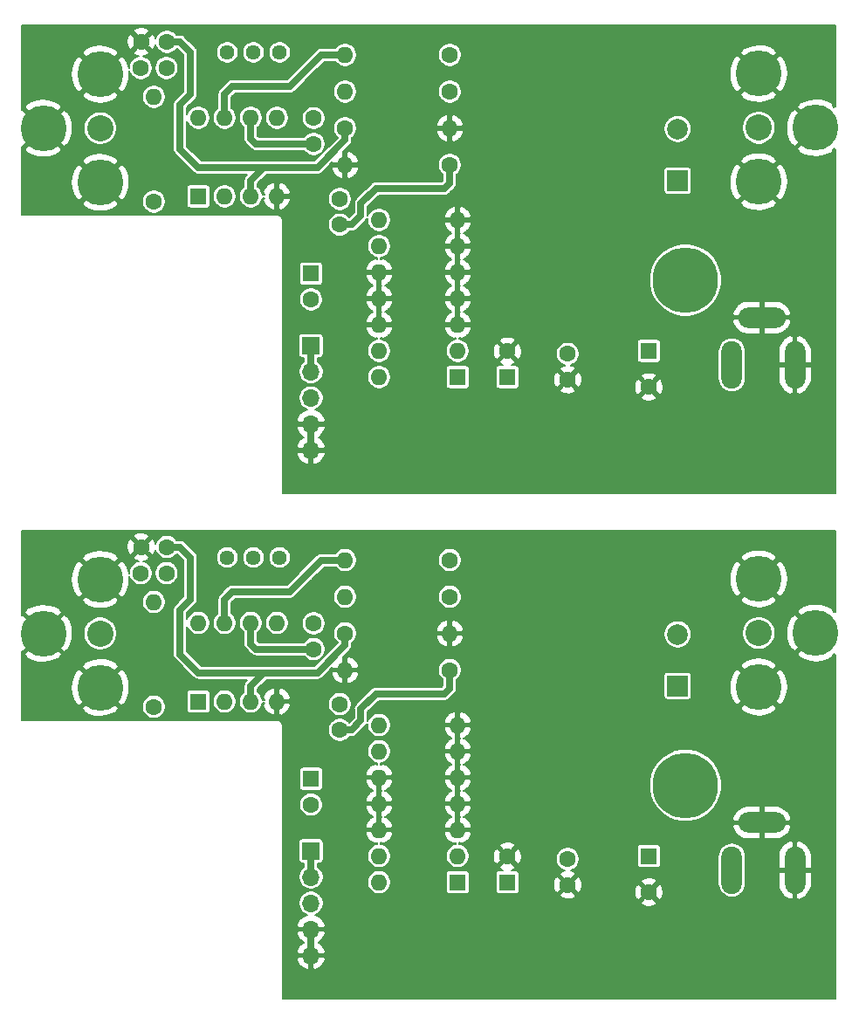
<source format=gbl>
%MOIN*%
%OFA0B0*%
%FSLAX46Y46*%
%IPPOS*%
%LPD*%
%ADD10C,0.1*%
%ADD11C,0.17500000000000002*%
%ADD12R,0.062992125984251982X0.062992125984251982*%
%ADD13O,0.062992125984251982X0.062992125984251982*%
%ADD14C,0.062992125984251982*%
%ADD15C,0.25*%
%ADD16R,0.066929133858267723X0.066929133858267723*%
%ADD17O,0.066929133858267723X0.066929133858267723*%
%ADD18R,0.07874015748031496X0.07874015748031496*%
%ADD19C,0.07874015748031496*%
%ADD20O,0.07874015748031496X0.18110236220472439*%
%ADD21O,0.18110236220472439X0.07874015748031496*%
%ADD22C,0.056692913385826771*%
%ADD23C,0.025*%
%ADD24C,0.008*%
%ADD25C,0.006000000000000001*%
%ADD36C,0.1*%
%ADD37C,0.17500000000000002*%
%ADD38R,0.062992125984251982X0.062992125984251982*%
%ADD39O,0.062992125984251982X0.062992125984251982*%
%ADD40C,0.062992125984251982*%
%ADD41C,0.25*%
%ADD42R,0.066929133858267723X0.066929133858267723*%
%ADD43O,0.066929133858267723X0.066929133858267723*%
%ADD44R,0.07874015748031496X0.07874015748031496*%
%ADD45C,0.07874015748031496*%
%ADD46O,0.07874015748031496X0.18110236220472439*%
%ADD47O,0.18110236220472439X0.07874015748031496*%
%ADD48C,0.056692913385826771*%
%ADD49C,0.025*%
%ADD50C,0.008*%
%ADD51C,0.006000000000000001*%
%LPD*%
G01*
D10*
X-0001259842Y0003661417D02*
X0000335944Y0001430929D03*
D11*
X0000335944Y0001637429D03*
X0000335944Y0001224429D03*
X0000118944Y0001430929D03*
D10*
X0002850590Y0001432543D03*
D11*
X0002850590Y0001226043D03*
X0002850590Y0001639043D03*
X0003067590Y0001432543D03*
D12*
X0000710944Y0001170929D03*
D13*
X0001010944Y0001470929D03*
X0000810944Y0001170929D03*
X0000910944Y0001470929D03*
X0000910944Y0001170929D03*
X0000810944Y0001470929D03*
X0001010944Y0001170929D03*
X0000710944Y0001470929D03*
X0001270944Y0001710929D03*
D14*
X0001670944Y0001710929D03*
D13*
X0001670944Y0001430929D03*
D14*
X0001270944Y0001430929D03*
X0000540944Y0001150929D03*
D13*
X0000540944Y0001550929D03*
D12*
X0002430944Y0000580929D03*
D14*
X0002430944Y0000443133D03*
D15*
X0002570944Y0000850929D03*
D16*
X0001140944Y0000600929D03*
D17*
X0001140944Y0000500929D03*
X0001140944Y0000400929D03*
X0001140944Y0000300929D03*
X0001140944Y0000200929D03*
D14*
X0001250944Y0001160929D03*
X0001250944Y0001062503D03*
D12*
X0001700944Y0000480929D03*
D13*
X0001400944Y0001080929D03*
X0001700944Y0000580929D03*
X0001400944Y0000980929D03*
X0001700944Y0000680929D03*
X0001400944Y0000880929D03*
X0001700944Y0000780929D03*
X0001400944Y0000780929D03*
X0001700944Y0000880929D03*
X0001400944Y0000680929D03*
X0001700944Y0000980929D03*
X0001400944Y0000580929D03*
X0001700944Y0001080929D03*
X0001400944Y0000480929D03*
D14*
X0000590944Y0001760929D03*
X0000492519Y0001760929D03*
X0001150944Y0001469354D03*
X0001150944Y0001370929D03*
X0001670944Y0001570929D03*
D13*
X0001270944Y0001570929D03*
D14*
X0001670944Y0001290929D03*
D13*
X0001270944Y0001290929D03*
D14*
X0001140944Y0000777503D03*
D12*
X0001140944Y0000875929D03*
X0001890944Y0000480929D03*
D14*
X0001890944Y0000579354D03*
D18*
X0002540944Y0001230929D03*
D19*
X0002540944Y0001427779D03*
D14*
X0002120944Y0000470929D03*
X0002120944Y0000569354D03*
D20*
X0002988385Y0000527031D03*
X0002748228Y0000527031D03*
D21*
X0002862401Y0000708133D03*
D22*
X0001020944Y0001720929D03*
X0000920944Y0001720929D03*
X0000820944Y0001720929D03*
D14*
X0000490944Y0001660929D03*
X0000589370Y0001660929D03*
D23*
X0001389370Y0001200929D02*
X0001650944Y0001200929D01*
X0001670944Y0001220929D02*
X0001670944Y0001290929D01*
X0001650944Y0001200929D02*
X0001670944Y0001220929D01*
X0001250944Y0001062503D02*
X0001296062Y0001062503D01*
X0001296062Y0001062503D02*
X0001331496Y0001097937D01*
X0001331496Y0001143055D02*
X0001389370Y0001200929D01*
X0001331496Y0001097937D02*
X0001331496Y0001143055D01*
X0001140944Y0000200929D02*
X0001140944Y0000300929D01*
X0001140944Y0000500929D02*
X0001140944Y0000600929D01*
X0000910944Y0001170929D02*
X0000910944Y0001230929D01*
X0000910944Y0001230929D02*
X0000960944Y0001280929D01*
X0001270944Y0001386387D02*
X0001270944Y0001430929D01*
X0001165487Y0001280929D02*
X0001270944Y0001386387D01*
X0000960944Y0001280929D02*
X0001165487Y0001280929D01*
X0000590944Y0001760929D02*
X0000640944Y0001760929D01*
X0000640944Y0001760929D02*
X0000680944Y0001720929D01*
X0000680944Y0001720929D02*
X0000680944Y0001560929D01*
X0000680944Y0001560929D02*
X0000640944Y0001520929D01*
X0000640944Y0001520929D02*
X0000640944Y0001350929D01*
X0000710944Y0001280929D02*
X0000960944Y0001280929D01*
X0000640944Y0001350929D02*
X0000710944Y0001280929D01*
X0000910944Y0001390929D02*
X0000910944Y0001470929D01*
X0000930944Y0001370929D02*
X0000910944Y0001390929D01*
X0001150944Y0001370929D02*
X0000930944Y0001370929D01*
X0000810944Y0001470929D02*
X0000810944Y0001560929D01*
X0000810944Y0001560929D02*
X0000840944Y0001590929D01*
X0000840944Y0001590929D02*
X0001060944Y0001590929D01*
X0001180944Y0001710929D02*
X0001270944Y0001710929D01*
X0001060944Y0001590929D02*
X0001180944Y0001710929D01*
D24*
X0003144051Y0001514503D02*
X0003142558Y0001515996D01*
X0003138208Y0001511647D01*
X0003128497Y0001526581D01*
X0003108980Y0001536657D01*
X0003087873Y0001542731D01*
X0003065987Y0001544571D01*
X0003044162Y0001542105D01*
X0003023238Y0001535430D01*
X0003006683Y0001526581D01*
X0002996972Y0001511647D01*
X0003067590Y0001441028D01*
X0003068147Y0001441585D01*
X0003076632Y0001433100D01*
X0003076075Y0001432543D01*
X0003076632Y0001431986D01*
X0003068147Y0001423501D01*
X0003067590Y0001424058D01*
X0002996972Y0001353439D01*
X0003006683Y0001338504D01*
X0003026200Y0001328429D01*
X0003047307Y0001322355D01*
X0003069193Y0001320515D01*
X0003091018Y0001322980D01*
X0003111942Y0001329656D01*
X0003128497Y0001338504D01*
X0003138208Y0001353439D01*
X0003142558Y0001349090D01*
X0003144051Y0001350583D01*
X0003144051Y0000036720D01*
X0001032444Y0000036720D01*
X0001032444Y0000186062D01*
X0001085436Y0000186062D01*
X0001086531Y0000182451D01*
X0001091182Y0000172190D01*
X0001097745Y0000163034D01*
X0001105967Y0000155335D01*
X0001115534Y0000149387D01*
X0001126078Y0000145420D01*
X0001134944Y0000149778D01*
X0001134944Y0000194929D01*
X0001146944Y0000194929D01*
X0001146944Y0000149778D01*
X0001155811Y0000145420D01*
X0001166354Y0000149387D01*
X0001175921Y0000155335D01*
X0001184144Y0000163034D01*
X0001190707Y0000172190D01*
X0001195357Y0000182451D01*
X0001196453Y0000186062D01*
X0001192058Y0000194929D01*
X0001146944Y0000194929D01*
X0001134944Y0000194929D01*
X0001089831Y0000194929D01*
X0001085436Y0000186062D01*
X0001032444Y0000186062D01*
X0001032444Y0000286062D01*
X0001085436Y0000286062D01*
X0001086531Y0000282451D01*
X0001091182Y0000272190D01*
X0001097745Y0000263034D01*
X0001105967Y0000255335D01*
X0001113055Y0000250929D01*
X0001105967Y0000246523D01*
X0001097745Y0000238823D01*
X0001091182Y0000229667D01*
X0001086531Y0000219406D01*
X0001085436Y0000215795D01*
X0001089831Y0000206929D01*
X0001134944Y0000206929D01*
X0001134944Y0000294929D01*
X0001146944Y0000294929D01*
X0001146944Y0000206929D01*
X0001192058Y0000206929D01*
X0001196453Y0000215795D01*
X0001195357Y0000219406D01*
X0001190707Y0000229667D01*
X0001184144Y0000238823D01*
X0001175921Y0000246523D01*
X0001168834Y0000250929D01*
X0001175921Y0000255335D01*
X0001184144Y0000263034D01*
X0001190707Y0000272190D01*
X0001195357Y0000282451D01*
X0001196453Y0000286062D01*
X0001192058Y0000294929D01*
X0001146944Y0000294929D01*
X0001134944Y0000294929D01*
X0001089831Y0000294929D01*
X0001085436Y0000286062D01*
X0001032444Y0000286062D01*
X0001032444Y0000315795D01*
X0001085436Y0000315795D01*
X0001089831Y0000306929D01*
X0001134944Y0000306929D01*
X0001134944Y0000307716D01*
X0001146944Y0000307716D01*
X0001146944Y0000306929D01*
X0001192058Y0000306929D01*
X0001196453Y0000315795D01*
X0001195357Y0000319407D01*
X0001190707Y0000329667D01*
X0001184144Y0000338823D01*
X0001175921Y0000346523D01*
X0001166354Y0000352470D01*
X0001156729Y0000356092D01*
X0001163427Y0000358866D01*
X0001171201Y0000364061D01*
X0001177812Y0000370672D01*
X0001183007Y0000378446D01*
X0001186585Y0000387084D01*
X0001188409Y0000396254D01*
X0001188409Y0000403959D01*
X0002400255Y0000403959D01*
X0002403211Y0000394754D01*
X0002413182Y0000390273D01*
X0002423836Y0000387824D01*
X0002434763Y0000387500D01*
X0002445543Y0000389314D01*
X0002455762Y0000393196D01*
X0002458678Y0000394754D01*
X0002461634Y0000403959D01*
X0002430944Y0000434648D01*
X0002400255Y0000403959D01*
X0001188409Y0000403959D01*
X0001188409Y0000405603D01*
X0001186585Y0000414773D01*
X0001183007Y0000423412D01*
X0001177812Y0000431185D01*
X0001177244Y0000431754D01*
X0002090255Y0000431754D01*
X0002093211Y0000422549D01*
X0002103182Y0000418068D01*
X0002113836Y0000415619D01*
X0002124763Y0000415295D01*
X0002135543Y0000417109D01*
X0002145763Y0000420991D01*
X0002148678Y0000422549D01*
X0002151634Y0000431754D01*
X0002144073Y0000439315D01*
X0002375311Y0000439315D01*
X0002377125Y0000428534D01*
X0002381007Y0000418315D01*
X0002382565Y0000415400D01*
X0002391770Y0000412444D01*
X0002422459Y0000443133D01*
X0002439430Y0000443133D01*
X0002470119Y0000412444D01*
X0002479324Y0000415400D01*
X0002483805Y0000425371D01*
X0002486254Y0000436025D01*
X0002486578Y0000446952D01*
X0002484764Y0000457732D01*
X0002480882Y0000467952D01*
X0002479324Y0000470867D01*
X0002471971Y0000473228D01*
X0002694858Y0000473228D01*
X0002695630Y0000465388D01*
X0002698682Y0000455327D01*
X0002703638Y0000446056D01*
X0002710307Y0000437929D01*
X0002718434Y0000431260D01*
X0002727705Y0000426304D01*
X0002737765Y0000423252D01*
X0002748228Y0000422222D01*
X0002758690Y0000423252D01*
X0002768750Y0000426304D01*
X0002778022Y0000431260D01*
X0002786149Y0000437929D01*
X0002792818Y0000446056D01*
X0002797774Y0000455327D01*
X0002800826Y0000465388D01*
X0002801598Y0000473228D01*
X0002801598Y0000521031D01*
X0002925015Y0000521031D01*
X0002925015Y0000469850D01*
X0002927403Y0000457602D01*
X0002932135Y0000446056D01*
X0002939028Y0000435655D01*
X0002947819Y0000426798D01*
X0002958168Y0000419826D01*
X0002969678Y0000415007D01*
X0002972590Y0000414480D01*
X0002982385Y0000418794D01*
X0002982385Y0000521031D01*
X0002994385Y0000521031D01*
X0002994385Y0000418794D01*
X0003004180Y0000414480D01*
X0003007093Y0000415007D01*
X0003018603Y0000419826D01*
X0003028952Y0000426798D01*
X0003037742Y0000435655D01*
X0003044636Y0000446056D01*
X0003049367Y0000457602D01*
X0003051755Y0000469850D01*
X0003051755Y0000521031D01*
X0002994385Y0000521031D01*
X0002982385Y0000521031D01*
X0002925015Y0000521031D01*
X0002801598Y0000521031D01*
X0002801598Y0000580834D01*
X0002801265Y0000584212D01*
X0002925015Y0000584212D01*
X0002925015Y0000533031D01*
X0002982385Y0000533031D01*
X0002982385Y0000635268D01*
X0002994385Y0000635268D01*
X0002994385Y0000533031D01*
X0003051755Y0000533031D01*
X0003051755Y0000584212D01*
X0003049367Y0000596460D01*
X0003044636Y0000608006D01*
X0003037742Y0000618407D01*
X0003028952Y0000627264D01*
X0003018603Y0000634236D01*
X0003007093Y0000639054D01*
X0003004180Y0000639582D01*
X0002994385Y0000635268D01*
X0002982385Y0000635268D01*
X0002972590Y0000639582D01*
X0002969678Y0000639054D01*
X0002958168Y0000634236D01*
X0002947819Y0000627264D01*
X0002939028Y0000618407D01*
X0002932135Y0000608006D01*
X0002927403Y0000596460D01*
X0002925015Y0000584212D01*
X0002801265Y0000584212D01*
X0002800826Y0000588674D01*
X0002797774Y0000598735D01*
X0002792818Y0000608006D01*
X0002786149Y0000616133D01*
X0002778022Y0000622802D01*
X0002768751Y0000627758D01*
X0002758690Y0000630810D01*
X0002748228Y0000631840D01*
X0002737766Y0000630810D01*
X0002727705Y0000627758D01*
X0002718434Y0000622802D01*
X0002710307Y0000616133D01*
X0002703638Y0000608006D01*
X0002698682Y0000598735D01*
X0002695630Y0000588674D01*
X0002694858Y0000580834D01*
X0002694858Y0000473228D01*
X0002471971Y0000473228D01*
X0002470119Y0000473823D01*
X0002439430Y0000443133D01*
X0002422459Y0000443133D01*
X0002391770Y0000473823D01*
X0002382565Y0000470867D01*
X0002378084Y0000460895D01*
X0002375635Y0000450242D01*
X0002375311Y0000439315D01*
X0002144073Y0000439315D01*
X0002120944Y0000462443D01*
X0002090255Y0000431754D01*
X0001177244Y0000431754D01*
X0001171201Y0000437797D01*
X0001163427Y0000442991D01*
X0001154789Y0000446569D01*
X0001145619Y0000448393D01*
X0001136270Y0000448393D01*
X0001127100Y0000446569D01*
X0001118461Y0000442991D01*
X0001110687Y0000437797D01*
X0001104076Y0000431185D01*
X0001098882Y0000423412D01*
X0001095304Y0000414773D01*
X0001093480Y0000405603D01*
X0001093480Y0000396254D01*
X0001095304Y0000387084D01*
X0001098882Y0000378446D01*
X0001104076Y0000370672D01*
X0001110687Y0000364061D01*
X0001118461Y0000358866D01*
X0001125160Y0000356092D01*
X0001115534Y0000352470D01*
X0001105967Y0000346523D01*
X0001097745Y0000338823D01*
X0001091182Y0000329667D01*
X0001086531Y0000319407D01*
X0001085436Y0000315795D01*
X0001032444Y0000315795D01*
X0001032444Y0000634393D01*
X0001093412Y0000634393D01*
X0001093412Y0000567464D01*
X0001093682Y0000564720D01*
X0001094483Y0000562081D01*
X0001095783Y0000559648D01*
X0001097532Y0000557517D01*
X0001099664Y0000555767D01*
X0001102096Y0000554467D01*
X0001104735Y0000553667D01*
X0001107480Y0000553396D01*
X0001114444Y0000553396D01*
X0001114444Y0000540307D01*
X0001110687Y0000537797D01*
X0001104076Y0000531186D01*
X0001098882Y0000523412D01*
X0001095304Y0000514774D01*
X0001093480Y0000505603D01*
X0001093480Y0000496254D01*
X0001095304Y0000487084D01*
X0001098882Y0000478446D01*
X0001104076Y0000470672D01*
X0001110687Y0000464060D01*
X0001118461Y0000458866D01*
X0001127100Y0000455288D01*
X0001136270Y0000453464D01*
X0001145619Y0000453464D01*
X0001154789Y0000455288D01*
X0001163427Y0000458866D01*
X0001171201Y0000464060D01*
X0001177812Y0000470672D01*
X0001183007Y0000478446D01*
X0001185891Y0000485410D01*
X0001355448Y0000485410D01*
X0001355448Y0000476448D01*
X0001357197Y0000467658D01*
X0001360626Y0000459378D01*
X0001365605Y0000451927D01*
X0001371942Y0000445590D01*
X0001379394Y0000440611D01*
X0001387674Y0000437181D01*
X0001396463Y0000435433D01*
X0001405425Y0000435433D01*
X0001414215Y0000437181D01*
X0001422495Y0000440611D01*
X0001429946Y0000445590D01*
X0001436283Y0000451927D01*
X0001441262Y0000459378D01*
X0001444692Y0000467658D01*
X0001446440Y0000476448D01*
X0001446440Y0000485410D01*
X0001444692Y0000494199D01*
X0001441262Y0000502479D01*
X0001436283Y0000509931D01*
X0001433789Y0000512425D01*
X0001655381Y0000512425D01*
X0001655381Y0000449433D01*
X0001655651Y0000446688D01*
X0001656451Y0000444049D01*
X0001657751Y0000441617D01*
X0001659501Y0000439485D01*
X0001661633Y0000437736D01*
X0001664065Y0000436436D01*
X0001666704Y0000435635D01*
X0001669448Y0000435365D01*
X0001732440Y0000435365D01*
X0001735185Y0000435635D01*
X0001737824Y0000436436D01*
X0001740256Y0000437736D01*
X0001742388Y0000439485D01*
X0001744137Y0000441617D01*
X0001745437Y0000444049D01*
X0001746238Y0000446688D01*
X0001746508Y0000449433D01*
X0001746508Y0000512425D01*
X0001845381Y0000512425D01*
X0001845381Y0000449433D01*
X0001845651Y0000446688D01*
X0001846451Y0000444049D01*
X0001847751Y0000441617D01*
X0001849501Y0000439485D01*
X0001851633Y0000437736D01*
X0001854065Y0000436436D01*
X0001856704Y0000435635D01*
X0001859448Y0000435365D01*
X0001922440Y0000435365D01*
X0001925185Y0000435635D01*
X0001927824Y0000436436D01*
X0001930256Y0000437736D01*
X0001932388Y0000439485D01*
X0001934137Y0000441617D01*
X0001935437Y0000444049D01*
X0001936238Y0000446688D01*
X0001936508Y0000449433D01*
X0001936508Y0000467110D01*
X0002065311Y0000467110D01*
X0002067125Y0000456330D01*
X0002071007Y0000446110D01*
X0002072565Y0000443195D01*
X0002081770Y0000440239D01*
X0002112459Y0000470929D01*
X0002129430Y0000470929D01*
X0002160119Y0000440239D01*
X0002169324Y0000443195D01*
X0002173805Y0000453167D01*
X0002176254Y0000463820D01*
X0002176578Y0000474747D01*
X0002175306Y0000482308D01*
X0002400255Y0000482308D01*
X0002430944Y0000451619D01*
X0002461634Y0000482308D01*
X0002458678Y0000491513D01*
X0002448706Y0000495993D01*
X0002438053Y0000498443D01*
X0002427126Y0000498767D01*
X0002416345Y0000496953D01*
X0002406126Y0000493071D01*
X0002403211Y0000491513D01*
X0002400255Y0000482308D01*
X0002175306Y0000482308D01*
X0002174764Y0000485528D01*
X0002170882Y0000495747D01*
X0002169324Y0000498662D01*
X0002160119Y0000501618D01*
X0002129430Y0000470929D01*
X0002112459Y0000470929D01*
X0002081770Y0000501618D01*
X0002072565Y0000498662D01*
X0002068084Y0000488691D01*
X0002065635Y0000478037D01*
X0002065311Y0000467110D01*
X0001936508Y0000467110D01*
X0001936508Y0000512425D01*
X0001936238Y0000515169D01*
X0001935437Y0000517808D01*
X0001934137Y0000520240D01*
X0001932388Y0000522372D01*
X0001930256Y0000524122D01*
X0001927824Y0000525422D01*
X0001925185Y0000526222D01*
X0001922440Y0000526492D01*
X0001908066Y0000526492D01*
X0001915763Y0000529416D01*
X0001918678Y0000530975D01*
X0001921634Y0000540179D01*
X0001890944Y0000570869D01*
X0001860255Y0000540179D01*
X0001863211Y0000530975D01*
X0001873182Y0000526494D01*
X0001873188Y0000526492D01*
X0001859448Y0000526492D01*
X0001856704Y0000526222D01*
X0001854065Y0000525422D01*
X0001851633Y0000524122D01*
X0001849501Y0000522372D01*
X0001847751Y0000520240D01*
X0001846451Y0000517808D01*
X0001845651Y0000515169D01*
X0001845381Y0000512425D01*
X0001746508Y0000512425D01*
X0001746238Y0000515169D01*
X0001745437Y0000517808D01*
X0001744137Y0000520240D01*
X0001742388Y0000522372D01*
X0001740256Y0000524122D01*
X0001737824Y0000525422D01*
X0001735185Y0000526222D01*
X0001732440Y0000526492D01*
X0001669448Y0000526492D01*
X0001666704Y0000526222D01*
X0001664065Y0000525422D01*
X0001661633Y0000524122D01*
X0001659501Y0000522372D01*
X0001657751Y0000520240D01*
X0001656451Y0000517808D01*
X0001655651Y0000515169D01*
X0001655381Y0000512425D01*
X0001433789Y0000512425D01*
X0001429946Y0000516268D01*
X0001422495Y0000521247D01*
X0001414215Y0000524676D01*
X0001405425Y0000526425D01*
X0001396463Y0000526425D01*
X0001387674Y0000524676D01*
X0001379394Y0000521247D01*
X0001371942Y0000516268D01*
X0001365605Y0000509931D01*
X0001360626Y0000502479D01*
X0001357197Y0000494199D01*
X0001355448Y0000485410D01*
X0001185891Y0000485410D01*
X0001186585Y0000487084D01*
X0001188409Y0000496254D01*
X0001188409Y0000505603D01*
X0001186585Y0000514774D01*
X0001183007Y0000523412D01*
X0001177812Y0000531186D01*
X0001171201Y0000537797D01*
X0001167444Y0000540307D01*
X0001167444Y0000553396D01*
X0001174409Y0000553396D01*
X0001177153Y0000553667D01*
X0001179792Y0000554467D01*
X0001182225Y0000555767D01*
X0001184356Y0000557517D01*
X0001186106Y0000559648D01*
X0001187406Y0000562081D01*
X0001188206Y0000564720D01*
X0001188477Y0000567464D01*
X0001188477Y0000634393D01*
X0001188206Y0000637138D01*
X0001187406Y0000639777D01*
X0001186106Y0000642209D01*
X0001184356Y0000644341D01*
X0001182225Y0000646090D01*
X0001179792Y0000647390D01*
X0001177153Y0000648191D01*
X0001174409Y0000648461D01*
X0001107480Y0000648461D01*
X0001104735Y0000648191D01*
X0001102096Y0000647390D01*
X0001099664Y0000646090D01*
X0001097532Y0000644341D01*
X0001095783Y0000642209D01*
X0001094483Y0000639777D01*
X0001093682Y0000637138D01*
X0001093412Y0000634393D01*
X0001032444Y0000634393D01*
X0001032444Y0000666372D01*
X0001347391Y0000666372D01*
X0001348329Y0000663280D01*
X0001352783Y0000653354D01*
X0001359088Y0000644488D01*
X0001367002Y0000637023D01*
X0001376220Y0000631244D01*
X0001386388Y0000627375D01*
X0001394944Y0000631758D01*
X0001394944Y0000626123D01*
X0001387674Y0000624676D01*
X0001379394Y0000621247D01*
X0001371942Y0000616268D01*
X0001365605Y0000609931D01*
X0001360626Y0000602479D01*
X0001357197Y0000594199D01*
X0001355448Y0000585410D01*
X0001355448Y0000576448D01*
X0001357197Y0000567658D01*
X0001360626Y0000559378D01*
X0001365605Y0000551927D01*
X0001371942Y0000545590D01*
X0001379394Y0000540611D01*
X0001387674Y0000537181D01*
X0001396463Y0000535433D01*
X0001405425Y0000535433D01*
X0001414215Y0000537181D01*
X0001422495Y0000540611D01*
X0001429946Y0000545590D01*
X0001436283Y0000551927D01*
X0001441262Y0000559378D01*
X0001444692Y0000567658D01*
X0001446440Y0000576448D01*
X0001446440Y0000585410D01*
X0001444692Y0000594199D01*
X0001441262Y0000602479D01*
X0001436283Y0000609931D01*
X0001429946Y0000616268D01*
X0001422495Y0000621247D01*
X0001414215Y0000624676D01*
X0001406944Y0000626123D01*
X0001406944Y0000631758D01*
X0001415501Y0000627375D01*
X0001425669Y0000631244D01*
X0001434887Y0000637023D01*
X0001442800Y0000644488D01*
X0001449105Y0000653354D01*
X0001453559Y0000663280D01*
X0001454497Y0000666372D01*
X0001647391Y0000666372D01*
X0001648329Y0000663280D01*
X0001652783Y0000653354D01*
X0001659088Y0000644488D01*
X0001667002Y0000637023D01*
X0001676220Y0000631244D01*
X0001686388Y0000627375D01*
X0001694944Y0000631758D01*
X0001694944Y0000626123D01*
X0001687674Y0000624676D01*
X0001679394Y0000621247D01*
X0001671942Y0000616268D01*
X0001665605Y0000609931D01*
X0001660626Y0000602479D01*
X0001657197Y0000594199D01*
X0001655448Y0000585410D01*
X0001655448Y0000576448D01*
X0001657197Y0000567658D01*
X0001660626Y0000559378D01*
X0001665605Y0000551927D01*
X0001671942Y0000545590D01*
X0001679394Y0000540611D01*
X0001687674Y0000537181D01*
X0001696463Y0000535433D01*
X0001705425Y0000535433D01*
X0001714215Y0000537181D01*
X0001722495Y0000540611D01*
X0001729946Y0000545590D01*
X0001736283Y0000551927D01*
X0001741262Y0000559378D01*
X0001744692Y0000567658D01*
X0001746259Y0000575535D01*
X0001835311Y0000575535D01*
X0001837125Y0000564755D01*
X0001841007Y0000554536D01*
X0001842565Y0000551621D01*
X0001851770Y0000548664D01*
X0001882459Y0000579354D01*
X0001899430Y0000579354D01*
X0001930119Y0000548664D01*
X0001939324Y0000551621D01*
X0001943805Y0000561592D01*
X0001946254Y0000572246D01*
X0001946301Y0000573835D01*
X0002075448Y0000573835D01*
X0002075448Y0000564873D01*
X0002077197Y0000556083D01*
X0002080626Y0000547803D01*
X0002085605Y0000540352D01*
X0002091942Y0000534015D01*
X0002099394Y0000529036D01*
X0002107674Y0000525606D01*
X0002109401Y0000525262D01*
X0002106345Y0000524748D01*
X0002096126Y0000520866D01*
X0002093211Y0000519308D01*
X0002090255Y0000510103D01*
X0002120944Y0000479414D01*
X0002151634Y0000510103D01*
X0002148678Y0000519308D01*
X0002138706Y0000523789D01*
X0002132385Y0000525242D01*
X0002134215Y0000525606D01*
X0002142495Y0000529036D01*
X0002149946Y0000534015D01*
X0002156283Y0000540352D01*
X0002161262Y0000547803D01*
X0002164692Y0000556083D01*
X0002166440Y0000564873D01*
X0002166440Y0000573835D01*
X0002164692Y0000582625D01*
X0002161262Y0000590904D01*
X0002156283Y0000598356D01*
X0002149946Y0000604693D01*
X0002142495Y0000609672D01*
X0002135849Y0000612425D01*
X0002385381Y0000612425D01*
X0002385381Y0000549433D01*
X0002385651Y0000546688D01*
X0002386451Y0000544049D01*
X0002387751Y0000541617D01*
X0002389501Y0000539485D01*
X0002391633Y0000537736D01*
X0002394065Y0000536436D01*
X0002396704Y0000535635D01*
X0002399448Y0000535365D01*
X0002462440Y0000535365D01*
X0002465185Y0000535635D01*
X0002467824Y0000536436D01*
X0002470256Y0000537736D01*
X0002472388Y0000539485D01*
X0002474137Y0000541617D01*
X0002475437Y0000544049D01*
X0002476238Y0000546688D01*
X0002476508Y0000549433D01*
X0002476508Y0000612425D01*
X0002476238Y0000615169D01*
X0002475437Y0000617808D01*
X0002474137Y0000620240D01*
X0002472388Y0000622372D01*
X0002470256Y0000624122D01*
X0002467824Y0000625422D01*
X0002465185Y0000626222D01*
X0002462440Y0000626492D01*
X0002399448Y0000626492D01*
X0002396704Y0000626222D01*
X0002394065Y0000625422D01*
X0002391633Y0000624122D01*
X0002389501Y0000622372D01*
X0002387751Y0000620240D01*
X0002386451Y0000617808D01*
X0002385651Y0000615169D01*
X0002385381Y0000612425D01*
X0002135849Y0000612425D01*
X0002134215Y0000613101D01*
X0002125425Y0000614850D01*
X0002116463Y0000614850D01*
X0002107674Y0000613101D01*
X0002099394Y0000609672D01*
X0002091942Y0000604693D01*
X0002085605Y0000598356D01*
X0002080626Y0000590904D01*
X0002077197Y0000582625D01*
X0002075448Y0000573835D01*
X0001946301Y0000573835D01*
X0001946578Y0000583173D01*
X0001944764Y0000593953D01*
X0001940882Y0000604172D01*
X0001939324Y0000607087D01*
X0001930119Y0000610043D01*
X0001899430Y0000579354D01*
X0001882459Y0000579354D01*
X0001851770Y0000610043D01*
X0001842565Y0000607087D01*
X0001838084Y0000597116D01*
X0001835635Y0000586462D01*
X0001835311Y0000575535D01*
X0001746259Y0000575535D01*
X0001746440Y0000576448D01*
X0001746440Y0000585410D01*
X0001744692Y0000594199D01*
X0001741262Y0000602479D01*
X0001736283Y0000609931D01*
X0001729946Y0000616268D01*
X0001726563Y0000618529D01*
X0001860255Y0000618529D01*
X0001890944Y0000587839D01*
X0001921634Y0000618529D01*
X0001918678Y0000627733D01*
X0001908706Y0000632214D01*
X0001898053Y0000634663D01*
X0001887126Y0000634987D01*
X0001876345Y0000633174D01*
X0001866126Y0000629291D01*
X0001863211Y0000627733D01*
X0001860255Y0000618529D01*
X0001726563Y0000618529D01*
X0001722495Y0000621247D01*
X0001714215Y0000624676D01*
X0001706944Y0000626123D01*
X0001706944Y0000631758D01*
X0001715501Y0000627375D01*
X0001725669Y0000631244D01*
X0001734887Y0000637023D01*
X0001742800Y0000644488D01*
X0001749105Y0000653354D01*
X0001753559Y0000663280D01*
X0001754497Y0000666372D01*
X0001750075Y0000674929D01*
X0001706944Y0000674929D01*
X0001706944Y0000674141D01*
X0001694944Y0000674141D01*
X0001694944Y0000674929D01*
X0001651813Y0000674929D01*
X0001647391Y0000666372D01*
X0001454497Y0000666372D01*
X0001450075Y0000674929D01*
X0001406944Y0000674929D01*
X0001406944Y0000674141D01*
X0001394944Y0000674141D01*
X0001394944Y0000674929D01*
X0001351813Y0000674929D01*
X0001347391Y0000666372D01*
X0001032444Y0000666372D01*
X0001032444Y0000781984D01*
X0001095448Y0000781984D01*
X0001095448Y0000773022D01*
X0001097197Y0000764233D01*
X0001100626Y0000755953D01*
X0001105605Y0000748501D01*
X0001111942Y0000742164D01*
X0001119394Y0000737185D01*
X0001127674Y0000733756D01*
X0001136463Y0000732007D01*
X0001145425Y0000732007D01*
X0001154215Y0000733756D01*
X0001162495Y0000737185D01*
X0001169946Y0000742164D01*
X0001176283Y0000748501D01*
X0001181262Y0000755953D01*
X0001184692Y0000764233D01*
X0001185118Y0000766372D01*
X0001347391Y0000766372D01*
X0001348329Y0000763280D01*
X0001352783Y0000753354D01*
X0001359088Y0000744488D01*
X0001367002Y0000737023D01*
X0001376220Y0000731244D01*
X0001377049Y0000730929D01*
X0001376220Y0000730613D01*
X0001367002Y0000724835D01*
X0001359088Y0000717369D01*
X0001352783Y0000708503D01*
X0001348329Y0000698578D01*
X0001347391Y0000695485D01*
X0001351813Y0000686929D01*
X0001394944Y0000686929D01*
X0001394944Y0000730100D01*
X0001393326Y0000730929D01*
X0001394944Y0000731758D01*
X0001394944Y0000774929D01*
X0001406944Y0000774929D01*
X0001406944Y0000731758D01*
X0001408563Y0000730929D01*
X0001406944Y0000730100D01*
X0001406944Y0000686929D01*
X0001450075Y0000686929D01*
X0001454497Y0000695485D01*
X0001453559Y0000698578D01*
X0001449105Y0000708503D01*
X0001442800Y0000717369D01*
X0001434887Y0000724835D01*
X0001425669Y0000730613D01*
X0001424839Y0000730929D01*
X0001425669Y0000731244D01*
X0001434887Y0000737023D01*
X0001442800Y0000744488D01*
X0001449105Y0000753354D01*
X0001453559Y0000763280D01*
X0001454497Y0000766372D01*
X0001647391Y0000766372D01*
X0001648329Y0000763280D01*
X0001652783Y0000753354D01*
X0001659088Y0000744488D01*
X0001667002Y0000737023D01*
X0001676220Y0000731244D01*
X0001677049Y0000730929D01*
X0001676220Y0000730613D01*
X0001667002Y0000724835D01*
X0001659088Y0000717369D01*
X0001652783Y0000708503D01*
X0001648329Y0000698578D01*
X0001647391Y0000695485D01*
X0001651813Y0000686929D01*
X0001694944Y0000686929D01*
X0001694944Y0000730100D01*
X0001693326Y0000730929D01*
X0001694944Y0000731758D01*
X0001694944Y0000774929D01*
X0001706944Y0000774929D01*
X0001706944Y0000731758D01*
X0001708563Y0000730929D01*
X0001706944Y0000730100D01*
X0001706944Y0000686929D01*
X0001750075Y0000686929D01*
X0001752871Y0000692338D01*
X0002749850Y0000692338D01*
X0002750378Y0000689426D01*
X0002755196Y0000677916D01*
X0002762168Y0000667567D01*
X0002771025Y0000658776D01*
X0002781426Y0000651883D01*
X0002792972Y0000647151D01*
X0002805220Y0000644763D01*
X0002856401Y0000644763D01*
X0002856401Y0000702133D01*
X0002868401Y0000702133D01*
X0002868401Y0000644763D01*
X0002919582Y0000644763D01*
X0002931830Y0000647151D01*
X0002943376Y0000651883D01*
X0002953777Y0000658776D01*
X0002962634Y0000667567D01*
X0002969606Y0000677916D01*
X0002974425Y0000689426D01*
X0002974952Y0000692338D01*
X0002970638Y0000702133D01*
X0002868401Y0000702133D01*
X0002856401Y0000702133D01*
X0002754165Y0000702133D01*
X0002749850Y0000692338D01*
X0001752871Y0000692338D01*
X0001754497Y0000695485D01*
X0001753559Y0000698578D01*
X0001749105Y0000708503D01*
X0001742800Y0000717369D01*
X0001734887Y0000724835D01*
X0001725669Y0000730613D01*
X0001724839Y0000730929D01*
X0001725669Y0000731244D01*
X0001734887Y0000737023D01*
X0001742800Y0000744488D01*
X0001749105Y0000753354D01*
X0001753559Y0000763280D01*
X0001754497Y0000766372D01*
X0001750075Y0000774929D01*
X0001706944Y0000774929D01*
X0001694944Y0000774929D01*
X0001651813Y0000774929D01*
X0001647391Y0000766372D01*
X0001454497Y0000766372D01*
X0001450075Y0000774929D01*
X0001406944Y0000774929D01*
X0001394944Y0000774929D01*
X0001351813Y0000774929D01*
X0001347391Y0000766372D01*
X0001185118Y0000766372D01*
X0001186440Y0000773022D01*
X0001186440Y0000781984D01*
X0001184692Y0000790774D01*
X0001181262Y0000799054D01*
X0001176283Y0000806505D01*
X0001169946Y0000812843D01*
X0001162495Y0000817821D01*
X0001154215Y0000821251D01*
X0001145425Y0000823000D01*
X0001136463Y0000823000D01*
X0001127674Y0000821251D01*
X0001119394Y0000817821D01*
X0001111942Y0000812843D01*
X0001105605Y0000806505D01*
X0001100626Y0000799054D01*
X0001097197Y0000790774D01*
X0001095448Y0000781984D01*
X0001032444Y0000781984D01*
X0001032444Y0000907425D01*
X0001095381Y0000907425D01*
X0001095381Y0000844433D01*
X0001095651Y0000841688D01*
X0001096451Y0000839049D01*
X0001097751Y0000836617D01*
X0001099501Y0000834485D01*
X0001101633Y0000832736D01*
X0001104065Y0000831436D01*
X0001106704Y0000830635D01*
X0001109448Y0000830365D01*
X0001172440Y0000830365D01*
X0001175185Y0000830635D01*
X0001177824Y0000831436D01*
X0001180256Y0000832736D01*
X0001182388Y0000834485D01*
X0001184137Y0000836617D01*
X0001185437Y0000839049D01*
X0001186238Y0000841688D01*
X0001186508Y0000844433D01*
X0001186508Y0000866372D01*
X0001347391Y0000866372D01*
X0001348329Y0000863280D01*
X0001352783Y0000853354D01*
X0001359088Y0000844488D01*
X0001367002Y0000837023D01*
X0001376220Y0000831244D01*
X0001377049Y0000830929D01*
X0001376220Y0000830613D01*
X0001367002Y0000824835D01*
X0001359088Y0000817369D01*
X0001352783Y0000808503D01*
X0001348329Y0000798578D01*
X0001347391Y0000795485D01*
X0001351813Y0000786929D01*
X0001394944Y0000786929D01*
X0001394944Y0000830100D01*
X0001393326Y0000830929D01*
X0001394944Y0000831758D01*
X0001394944Y0000874929D01*
X0001406944Y0000874929D01*
X0001406944Y0000831758D01*
X0001408563Y0000830929D01*
X0001406944Y0000830100D01*
X0001406944Y0000786929D01*
X0001450075Y0000786929D01*
X0001454497Y0000795485D01*
X0001453559Y0000798578D01*
X0001449105Y0000808503D01*
X0001442800Y0000817369D01*
X0001434887Y0000824835D01*
X0001425669Y0000830613D01*
X0001424839Y0000830929D01*
X0001425669Y0000831244D01*
X0001434887Y0000837023D01*
X0001442800Y0000844488D01*
X0001449105Y0000853354D01*
X0001453559Y0000863280D01*
X0001454497Y0000866372D01*
X0001647391Y0000866372D01*
X0001648329Y0000863280D01*
X0001652783Y0000853354D01*
X0001659088Y0000844488D01*
X0001667002Y0000837023D01*
X0001676220Y0000831244D01*
X0001677049Y0000830929D01*
X0001676220Y0000830613D01*
X0001667002Y0000824835D01*
X0001659088Y0000817369D01*
X0001652783Y0000808503D01*
X0001648329Y0000798578D01*
X0001647391Y0000795485D01*
X0001651813Y0000786929D01*
X0001694944Y0000786929D01*
X0001694944Y0000830100D01*
X0001693326Y0000830929D01*
X0001694944Y0000831758D01*
X0001694944Y0000874929D01*
X0001706944Y0000874929D01*
X0001706944Y0000831758D01*
X0001708563Y0000830929D01*
X0001706944Y0000830100D01*
X0001706944Y0000786929D01*
X0001750075Y0000786929D01*
X0001754497Y0000795485D01*
X0001753559Y0000798578D01*
X0001749105Y0000808503D01*
X0001742800Y0000817369D01*
X0001734887Y0000824835D01*
X0001725669Y0000830613D01*
X0001724839Y0000830929D01*
X0001725669Y0000831244D01*
X0001734887Y0000837023D01*
X0001742800Y0000844488D01*
X0001749105Y0000853354D01*
X0001753559Y0000863280D01*
X0001753966Y0000864619D01*
X0002431944Y0000864619D01*
X0002431944Y0000837238D01*
X0002437286Y0000810384D01*
X0002447764Y0000785087D01*
X0002462976Y0000762321D01*
X0002482337Y0000742960D01*
X0002505103Y0000727748D01*
X0002530400Y0000717270D01*
X0002557254Y0000711929D01*
X0002584635Y0000711929D01*
X0002611489Y0000717270D01*
X0002627563Y0000723928D01*
X0002749850Y0000723928D01*
X0002754165Y0000714133D01*
X0002856401Y0000714133D01*
X0002856401Y0000771503D01*
X0002868401Y0000771503D01*
X0002868401Y0000714133D01*
X0002970638Y0000714133D01*
X0002974952Y0000723928D01*
X0002974425Y0000726841D01*
X0002969606Y0000738351D01*
X0002962634Y0000748700D01*
X0002953777Y0000757490D01*
X0002943376Y0000764384D01*
X0002931830Y0000769115D01*
X0002919582Y0000771503D01*
X0002868401Y0000771503D01*
X0002856401Y0000771503D01*
X0002805220Y0000771503D01*
X0002792972Y0000769115D01*
X0002781426Y0000764384D01*
X0002771025Y0000757490D01*
X0002762168Y0000748700D01*
X0002755196Y0000738351D01*
X0002750378Y0000726841D01*
X0002749850Y0000723928D01*
X0002627563Y0000723928D01*
X0002636786Y0000727748D01*
X0002659552Y0000742960D01*
X0002678913Y0000762321D01*
X0002694125Y0000785087D01*
X0002704603Y0000810384D01*
X0002709944Y0000837238D01*
X0002709944Y0000864619D01*
X0002704603Y0000891473D01*
X0002694125Y0000916770D01*
X0002678913Y0000939536D01*
X0002659552Y0000958897D01*
X0002636786Y0000974109D01*
X0002611489Y0000984587D01*
X0002584635Y0000989929D01*
X0002557254Y0000989929D01*
X0002530400Y0000984587D01*
X0002505103Y0000974109D01*
X0002482337Y0000958897D01*
X0002462976Y0000939536D01*
X0002447764Y0000916770D01*
X0002437286Y0000891473D01*
X0002431944Y0000864619D01*
X0001753966Y0000864619D01*
X0001754497Y0000866372D01*
X0001750075Y0000874929D01*
X0001706944Y0000874929D01*
X0001694944Y0000874929D01*
X0001651813Y0000874929D01*
X0001647391Y0000866372D01*
X0001454497Y0000866372D01*
X0001450075Y0000874929D01*
X0001406944Y0000874929D01*
X0001394944Y0000874929D01*
X0001351813Y0000874929D01*
X0001347391Y0000866372D01*
X0001186508Y0000866372D01*
X0001186508Y0000895485D01*
X0001347391Y0000895485D01*
X0001351813Y0000886929D01*
X0001394944Y0000886929D01*
X0001394944Y0000887716D01*
X0001406944Y0000887716D01*
X0001406944Y0000886929D01*
X0001450075Y0000886929D01*
X0001454497Y0000895485D01*
X0001453559Y0000898578D01*
X0001449105Y0000908503D01*
X0001442800Y0000917369D01*
X0001434887Y0000924835D01*
X0001425669Y0000930613D01*
X0001415501Y0000934482D01*
X0001406944Y0000930100D01*
X0001406944Y0000935735D01*
X0001414215Y0000937181D01*
X0001422495Y0000940611D01*
X0001429946Y0000945590D01*
X0001436283Y0000951927D01*
X0001441262Y0000959378D01*
X0001444159Y0000966372D01*
X0001647391Y0000966372D01*
X0001648329Y0000963280D01*
X0001652783Y0000953354D01*
X0001659088Y0000944488D01*
X0001667002Y0000937023D01*
X0001676220Y0000931244D01*
X0001677049Y0000930929D01*
X0001676220Y0000930613D01*
X0001667002Y0000924835D01*
X0001659088Y0000917369D01*
X0001652783Y0000908503D01*
X0001648329Y0000898578D01*
X0001647391Y0000895485D01*
X0001651813Y0000886929D01*
X0001694944Y0000886929D01*
X0001694944Y0000930100D01*
X0001693326Y0000930929D01*
X0001694944Y0000931758D01*
X0001694944Y0000974929D01*
X0001706944Y0000974929D01*
X0001706944Y0000931758D01*
X0001708563Y0000930929D01*
X0001706944Y0000930100D01*
X0001706944Y0000886929D01*
X0001750075Y0000886929D01*
X0001754497Y0000895485D01*
X0001753559Y0000898578D01*
X0001749105Y0000908503D01*
X0001742800Y0000917369D01*
X0001734887Y0000924835D01*
X0001725669Y0000930613D01*
X0001724839Y0000930929D01*
X0001725669Y0000931244D01*
X0001734887Y0000937023D01*
X0001742800Y0000944488D01*
X0001749105Y0000953354D01*
X0001753559Y0000963280D01*
X0001754497Y0000966372D01*
X0001750075Y0000974929D01*
X0001706944Y0000974929D01*
X0001694944Y0000974929D01*
X0001651813Y0000974929D01*
X0001647391Y0000966372D01*
X0001444159Y0000966372D01*
X0001444692Y0000967658D01*
X0001446440Y0000976448D01*
X0001446440Y0000985410D01*
X0001444692Y0000994199D01*
X0001441262Y0001002479D01*
X0001436283Y0001009931D01*
X0001429946Y0001016268D01*
X0001422495Y0001021247D01*
X0001414215Y0001024676D01*
X0001405425Y0001026425D01*
X0001396463Y0001026425D01*
X0001387674Y0001024676D01*
X0001379394Y0001021247D01*
X0001371942Y0001016268D01*
X0001365605Y0001009931D01*
X0001360626Y0001002479D01*
X0001357197Y0000994199D01*
X0001355448Y0000985410D01*
X0001355448Y0000976448D01*
X0001357197Y0000967658D01*
X0001360626Y0000959378D01*
X0001365605Y0000951927D01*
X0001371942Y0000945590D01*
X0001379394Y0000940611D01*
X0001387674Y0000937181D01*
X0001394944Y0000935735D01*
X0001394944Y0000930100D01*
X0001386388Y0000934482D01*
X0001376220Y0000930613D01*
X0001367002Y0000924835D01*
X0001359088Y0000917369D01*
X0001352783Y0000908503D01*
X0001348329Y0000898578D01*
X0001347391Y0000895485D01*
X0001186508Y0000895485D01*
X0001186508Y0000907425D01*
X0001186238Y0000910169D01*
X0001185437Y0000912808D01*
X0001184137Y0000915240D01*
X0001182388Y0000917372D01*
X0001180256Y0000919122D01*
X0001177824Y0000920422D01*
X0001175185Y0000921222D01*
X0001172440Y0000921492D01*
X0001109448Y0000921492D01*
X0001106704Y0000921222D01*
X0001104065Y0000920422D01*
X0001101633Y0000919122D01*
X0001099501Y0000917372D01*
X0001097751Y0000915240D01*
X0001096451Y0000912808D01*
X0001095651Y0000910169D01*
X0001095381Y0000907425D01*
X0001032444Y0000907425D01*
X0001032444Y0001066984D01*
X0001205448Y0001066984D01*
X0001205448Y0001058022D01*
X0001207197Y0001049233D01*
X0001210626Y0001040953D01*
X0001215605Y0001033501D01*
X0001221942Y0001027164D01*
X0001229394Y0001022185D01*
X0001237674Y0001018756D01*
X0001246463Y0001017007D01*
X0001255425Y0001017007D01*
X0001264215Y0001018756D01*
X0001272495Y0001022185D01*
X0001279946Y0001027164D01*
X0001286283Y0001033501D01*
X0001287955Y0001036003D01*
X0001294761Y0001036003D01*
X0001296062Y0001035875D01*
X0001297364Y0001036003D01*
X0001297364Y0001036003D01*
X0001301257Y0001036387D01*
X0001306253Y0001037902D01*
X0001310856Y0001040363D01*
X0001314891Y0001043674D01*
X0001315721Y0001044686D01*
X0001349314Y0001078278D01*
X0001350325Y0001079108D01*
X0001351154Y0001080118D01*
X0001351154Y0001080118D01*
X0001353636Y0001083143D01*
X0001355420Y0001086480D01*
X0001355804Y0001087199D01*
X0001355448Y0001085410D01*
X0001355448Y0001076448D01*
X0001357197Y0001067658D01*
X0001360626Y0001059378D01*
X0001365605Y0001051927D01*
X0001371942Y0001045590D01*
X0001379394Y0001040611D01*
X0001387674Y0001037181D01*
X0001396463Y0001035433D01*
X0001405425Y0001035433D01*
X0001414215Y0001037181D01*
X0001422495Y0001040611D01*
X0001429946Y0001045590D01*
X0001436283Y0001051927D01*
X0001441262Y0001059378D01*
X0001444159Y0001066372D01*
X0001647391Y0001066372D01*
X0001648329Y0001063280D01*
X0001652783Y0001053354D01*
X0001659088Y0001044488D01*
X0001667002Y0001037023D01*
X0001676220Y0001031244D01*
X0001677049Y0001030929D01*
X0001676220Y0001030613D01*
X0001667002Y0001024835D01*
X0001659088Y0001017369D01*
X0001652783Y0001008503D01*
X0001648329Y0000998578D01*
X0001647391Y0000995485D01*
X0001651813Y0000986929D01*
X0001694944Y0000986929D01*
X0001694944Y0001030100D01*
X0001693326Y0001030929D01*
X0001694944Y0001031758D01*
X0001694944Y0001074929D01*
X0001706944Y0001074929D01*
X0001706944Y0001031758D01*
X0001708563Y0001030929D01*
X0001706944Y0001030100D01*
X0001706944Y0000986929D01*
X0001750075Y0000986929D01*
X0001754497Y0000995485D01*
X0001753559Y0000998578D01*
X0001749105Y0001008503D01*
X0001742800Y0001017369D01*
X0001734887Y0001024835D01*
X0001725669Y0001030613D01*
X0001724839Y0001030929D01*
X0001725669Y0001031244D01*
X0001734887Y0001037023D01*
X0001742800Y0001044488D01*
X0001749105Y0001053354D01*
X0001753559Y0001063280D01*
X0001754497Y0001066372D01*
X0001750075Y0001074929D01*
X0001706944Y0001074929D01*
X0001694944Y0001074929D01*
X0001651813Y0001074929D01*
X0001647391Y0001066372D01*
X0001444159Y0001066372D01*
X0001444692Y0001067658D01*
X0001446440Y0001076448D01*
X0001446440Y0001085410D01*
X0001444692Y0001094199D01*
X0001444159Y0001095485D01*
X0001647391Y0001095485D01*
X0001651813Y0001086929D01*
X0001694944Y0001086929D01*
X0001694944Y0001130100D01*
X0001706944Y0001130100D01*
X0001706944Y0001086929D01*
X0001750075Y0001086929D01*
X0001754497Y0001095485D01*
X0001753559Y0001098578D01*
X0001749105Y0001108503D01*
X0001742800Y0001117369D01*
X0001734887Y0001124835D01*
X0001725669Y0001130613D01*
X0001715501Y0001134482D01*
X0001706944Y0001130100D01*
X0001694944Y0001130100D01*
X0001686388Y0001134482D01*
X0001676220Y0001130613D01*
X0001667002Y0001124835D01*
X0001659088Y0001117369D01*
X0001652783Y0001108503D01*
X0001648329Y0001098578D01*
X0001647391Y0001095485D01*
X0001444159Y0001095485D01*
X0001441262Y0001102479D01*
X0001436283Y0001109931D01*
X0001429946Y0001116268D01*
X0001422495Y0001121247D01*
X0001414215Y0001124676D01*
X0001405425Y0001126425D01*
X0001396463Y0001126425D01*
X0001387674Y0001124676D01*
X0001379394Y0001121247D01*
X0001371942Y0001116268D01*
X0001365605Y0001109931D01*
X0001360626Y0001102479D01*
X0001357930Y0001095970D01*
X0001357996Y0001096635D01*
X0001357996Y0001096635D01*
X0001358124Y0001097936D01*
X0001357996Y0001099238D01*
X0001357996Y0001132078D01*
X0001372857Y0001146939D01*
X0002779972Y0001146939D01*
X0002789683Y0001132004D01*
X0002809200Y0001121929D01*
X0002830307Y0001115855D01*
X0002852193Y0001114015D01*
X0002874018Y0001116480D01*
X0002894942Y0001123156D01*
X0002911497Y0001132004D01*
X0002921209Y0001146939D01*
X0002850590Y0001217557D01*
X0002779972Y0001146939D01*
X0001372857Y0001146939D01*
X0001400346Y0001174429D01*
X0001649643Y0001174429D01*
X0001650944Y0001174300D01*
X0001652246Y0001174429D01*
X0001652246Y0001174429D01*
X0001656139Y0001174812D01*
X0001661135Y0001176327D01*
X0001665738Y0001178788D01*
X0001669773Y0001182100D01*
X0001670603Y0001183111D01*
X0001688763Y0001201270D01*
X0001689773Y0001202100D01*
X0001690603Y0001203110D01*
X0001690603Y0001203111D01*
X0001693085Y0001206135D01*
X0001695546Y0001210738D01*
X0001695546Y0001210738D01*
X0001697061Y0001215734D01*
X0001697444Y0001219627D01*
X0001697444Y0001219627D01*
X0001697572Y0001220929D01*
X0001697444Y0001222230D01*
X0001697444Y0001253918D01*
X0001699946Y0001255590D01*
X0001706283Y0001261927D01*
X0001711262Y0001269378D01*
X0001711644Y0001270299D01*
X0002487507Y0001270299D01*
X0002487507Y0001191559D01*
X0002487777Y0001188814D01*
X0002488577Y0001186175D01*
X0002489877Y0001183743D01*
X0002491627Y0001181611D01*
X0002493759Y0001179862D01*
X0002496191Y0001178562D01*
X0002498830Y0001177761D01*
X0002501574Y0001177491D01*
X0002580314Y0001177491D01*
X0002583059Y0001177761D01*
X0002585698Y0001178562D01*
X0002588130Y0001179862D01*
X0002590262Y0001181611D01*
X0002592011Y0001183743D01*
X0002593311Y0001186175D01*
X0002594112Y0001188814D01*
X0002594382Y0001191559D01*
X0002594382Y0001224440D01*
X0002738562Y0001224440D01*
X0002741027Y0001202615D01*
X0002747703Y0001181691D01*
X0002756552Y0001165136D01*
X0002771486Y0001155424D01*
X0002842105Y0001226043D01*
X0002859075Y0001226043D01*
X0002929694Y0001155424D01*
X0002944629Y0001165136D01*
X0002954704Y0001184653D01*
X0002960778Y0001205759D01*
X0002962618Y0001227646D01*
X0002960153Y0001249471D01*
X0002953477Y0001270395D01*
X0002944629Y0001286949D01*
X0002929694Y0001296661D01*
X0002859075Y0001226043D01*
X0002842105Y0001226043D01*
X0002771486Y0001296661D01*
X0002756552Y0001286949D01*
X0002746476Y0001267433D01*
X0002740402Y0001246326D01*
X0002738562Y0001224440D01*
X0002594382Y0001224440D01*
X0002594382Y0001270299D01*
X0002594112Y0001273043D01*
X0002593311Y0001275682D01*
X0002592011Y0001278114D01*
X0002590262Y0001280246D01*
X0002588130Y0001281996D01*
X0002585698Y0001283296D01*
X0002583059Y0001284096D01*
X0002580314Y0001284366D01*
X0002501574Y0001284366D01*
X0002498830Y0001284096D01*
X0002496191Y0001283296D01*
X0002493759Y0001281996D01*
X0002491627Y0001280246D01*
X0002489877Y0001278114D01*
X0002488577Y0001275682D01*
X0002487777Y0001273043D01*
X0002487507Y0001270299D01*
X0001711644Y0001270299D01*
X0001714692Y0001277658D01*
X0001716440Y0001286448D01*
X0001716440Y0001295410D01*
X0001714692Y0001304199D01*
X0001714300Y0001305147D01*
X0002779972Y0001305147D01*
X0002850590Y0001234528D01*
X0002921209Y0001305147D01*
X0002911497Y0001320081D01*
X0002891980Y0001330157D01*
X0002870873Y0001336231D01*
X0002848987Y0001338071D01*
X0002827162Y0001335605D01*
X0002806238Y0001328930D01*
X0002789683Y0001320081D01*
X0002779972Y0001305147D01*
X0001714300Y0001305147D01*
X0001711262Y0001312479D01*
X0001706283Y0001319931D01*
X0001699946Y0001326268D01*
X0001692495Y0001331247D01*
X0001684215Y0001334676D01*
X0001675425Y0001336425D01*
X0001666463Y0001336425D01*
X0001657674Y0001334676D01*
X0001649394Y0001331247D01*
X0001641942Y0001326268D01*
X0001635605Y0001319931D01*
X0001630626Y0001312479D01*
X0001627197Y0001304199D01*
X0001625448Y0001295410D01*
X0001625448Y0001286448D01*
X0001627197Y0001277658D01*
X0001630626Y0001269378D01*
X0001635605Y0001261927D01*
X0001641942Y0001255590D01*
X0001644444Y0001253918D01*
X0001644444Y0001231905D01*
X0001639968Y0001227429D01*
X0001390671Y0001227429D01*
X0001389370Y0001227557D01*
X0001388068Y0001227429D01*
X0001388068Y0001227429D01*
X0001384175Y0001227045D01*
X0001380342Y0001225882D01*
X0001379179Y0001225530D01*
X0001375464Y0001223544D01*
X0001374576Y0001223069D01*
X0001370541Y0001219758D01*
X0001369711Y0001218747D01*
X0001313678Y0001162713D01*
X0001312667Y0001161884D01*
X0001311837Y0001160873D01*
X0001309355Y0001157848D01*
X0001306894Y0001153245D01*
X0001305379Y0001148250D01*
X0001304867Y0001143055D01*
X0001304996Y0001141753D01*
X0001304996Y0001108913D01*
X0001286806Y0001090724D01*
X0001286283Y0001091505D01*
X0001279946Y0001097842D01*
X0001272495Y0001102822D01*
X0001264215Y0001106251D01*
X0001255425Y0001107999D01*
X0001246463Y0001107999D01*
X0001237674Y0001106251D01*
X0001229394Y0001102822D01*
X0001221942Y0001097842D01*
X0001215605Y0001091505D01*
X0001210626Y0001084054D01*
X0001207197Y0001075774D01*
X0001205448Y0001066984D01*
X0001032444Y0001066984D01*
X0001032444Y0001077156D01*
X0001032548Y0001078212D01*
X0001032133Y0001082427D01*
X0001030904Y0001086480D01*
X0001028907Y0001090215D01*
X0001026221Y0001093488D01*
X0001022947Y0001096175D01*
X0001019212Y0001098172D01*
X0001015159Y0001099401D01*
X0001012000Y0001099712D01*
X0001010944Y0001099816D01*
X0001009888Y0001099712D01*
X0000037444Y0001099712D01*
X0000037444Y0001145325D01*
X0000265326Y0001145325D01*
X0000275038Y0001130390D01*
X0000294554Y0001120315D01*
X0000315661Y0001114240D01*
X0000337547Y0001112401D01*
X0000359372Y0001114866D01*
X0000380297Y0001121542D01*
X0000396851Y0001130390D01*
X0000406563Y0001145325D01*
X0000335944Y0001215943D01*
X0000265326Y0001145325D01*
X0000037444Y0001145325D01*
X0000037444Y0001222826D01*
X0000223916Y0001222826D01*
X0000226382Y0001201001D01*
X0000233057Y0001180076D01*
X0000241906Y0001163522D01*
X0000256841Y0001153810D01*
X0000327459Y0001224429D01*
X0000344430Y0001224429D01*
X0000415048Y0001153810D01*
X0000417508Y0001155410D01*
X0000495448Y0001155410D01*
X0000495448Y0001146448D01*
X0000497197Y0001137658D01*
X0000500626Y0001129378D01*
X0000505605Y0001121927D01*
X0000511942Y0001115590D01*
X0000519394Y0001110611D01*
X0000527674Y0001107181D01*
X0000536463Y0001105433D01*
X0000545425Y0001105433D01*
X0000554215Y0001107181D01*
X0000562495Y0001110611D01*
X0000569946Y0001115590D01*
X0000576283Y0001121927D01*
X0000581262Y0001129378D01*
X0000584692Y0001137658D01*
X0000586440Y0001146448D01*
X0000586440Y0001155410D01*
X0000584692Y0001164199D01*
X0000581262Y0001172479D01*
X0000576283Y0001179931D01*
X0000569946Y0001186268D01*
X0000562495Y0001191247D01*
X0000554215Y0001194676D01*
X0000545425Y0001196425D01*
X0000536463Y0001196425D01*
X0000527674Y0001194676D01*
X0000519394Y0001191247D01*
X0000511942Y0001186268D01*
X0000505605Y0001179931D01*
X0000500626Y0001172479D01*
X0000497197Y0001164199D01*
X0000495448Y0001155410D01*
X0000417508Y0001155410D01*
X0000429983Y0001163522D01*
X0000440058Y0001183038D01*
X0000445637Y0001202425D01*
X0000665381Y0001202425D01*
X0000665381Y0001139433D01*
X0000665651Y0001136688D01*
X0000666451Y0001134049D01*
X0000667751Y0001131617D01*
X0000669501Y0001129485D01*
X0000671633Y0001127736D01*
X0000674065Y0001126436D01*
X0000676704Y0001125635D01*
X0000679448Y0001125365D01*
X0000742440Y0001125365D01*
X0000745185Y0001125635D01*
X0000747824Y0001126436D01*
X0000750256Y0001127736D01*
X0000752388Y0001129485D01*
X0000754137Y0001131617D01*
X0000755437Y0001134049D01*
X0000756238Y0001136688D01*
X0000756508Y0001139433D01*
X0000756508Y0001175410D01*
X0000765448Y0001175410D01*
X0000765448Y0001166448D01*
X0000767197Y0001157658D01*
X0000770626Y0001149378D01*
X0000775605Y0001141927D01*
X0000781942Y0001135590D01*
X0000789394Y0001130611D01*
X0000797674Y0001127181D01*
X0000806463Y0001125433D01*
X0000815425Y0001125433D01*
X0000824215Y0001127181D01*
X0000832495Y0001130611D01*
X0000839946Y0001135590D01*
X0000846283Y0001141927D01*
X0000851262Y0001149378D01*
X0000854692Y0001157658D01*
X0000856440Y0001166448D01*
X0000856440Y0001175410D01*
X0000854692Y0001184199D01*
X0000851262Y0001192479D01*
X0000846283Y0001199931D01*
X0000839946Y0001206268D01*
X0000832495Y0001211247D01*
X0000824215Y0001214676D01*
X0000815425Y0001216425D01*
X0000806463Y0001216425D01*
X0000797674Y0001214676D01*
X0000789394Y0001211247D01*
X0000781942Y0001206268D01*
X0000775605Y0001199931D01*
X0000770626Y0001192479D01*
X0000767197Y0001184199D01*
X0000765448Y0001175410D01*
X0000756508Y0001175410D01*
X0000756508Y0001202425D01*
X0000756238Y0001205169D01*
X0000755437Y0001207808D01*
X0000754137Y0001210240D01*
X0000752388Y0001212372D01*
X0000750256Y0001214122D01*
X0000747824Y0001215422D01*
X0000745185Y0001216222D01*
X0000742440Y0001216492D01*
X0000679448Y0001216492D01*
X0000676704Y0001216222D01*
X0000674065Y0001215422D01*
X0000671633Y0001214122D01*
X0000669501Y0001212372D01*
X0000667751Y0001210240D01*
X0000666451Y0001207808D01*
X0000665651Y0001205169D01*
X0000665381Y0001202425D01*
X0000445637Y0001202425D01*
X0000446132Y0001204145D01*
X0000447972Y0001226032D01*
X0000445507Y0001247856D01*
X0000438831Y0001268781D01*
X0000429983Y0001285335D01*
X0000415048Y0001295047D01*
X0000344430Y0001224429D01*
X0000327459Y0001224429D01*
X0000256841Y0001295047D01*
X0000241906Y0001285335D01*
X0000231831Y0001265819D01*
X0000225756Y0001244712D01*
X0000223916Y0001222826D01*
X0000037444Y0001222826D01*
X0000037444Y0001303532D01*
X0000265326Y0001303532D01*
X0000335944Y0001232914D01*
X0000406563Y0001303532D01*
X0000396851Y0001318467D01*
X0000377335Y0001328542D01*
X0000356228Y0001334617D01*
X0000334341Y0001336457D01*
X0000312517Y0001333991D01*
X0000291592Y0001327316D01*
X0000275038Y0001318467D01*
X0000265326Y0001303532D01*
X0000037444Y0001303532D01*
X0000037444Y0001351825D01*
X0000048326Y0001351825D01*
X0000058038Y0001336890D01*
X0000077554Y0001326815D01*
X0000098661Y0001320740D01*
X0000120547Y0001318901D01*
X0000142372Y0001321366D01*
X0000163297Y0001328042D01*
X0000179851Y0001336890D01*
X0000189563Y0001351825D01*
X0000118944Y0001422443D01*
X0000048326Y0001351825D01*
X0000037444Y0001351825D01*
X0000037444Y0001361868D01*
X0000039841Y0001360310D01*
X0000110459Y0001430929D01*
X0000127430Y0001430929D01*
X0000198048Y0001360310D01*
X0000212983Y0001370022D01*
X0000223058Y0001389538D01*
X0000229132Y0001410645D01*
X0000230972Y0001432532D01*
X0000230441Y0001437232D01*
X0000271944Y0001437232D01*
X0000271944Y0001424625D01*
X0000274404Y0001412261D01*
X0000279228Y0001400613D01*
X0000286232Y0001390131D01*
X0000295147Y0001381217D01*
X0000305629Y0001374213D01*
X0000317276Y0001369388D01*
X0000329641Y0001366929D01*
X0000342248Y0001366929D01*
X0000354612Y0001369388D01*
X0000366260Y0001374213D01*
X0000376742Y0001381217D01*
X0000385656Y0001390131D01*
X0000392660Y0001400613D01*
X0000397485Y0001412261D01*
X0000399944Y0001424625D01*
X0000399944Y0001437232D01*
X0000397485Y0001449597D01*
X0000392660Y0001461244D01*
X0000385656Y0001471726D01*
X0000376742Y0001480641D01*
X0000366260Y0001487645D01*
X0000354612Y0001492469D01*
X0000342248Y0001494929D01*
X0000329641Y0001494929D01*
X0000317276Y0001492469D01*
X0000305629Y0001487645D01*
X0000295147Y0001480641D01*
X0000286232Y0001471726D01*
X0000279228Y0001461244D01*
X0000274404Y0001449597D01*
X0000271944Y0001437232D01*
X0000230441Y0001437232D01*
X0000228507Y0001454356D01*
X0000221831Y0001475281D01*
X0000212983Y0001491835D01*
X0000198048Y0001501547D01*
X0000127430Y0001430929D01*
X0000110459Y0001430929D01*
X0000039841Y0001501547D01*
X0000037444Y0001499989D01*
X0000037444Y0001510032D01*
X0000048326Y0001510032D01*
X0000118944Y0001439414D01*
X0000189563Y0001510032D01*
X0000179851Y0001524967D01*
X0000160335Y0001535042D01*
X0000139228Y0001541117D01*
X0000117341Y0001542957D01*
X0000095517Y0001540491D01*
X0000074592Y0001533816D01*
X0000058038Y0001524967D01*
X0000048326Y0001510032D01*
X0000037444Y0001510032D01*
X0000037444Y0001558325D01*
X0000265326Y0001558325D01*
X0000275038Y0001543390D01*
X0000294554Y0001533315D01*
X0000315661Y0001527240D01*
X0000337547Y0001525401D01*
X0000359372Y0001527866D01*
X0000380297Y0001534542D01*
X0000396851Y0001543390D01*
X0000404667Y0001555410D01*
X0000495448Y0001555410D01*
X0000495448Y0001546448D01*
X0000497197Y0001537658D01*
X0000500626Y0001529378D01*
X0000505605Y0001521927D01*
X0000511942Y0001515590D01*
X0000519394Y0001510611D01*
X0000527674Y0001507181D01*
X0000536463Y0001505433D01*
X0000545425Y0001505433D01*
X0000554215Y0001507181D01*
X0000562495Y0001510611D01*
X0000569946Y0001515590D01*
X0000576283Y0001521927D01*
X0000581262Y0001529378D01*
X0000584692Y0001537658D01*
X0000586440Y0001546448D01*
X0000586440Y0001555410D01*
X0000584692Y0001564199D01*
X0000581262Y0001572479D01*
X0000576283Y0001579931D01*
X0000569946Y0001586268D01*
X0000562495Y0001591247D01*
X0000554215Y0001594676D01*
X0000545425Y0001596425D01*
X0000536463Y0001596425D01*
X0000527674Y0001594676D01*
X0000519394Y0001591247D01*
X0000511942Y0001586268D01*
X0000505605Y0001579931D01*
X0000500626Y0001572479D01*
X0000497197Y0001564199D01*
X0000495448Y0001555410D01*
X0000404667Y0001555410D01*
X0000406563Y0001558325D01*
X0000335944Y0001628943D01*
X0000265326Y0001558325D01*
X0000037444Y0001558325D01*
X0000037444Y0001635826D01*
X0000223916Y0001635826D01*
X0000226382Y0001614001D01*
X0000233057Y0001593076D01*
X0000241906Y0001576522D01*
X0000256841Y0001566810D01*
X0000327459Y0001637429D01*
X0000344430Y0001637429D01*
X0000415048Y0001566810D01*
X0000429983Y0001576522D01*
X0000440058Y0001596038D01*
X0000446132Y0001617145D01*
X0000447972Y0001639032D01*
X0000446737Y0001649970D01*
X0000447197Y0001647658D01*
X0000450626Y0001639378D01*
X0000455605Y0001631927D01*
X0000461942Y0001625590D01*
X0000469394Y0001620611D01*
X0000477674Y0001617181D01*
X0000486463Y0001615433D01*
X0000495425Y0001615433D01*
X0000504215Y0001617181D01*
X0000512495Y0001620611D01*
X0000519946Y0001625590D01*
X0000526283Y0001631927D01*
X0000531262Y0001639378D01*
X0000534692Y0001647658D01*
X0000536440Y0001656448D01*
X0000536440Y0001665410D01*
X0000543874Y0001665410D01*
X0000543874Y0001656448D01*
X0000545622Y0001647658D01*
X0000549051Y0001639378D01*
X0000554030Y0001631927D01*
X0000560368Y0001625590D01*
X0000567819Y0001620611D01*
X0000576099Y0001617181D01*
X0000584889Y0001615433D01*
X0000593851Y0001615433D01*
X0000602640Y0001617181D01*
X0000610920Y0001620611D01*
X0000618372Y0001625590D01*
X0000624709Y0001631927D01*
X0000629688Y0001639378D01*
X0000633117Y0001647658D01*
X0000634866Y0001656448D01*
X0000634866Y0001665410D01*
X0000633117Y0001674199D01*
X0000629688Y0001682479D01*
X0000624709Y0001689931D01*
X0000618372Y0001696268D01*
X0000610920Y0001701247D01*
X0000602640Y0001704676D01*
X0000593851Y0001706425D01*
X0000584889Y0001706425D01*
X0000576099Y0001704676D01*
X0000567819Y0001701247D01*
X0000560368Y0001696268D01*
X0000554030Y0001689931D01*
X0000549051Y0001682479D01*
X0000545622Y0001674199D01*
X0000543874Y0001665410D01*
X0000536440Y0001665410D01*
X0000534692Y0001674199D01*
X0000531262Y0001682479D01*
X0000526283Y0001689931D01*
X0000519946Y0001696268D01*
X0000512495Y0001701247D01*
X0000504215Y0001704676D01*
X0000498920Y0001705730D01*
X0000507118Y0001707109D01*
X0000517337Y0001710991D01*
X0000520252Y0001712549D01*
X0000523209Y0001721754D01*
X0000492519Y0001752443D01*
X0000461830Y0001721754D01*
X0000464786Y0001712549D01*
X0000474757Y0001708068D01*
X0000484020Y0001705939D01*
X0000477674Y0001704676D01*
X0000469394Y0001701247D01*
X0000461942Y0001696268D01*
X0000455605Y0001689931D01*
X0000450626Y0001682479D01*
X0000447197Y0001674199D01*
X0000445448Y0001665410D01*
X0000445448Y0001661041D01*
X0000438831Y0001681781D01*
X0000429983Y0001698335D01*
X0000415048Y0001708047D01*
X0000344430Y0001637429D01*
X0000327459Y0001637429D01*
X0000256841Y0001708047D01*
X0000241906Y0001698335D01*
X0000231831Y0001678819D01*
X0000225756Y0001657712D01*
X0000223916Y0001635826D01*
X0000037444Y0001635826D01*
X0000037444Y0001716532D01*
X0000265326Y0001716532D01*
X0000335944Y0001645914D01*
X0000406563Y0001716532D01*
X0000396851Y0001731467D01*
X0000377335Y0001741542D01*
X0000356228Y0001747617D01*
X0000334341Y0001749457D01*
X0000312517Y0001746991D01*
X0000291592Y0001740316D01*
X0000275038Y0001731467D01*
X0000265326Y0001716532D01*
X0000037444Y0001716532D01*
X0000037444Y0001757110D01*
X0000436886Y0001757110D01*
X0000438700Y0001746330D01*
X0000442582Y0001736110D01*
X0000444140Y0001733195D01*
X0000453344Y0001730239D01*
X0000484034Y0001760929D01*
X0000501004Y0001760929D01*
X0000531694Y0001730239D01*
X0000540898Y0001733195D01*
X0000545379Y0001743167D01*
X0000546833Y0001749488D01*
X0000547197Y0001747658D01*
X0000550626Y0001739378D01*
X0000555605Y0001731927D01*
X0000561942Y0001725590D01*
X0000569394Y0001720611D01*
X0000577674Y0001717181D01*
X0000586463Y0001715433D01*
X0000595425Y0001715433D01*
X0000604215Y0001717181D01*
X0000612495Y0001720611D01*
X0000619946Y0001725590D01*
X0000626283Y0001731927D01*
X0000627955Y0001734429D01*
X0000629968Y0001734429D01*
X0000654444Y0001709952D01*
X0000654444Y0001571905D01*
X0000623126Y0001540587D01*
X0000622115Y0001539758D01*
X0000618804Y0001535722D01*
X0000616343Y0001531119D01*
X0000614828Y0001526124D01*
X0000614444Y0001522230D01*
X0000614316Y0001520929D01*
X0000614444Y0001519627D01*
X0000614444Y0001352230D01*
X0000614316Y0001350929D01*
X0000614769Y0001346327D01*
X0000614828Y0001345734D01*
X0000616343Y0001340738D01*
X0000618804Y0001336135D01*
X0000620050Y0001334617D01*
X0000622115Y0001332100D01*
X0000623126Y0001331270D01*
X0000691286Y0001263110D01*
X0000692115Y0001262100D01*
X0000693126Y0001261270D01*
X0000693126Y0001261270D01*
X0000696151Y0001258788D01*
X0000699411Y0001257045D01*
X0000700754Y0001256327D01*
X0000705749Y0001254812D01*
X0000709643Y0001254429D01*
X0000709643Y0001254429D01*
X0000710944Y0001254300D01*
X0000712246Y0001254429D01*
X0000896968Y0001254429D01*
X0000893126Y0001250587D01*
X0000892115Y0001249758D01*
X0000891286Y0001248747D01*
X0000888804Y0001245722D01*
X0000886410Y0001241244D01*
X0000886343Y0001241119D01*
X0000885208Y0001237375D01*
X0000884828Y0001236124D01*
X0000884316Y0001230929D01*
X0000884444Y0001229627D01*
X0000884444Y0001207940D01*
X0000881942Y0001206268D01*
X0000875605Y0001199931D01*
X0000870626Y0001192479D01*
X0000867197Y0001184199D01*
X0000865448Y0001175410D01*
X0000865448Y0001166448D01*
X0000867197Y0001157658D01*
X0000870626Y0001149378D01*
X0000875605Y0001141927D01*
X0000881942Y0001135590D01*
X0000889394Y0001130611D01*
X0000897674Y0001127181D01*
X0000906463Y0001125433D01*
X0000915425Y0001125433D01*
X0000924215Y0001127181D01*
X0000932495Y0001130611D01*
X0000939946Y0001135590D01*
X0000946283Y0001141927D01*
X0000951262Y0001149378D01*
X0000954692Y0001157658D01*
X0000956138Y0001164929D01*
X0000961773Y0001164929D01*
X0000957391Y0001156372D01*
X0000961260Y0001146204D01*
X0000967038Y0001136986D01*
X0000974504Y0001129073D01*
X0000983370Y0001122768D01*
X0000993295Y0001118314D01*
X0000996388Y0001117376D01*
X0001004944Y0001121798D01*
X0001004944Y0001164929D01*
X0001016944Y0001164929D01*
X0001016944Y0001121798D01*
X0001025501Y0001117376D01*
X0001028593Y0001118314D01*
X0001038519Y0001122768D01*
X0001047385Y0001129073D01*
X0001054850Y0001136986D01*
X0001060629Y0001146204D01*
X0001064497Y0001156372D01*
X0001060115Y0001164929D01*
X0001016944Y0001164929D01*
X0001004944Y0001164929D01*
X0001004157Y0001164929D01*
X0001004157Y0001165410D01*
X0001205448Y0001165410D01*
X0001205448Y0001156448D01*
X0001207197Y0001147658D01*
X0001210626Y0001139378D01*
X0001215605Y0001131927D01*
X0001221942Y0001125590D01*
X0001229394Y0001120611D01*
X0001237674Y0001117181D01*
X0001246463Y0001115433D01*
X0001255425Y0001115433D01*
X0001264215Y0001117181D01*
X0001272495Y0001120611D01*
X0001279946Y0001125590D01*
X0001286283Y0001131927D01*
X0001291262Y0001139378D01*
X0001294692Y0001147658D01*
X0001296440Y0001156448D01*
X0001296440Y0001165410D01*
X0001294692Y0001174199D01*
X0001291262Y0001182479D01*
X0001286283Y0001189931D01*
X0001279946Y0001196268D01*
X0001272495Y0001201247D01*
X0001264215Y0001204676D01*
X0001255425Y0001206425D01*
X0001246463Y0001206425D01*
X0001237674Y0001204676D01*
X0001229394Y0001201247D01*
X0001221942Y0001196268D01*
X0001215605Y0001189931D01*
X0001210626Y0001182479D01*
X0001207197Y0001174199D01*
X0001205448Y0001165410D01*
X0001004157Y0001165410D01*
X0001004157Y0001176929D01*
X0001004944Y0001176929D01*
X0001004944Y0001220060D01*
X0001016944Y0001220060D01*
X0001016944Y0001176929D01*
X0001060115Y0001176929D01*
X0001064497Y0001185485D01*
X0001060629Y0001195653D01*
X0001054850Y0001204871D01*
X0001047385Y0001212785D01*
X0001038519Y0001219090D01*
X0001028593Y0001223544D01*
X0001025501Y0001224482D01*
X0001016944Y0001220060D01*
X0001004944Y0001220060D01*
X0000996388Y0001224482D01*
X0000993295Y0001223544D01*
X0000983370Y0001219090D01*
X0000974504Y0001212785D01*
X0000967038Y0001204871D01*
X0000961260Y0001195653D01*
X0000957391Y0001185485D01*
X0000961773Y0001176929D01*
X0000956138Y0001176929D01*
X0000954692Y0001184199D01*
X0000951262Y0001192479D01*
X0000946283Y0001199931D01*
X0000939946Y0001206268D01*
X0000937444Y0001207940D01*
X0000937444Y0001219952D01*
X0000971921Y0001254429D01*
X0001164185Y0001254429D01*
X0001165487Y0001254300D01*
X0001166788Y0001254429D01*
X0001166788Y0001254429D01*
X0001170681Y0001254812D01*
X0001175677Y0001256327D01*
X0001180280Y0001258788D01*
X0001184315Y0001262100D01*
X0001185145Y0001263111D01*
X0001198406Y0001276372D01*
X0001217391Y0001276372D01*
X0001218329Y0001273280D01*
X0001222783Y0001263354D01*
X0001229088Y0001254488D01*
X0001237002Y0001247023D01*
X0001246220Y0001241244D01*
X0001256388Y0001237375D01*
X0001264944Y0001241758D01*
X0001264944Y0001284929D01*
X0001276944Y0001284929D01*
X0001276944Y0001241758D01*
X0001285501Y0001237375D01*
X0001295669Y0001241244D01*
X0001304887Y0001247023D01*
X0001312800Y0001254488D01*
X0001319105Y0001263354D01*
X0001323559Y0001273280D01*
X0001324497Y0001276372D01*
X0001320075Y0001284929D01*
X0001276944Y0001284929D01*
X0001264944Y0001284929D01*
X0001221813Y0001284929D01*
X0001217391Y0001276372D01*
X0001198406Y0001276372D01*
X0001220842Y0001298808D01*
X0001221813Y0001296929D01*
X0001264944Y0001296929D01*
X0001264944Y0001340100D01*
X0001276944Y0001340100D01*
X0001276944Y0001296929D01*
X0001320075Y0001296929D01*
X0001324497Y0001305485D01*
X0001323559Y0001308578D01*
X0001319105Y0001318503D01*
X0001312800Y0001327369D01*
X0001304887Y0001334835D01*
X0001295669Y0001340613D01*
X0001285501Y0001344482D01*
X0001276944Y0001340100D01*
X0001264944Y0001340100D01*
X0001263086Y0001341051D01*
X0001288763Y0001366728D01*
X0001289773Y0001367558D01*
X0001290603Y0001368568D01*
X0001290603Y0001368568D01*
X0001293085Y0001371593D01*
X0001295546Y0001376196D01*
X0001295903Y0001377375D01*
X0001297061Y0001381192D01*
X0001297444Y0001385085D01*
X0001297444Y0001385085D01*
X0001297573Y0001386387D01*
X0001297444Y0001387688D01*
X0001297444Y0001393918D01*
X0001299946Y0001395590D01*
X0001306283Y0001401927D01*
X0001311262Y0001409378D01*
X0001314159Y0001416372D01*
X0001617391Y0001416372D01*
X0001618329Y0001413280D01*
X0001622783Y0001403354D01*
X0001629088Y0001394488D01*
X0001637002Y0001387023D01*
X0001646220Y0001381244D01*
X0001656388Y0001377375D01*
X0001664944Y0001381758D01*
X0001664944Y0001424929D01*
X0001676944Y0001424929D01*
X0001676944Y0001381758D01*
X0001685501Y0001377375D01*
X0001695669Y0001381244D01*
X0001704887Y0001387023D01*
X0001712800Y0001394488D01*
X0001719105Y0001403354D01*
X0001723559Y0001413280D01*
X0001724497Y0001416372D01*
X0001720075Y0001424929D01*
X0001676944Y0001424929D01*
X0001664944Y0001424929D01*
X0001621813Y0001424929D01*
X0001617391Y0001416372D01*
X0001314159Y0001416372D01*
X0001314692Y0001417658D01*
X0001316440Y0001426448D01*
X0001316440Y0001433036D01*
X0002487574Y0001433036D01*
X0002487574Y0001422523D01*
X0002489625Y0001412212D01*
X0002493648Y0001402499D01*
X0002499489Y0001393758D01*
X0002506923Y0001386324D01*
X0002515664Y0001380483D01*
X0002525377Y0001376460D01*
X0002535688Y0001374409D01*
X0002546201Y0001374409D01*
X0002556512Y0001376460D01*
X0002566225Y0001380483D01*
X0002574966Y0001386324D01*
X0002582400Y0001393758D01*
X0002588240Y0001402499D01*
X0002592263Y0001412212D01*
X0002594314Y0001422523D01*
X0002594314Y0001433036D01*
X0002593159Y0001438846D01*
X0002786590Y0001438846D01*
X0002786590Y0001426239D01*
X0002789050Y0001413875D01*
X0002793874Y0001402227D01*
X0002800878Y0001391745D01*
X0002809792Y0001382831D01*
X0002820275Y0001375827D01*
X0002831922Y0001371002D01*
X0002844287Y0001368543D01*
X0002856894Y0001368543D01*
X0002869258Y0001371002D01*
X0002880905Y0001375827D01*
X0002891388Y0001382831D01*
X0002900302Y0001391745D01*
X0002907306Y0001402227D01*
X0002912131Y0001413875D01*
X0002914590Y0001426239D01*
X0002914590Y0001430940D01*
X0002955562Y0001430940D01*
X0002958027Y0001409115D01*
X0002964703Y0001388191D01*
X0002973552Y0001371636D01*
X0002988486Y0001361924D01*
X0003059105Y0001432543D01*
X0002988486Y0001503161D01*
X0002973552Y0001493449D01*
X0002963476Y0001473933D01*
X0002957402Y0001452826D01*
X0002955562Y0001430940D01*
X0002914590Y0001430940D01*
X0002914590Y0001438846D01*
X0002912131Y0001451211D01*
X0002907306Y0001462858D01*
X0002900302Y0001473340D01*
X0002891388Y0001482255D01*
X0002880905Y0001489259D01*
X0002869258Y0001494083D01*
X0002856894Y0001496543D01*
X0002844287Y0001496543D01*
X0002831922Y0001494083D01*
X0002820275Y0001489259D01*
X0002809792Y0001482255D01*
X0002800878Y0001473340D01*
X0002793874Y0001462858D01*
X0002789050Y0001451211D01*
X0002786590Y0001438846D01*
X0002593159Y0001438846D01*
X0002592263Y0001443347D01*
X0002588240Y0001453059D01*
X0002582400Y0001461800D01*
X0002574966Y0001469234D01*
X0002566225Y0001475075D01*
X0002556512Y0001479098D01*
X0002546201Y0001481149D01*
X0002535688Y0001481149D01*
X0002525377Y0001479098D01*
X0002515664Y0001475075D01*
X0002506923Y0001469234D01*
X0002499489Y0001461800D01*
X0002493648Y0001453059D01*
X0002489625Y0001443347D01*
X0002487574Y0001433036D01*
X0001316440Y0001433036D01*
X0001316440Y0001435410D01*
X0001314692Y0001444199D01*
X0001314159Y0001445485D01*
X0001617391Y0001445485D01*
X0001621813Y0001436929D01*
X0001664944Y0001436929D01*
X0001664944Y0001480100D01*
X0001676944Y0001480100D01*
X0001676944Y0001436929D01*
X0001720075Y0001436929D01*
X0001724497Y0001445485D01*
X0001723559Y0001448578D01*
X0001719105Y0001458503D01*
X0001712800Y0001467369D01*
X0001704887Y0001474835D01*
X0001695669Y0001480613D01*
X0001685501Y0001484482D01*
X0001676944Y0001480100D01*
X0001664944Y0001480100D01*
X0001656388Y0001484482D01*
X0001646220Y0001480613D01*
X0001637002Y0001474835D01*
X0001629088Y0001467369D01*
X0001622783Y0001458503D01*
X0001618329Y0001448578D01*
X0001617391Y0001445485D01*
X0001314159Y0001445485D01*
X0001311262Y0001452479D01*
X0001306283Y0001459931D01*
X0001299946Y0001466268D01*
X0001292495Y0001471247D01*
X0001284215Y0001474676D01*
X0001275425Y0001476425D01*
X0001266463Y0001476425D01*
X0001257674Y0001474676D01*
X0001249394Y0001471247D01*
X0001241942Y0001466268D01*
X0001235605Y0001459931D01*
X0001230626Y0001452479D01*
X0001227197Y0001444199D01*
X0001225448Y0001435410D01*
X0001225448Y0001426448D01*
X0001227197Y0001417658D01*
X0001230626Y0001409378D01*
X0001235605Y0001401927D01*
X0001241942Y0001395590D01*
X0001242379Y0001395298D01*
X0001154510Y0001307429D01*
X0000962245Y0001307429D01*
X0000960944Y0001307557D01*
X0000959643Y0001307429D01*
X0000721921Y0001307429D01*
X0000667444Y0001361905D01*
X0000667444Y0001457060D01*
X0000670626Y0001449378D01*
X0000675605Y0001441927D01*
X0000681942Y0001435590D01*
X0000689394Y0001430611D01*
X0000697674Y0001427181D01*
X0000706463Y0001425433D01*
X0000715425Y0001425433D01*
X0000724215Y0001427181D01*
X0000732495Y0001430611D01*
X0000739946Y0001435590D01*
X0000746283Y0001441927D01*
X0000751262Y0001449378D01*
X0000754692Y0001457658D01*
X0000756440Y0001466448D01*
X0000756440Y0001475410D01*
X0000765448Y0001475410D01*
X0000765448Y0001466448D01*
X0000767197Y0001457658D01*
X0000770626Y0001449378D01*
X0000775605Y0001441927D01*
X0000781942Y0001435590D01*
X0000789394Y0001430611D01*
X0000797674Y0001427181D01*
X0000806463Y0001425433D01*
X0000815425Y0001425433D01*
X0000824215Y0001427181D01*
X0000832495Y0001430611D01*
X0000839946Y0001435590D01*
X0000846283Y0001441927D01*
X0000851262Y0001449378D01*
X0000854692Y0001457658D01*
X0000856440Y0001466448D01*
X0000856440Y0001475410D01*
X0000865448Y0001475410D01*
X0000865448Y0001466448D01*
X0000867197Y0001457658D01*
X0000870626Y0001449378D01*
X0000875605Y0001441927D01*
X0000881942Y0001435590D01*
X0000884444Y0001433918D01*
X0000884444Y0001392230D01*
X0000884316Y0001390929D01*
X0000884444Y0001389627D01*
X0000884444Y0001389627D01*
X0000884828Y0001385734D01*
X0000886343Y0001380739D01*
X0000888804Y0001376135D01*
X0000892115Y0001372100D01*
X0000893126Y0001371270D01*
X0000911286Y0001353111D01*
X0000912115Y0001352100D01*
X0000913126Y0001351270D01*
X0000916150Y0001348788D01*
X0000918611Y0001347473D01*
X0000920754Y0001346327D01*
X0000925749Y0001344812D01*
X0000929643Y0001344429D01*
X0000929643Y0001344429D01*
X0000930944Y0001344300D01*
X0000932245Y0001344429D01*
X0001113933Y0001344429D01*
X0001115605Y0001341927D01*
X0001121942Y0001335590D01*
X0001129394Y0001330611D01*
X0001137674Y0001327181D01*
X0001146463Y0001325433D01*
X0001155425Y0001325433D01*
X0001164215Y0001327181D01*
X0001172495Y0001330611D01*
X0001179946Y0001335590D01*
X0001186283Y0001341927D01*
X0001191262Y0001349378D01*
X0001194692Y0001357658D01*
X0001196440Y0001366448D01*
X0001196440Y0001375410D01*
X0001194692Y0001384199D01*
X0001191262Y0001392479D01*
X0001186283Y0001399931D01*
X0001179946Y0001406268D01*
X0001172495Y0001411247D01*
X0001164215Y0001414676D01*
X0001155425Y0001416425D01*
X0001146463Y0001416425D01*
X0001137674Y0001414676D01*
X0001129394Y0001411247D01*
X0001121942Y0001406268D01*
X0001115605Y0001399931D01*
X0001113933Y0001397429D01*
X0000941921Y0001397429D01*
X0000937444Y0001401905D01*
X0000937444Y0001433918D01*
X0000939946Y0001435590D01*
X0000946283Y0001441927D01*
X0000951262Y0001449378D01*
X0000954692Y0001457658D01*
X0000956440Y0001466448D01*
X0000956440Y0001475410D01*
X0000965448Y0001475410D01*
X0000965448Y0001466448D01*
X0000967197Y0001457658D01*
X0000970626Y0001449378D01*
X0000975605Y0001441927D01*
X0000981942Y0001435590D01*
X0000989394Y0001430611D01*
X0000997674Y0001427181D01*
X0001006463Y0001425433D01*
X0001015425Y0001425433D01*
X0001024215Y0001427181D01*
X0001032495Y0001430611D01*
X0001039946Y0001435590D01*
X0001046283Y0001441927D01*
X0001051262Y0001449378D01*
X0001054692Y0001457658D01*
X0001056440Y0001466448D01*
X0001056440Y0001473835D01*
X0001105448Y0001473835D01*
X0001105448Y0001464873D01*
X0001107197Y0001456083D01*
X0001110626Y0001447803D01*
X0001115605Y0001440352D01*
X0001121942Y0001434015D01*
X0001129394Y0001429036D01*
X0001137674Y0001425606D01*
X0001146463Y0001423858D01*
X0001155425Y0001423858D01*
X0001164215Y0001425606D01*
X0001172495Y0001429036D01*
X0001179946Y0001434015D01*
X0001186283Y0001440352D01*
X0001191262Y0001447803D01*
X0001194692Y0001456083D01*
X0001196440Y0001464873D01*
X0001196440Y0001473835D01*
X0001194692Y0001482625D01*
X0001191262Y0001490904D01*
X0001186283Y0001498356D01*
X0001179946Y0001504693D01*
X0001172495Y0001509672D01*
X0001164215Y0001513102D01*
X0001155425Y0001514850D01*
X0001146463Y0001514850D01*
X0001137674Y0001513102D01*
X0001129394Y0001509672D01*
X0001121942Y0001504693D01*
X0001115605Y0001498356D01*
X0001110626Y0001490904D01*
X0001107197Y0001482625D01*
X0001105448Y0001473835D01*
X0001056440Y0001473835D01*
X0001056440Y0001475410D01*
X0001054692Y0001484199D01*
X0001051262Y0001492479D01*
X0001046283Y0001499931D01*
X0001039946Y0001506268D01*
X0001032495Y0001511247D01*
X0001024215Y0001514676D01*
X0001015425Y0001516425D01*
X0001006463Y0001516425D01*
X0000997674Y0001514676D01*
X0000989394Y0001511247D01*
X0000981942Y0001506268D01*
X0000975605Y0001499931D01*
X0000970626Y0001492479D01*
X0000967197Y0001484199D01*
X0000965448Y0001475410D01*
X0000956440Y0001475410D01*
X0000954692Y0001484199D01*
X0000951262Y0001492479D01*
X0000946283Y0001499931D01*
X0000939946Y0001506268D01*
X0000932495Y0001511247D01*
X0000924215Y0001514676D01*
X0000915425Y0001516425D01*
X0000906463Y0001516425D01*
X0000897674Y0001514676D01*
X0000889394Y0001511247D01*
X0000881942Y0001506268D01*
X0000875605Y0001499931D01*
X0000870626Y0001492479D01*
X0000867197Y0001484199D01*
X0000865448Y0001475410D01*
X0000856440Y0001475410D01*
X0000854692Y0001484199D01*
X0000851262Y0001492479D01*
X0000846283Y0001499931D01*
X0000839946Y0001506268D01*
X0000837444Y0001507940D01*
X0000837444Y0001549952D01*
X0000851921Y0001564429D01*
X0001059643Y0001564429D01*
X0001060944Y0001564300D01*
X0001062246Y0001564429D01*
X0001062246Y0001564429D01*
X0001066139Y0001564812D01*
X0001071135Y0001566327D01*
X0001075738Y0001568788D01*
X0001079773Y0001572100D01*
X0001080603Y0001573111D01*
X0001082902Y0001575410D01*
X0001225448Y0001575410D01*
X0001225448Y0001566448D01*
X0001227197Y0001557658D01*
X0001230626Y0001549378D01*
X0001235605Y0001541927D01*
X0001241942Y0001535590D01*
X0001249394Y0001530611D01*
X0001257674Y0001527181D01*
X0001266463Y0001525433D01*
X0001275425Y0001525433D01*
X0001284215Y0001527181D01*
X0001292495Y0001530611D01*
X0001299946Y0001535590D01*
X0001306283Y0001541927D01*
X0001311262Y0001549378D01*
X0001314692Y0001557658D01*
X0001316440Y0001566448D01*
X0001316440Y0001575410D01*
X0001625448Y0001575410D01*
X0001625448Y0001566448D01*
X0001627197Y0001557658D01*
X0001630626Y0001549378D01*
X0001635605Y0001541927D01*
X0001641942Y0001535590D01*
X0001649394Y0001530611D01*
X0001657674Y0001527181D01*
X0001666463Y0001525433D01*
X0001675425Y0001525433D01*
X0001684215Y0001527181D01*
X0001692495Y0001530611D01*
X0001699946Y0001535590D01*
X0001706283Y0001541927D01*
X0001711262Y0001549378D01*
X0001714692Y0001557658D01*
X0001715146Y0001559939D01*
X0002779972Y0001559939D01*
X0002789683Y0001545004D01*
X0002809200Y0001534929D01*
X0002830307Y0001528855D01*
X0002852193Y0001527015D01*
X0002874018Y0001529480D01*
X0002894942Y0001536156D01*
X0002911497Y0001545004D01*
X0002921209Y0001559939D01*
X0002850590Y0001630558D01*
X0002779972Y0001559939D01*
X0001715146Y0001559939D01*
X0001716440Y0001566448D01*
X0001716440Y0001575410D01*
X0001714692Y0001584199D01*
X0001711262Y0001592479D01*
X0001706283Y0001599931D01*
X0001699946Y0001606268D01*
X0001692495Y0001611247D01*
X0001684215Y0001614676D01*
X0001675425Y0001616425D01*
X0001666463Y0001616425D01*
X0001657674Y0001614676D01*
X0001649394Y0001611247D01*
X0001641942Y0001606268D01*
X0001635605Y0001599931D01*
X0001630626Y0001592479D01*
X0001627197Y0001584199D01*
X0001625448Y0001575410D01*
X0001316440Y0001575410D01*
X0001314692Y0001584199D01*
X0001311262Y0001592479D01*
X0001306283Y0001599931D01*
X0001299946Y0001606268D01*
X0001292495Y0001611247D01*
X0001284215Y0001614676D01*
X0001275425Y0001616425D01*
X0001266463Y0001616425D01*
X0001257674Y0001614676D01*
X0001249394Y0001611247D01*
X0001241942Y0001606268D01*
X0001235605Y0001599931D01*
X0001230626Y0001592479D01*
X0001227197Y0001584199D01*
X0001225448Y0001575410D01*
X0001082902Y0001575410D01*
X0001144932Y0001637440D01*
X0002738562Y0001637440D01*
X0002741027Y0001615615D01*
X0002747703Y0001594691D01*
X0002756552Y0001578136D01*
X0002771486Y0001568424D01*
X0002842105Y0001639043D01*
X0002859075Y0001639043D01*
X0002929694Y0001568424D01*
X0002944629Y0001578136D01*
X0002954704Y0001597653D01*
X0002960778Y0001618759D01*
X0002962618Y0001640646D01*
X0002960153Y0001662471D01*
X0002953477Y0001683395D01*
X0002944629Y0001699949D01*
X0002929694Y0001709661D01*
X0002859075Y0001639043D01*
X0002842105Y0001639043D01*
X0002771486Y0001709661D01*
X0002756552Y0001699949D01*
X0002746476Y0001680433D01*
X0002740402Y0001659326D01*
X0002738562Y0001637440D01*
X0001144932Y0001637440D01*
X0001191921Y0001684429D01*
X0001233933Y0001684429D01*
X0001235605Y0001681927D01*
X0001241942Y0001675590D01*
X0001249394Y0001670611D01*
X0001257674Y0001667181D01*
X0001266463Y0001665433D01*
X0001275425Y0001665433D01*
X0001284215Y0001667181D01*
X0001292495Y0001670611D01*
X0001299946Y0001675590D01*
X0001306283Y0001681927D01*
X0001311262Y0001689378D01*
X0001314692Y0001697658D01*
X0001316440Y0001706448D01*
X0001316440Y0001715410D01*
X0001625448Y0001715410D01*
X0001625448Y0001706448D01*
X0001627197Y0001697658D01*
X0001630626Y0001689378D01*
X0001635605Y0001681927D01*
X0001641942Y0001675590D01*
X0001649394Y0001670611D01*
X0001657674Y0001667181D01*
X0001666463Y0001665433D01*
X0001675425Y0001665433D01*
X0001684215Y0001667181D01*
X0001692495Y0001670611D01*
X0001699946Y0001675590D01*
X0001706283Y0001681927D01*
X0001711262Y0001689378D01*
X0001714692Y0001697658D01*
X0001716440Y0001706448D01*
X0001716440Y0001715410D01*
X0001715896Y0001718147D01*
X0002779972Y0001718147D01*
X0002850590Y0001647528D01*
X0002921209Y0001718147D01*
X0002911497Y0001733081D01*
X0002891980Y0001743157D01*
X0002870873Y0001749231D01*
X0002848987Y0001751071D01*
X0002827162Y0001748605D01*
X0002806238Y0001741930D01*
X0002789683Y0001733081D01*
X0002779972Y0001718147D01*
X0001715896Y0001718147D01*
X0001714692Y0001724199D01*
X0001711262Y0001732479D01*
X0001706283Y0001739931D01*
X0001699946Y0001746268D01*
X0001692495Y0001751247D01*
X0001684215Y0001754676D01*
X0001675425Y0001756425D01*
X0001666463Y0001756425D01*
X0001657674Y0001754676D01*
X0001649394Y0001751247D01*
X0001641942Y0001746268D01*
X0001635605Y0001739931D01*
X0001630626Y0001732479D01*
X0001627197Y0001724199D01*
X0001625448Y0001715410D01*
X0001316440Y0001715410D01*
X0001314692Y0001724199D01*
X0001311262Y0001732479D01*
X0001306283Y0001739931D01*
X0001299946Y0001746268D01*
X0001292495Y0001751247D01*
X0001284215Y0001754676D01*
X0001275425Y0001756425D01*
X0001266463Y0001756425D01*
X0001257674Y0001754676D01*
X0001249394Y0001751247D01*
X0001241942Y0001746268D01*
X0001235605Y0001739931D01*
X0001233933Y0001737429D01*
X0001182246Y0001737429D01*
X0001180944Y0001737557D01*
X0001179643Y0001737429D01*
X0001179643Y0001737429D01*
X0001175749Y0001737045D01*
X0001172668Y0001736110D01*
X0001170754Y0001735530D01*
X0001166546Y0001733281D01*
X0001166151Y0001733069D01*
X0001162115Y0001729758D01*
X0001161286Y0001728747D01*
X0001049968Y0001617429D01*
X0000842246Y0001617429D01*
X0000840944Y0001617557D01*
X0000839643Y0001617429D01*
X0000839643Y0001617429D01*
X0000835749Y0001617045D01*
X0000830754Y0001615530D01*
X0000826151Y0001613069D01*
X0000823126Y0001610587D01*
X0000823126Y0001610587D01*
X0000822115Y0001609758D01*
X0000821286Y0001608747D01*
X0000793126Y0001580587D01*
X0000792115Y0001579758D01*
X0000791286Y0001578747D01*
X0000788804Y0001575722D01*
X0000787408Y0001573111D01*
X0000786343Y0001571119D01*
X0000785036Y0001566810D01*
X0000784828Y0001566124D01*
X0000784316Y0001560929D01*
X0000784444Y0001559627D01*
X0000784444Y0001507940D01*
X0000781942Y0001506268D01*
X0000775605Y0001499931D01*
X0000770626Y0001492479D01*
X0000767197Y0001484199D01*
X0000765448Y0001475410D01*
X0000756440Y0001475410D01*
X0000754692Y0001484199D01*
X0000751262Y0001492479D01*
X0000746283Y0001499931D01*
X0000739946Y0001506268D01*
X0000732495Y0001511247D01*
X0000724215Y0001514676D01*
X0000715425Y0001516425D01*
X0000706463Y0001516425D01*
X0000697674Y0001514676D01*
X0000689394Y0001511247D01*
X0000681942Y0001506268D01*
X0000675605Y0001499931D01*
X0000670626Y0001492479D01*
X0000667444Y0001484797D01*
X0000667444Y0001509952D01*
X0000698762Y0001541270D01*
X0000699773Y0001542100D01*
X0000703085Y0001546135D01*
X0000705546Y0001550738D01*
X0000707061Y0001555734D01*
X0000707444Y0001559627D01*
X0000707444Y0001559627D01*
X0000707573Y0001560929D01*
X0000707444Y0001562230D01*
X0000707444Y0001719627D01*
X0000707573Y0001720929D01*
X0000707444Y0001722230D01*
X0000707162Y0001725099D01*
X0000778598Y0001725099D01*
X0000778598Y0001716758D01*
X0000780225Y0001708577D01*
X0000783417Y0001700870D01*
X0000788052Y0001693934D01*
X0000793950Y0001688036D01*
X0000800886Y0001683402D01*
X0000808592Y0001680210D01*
X0000816774Y0001678582D01*
X0000825115Y0001678582D01*
X0000833296Y0001680210D01*
X0000841003Y0001683402D01*
X0000847939Y0001688036D01*
X0000853837Y0001693934D01*
X0000858471Y0001700870D01*
X0000861663Y0001708577D01*
X0000863291Y0001716758D01*
X0000863291Y0001725099D01*
X0000878598Y0001725099D01*
X0000878598Y0001716758D01*
X0000880225Y0001708577D01*
X0000883417Y0001700870D01*
X0000888052Y0001693934D01*
X0000893950Y0001688036D01*
X0000900886Y0001683402D01*
X0000908592Y0001680210D01*
X0000916774Y0001678582D01*
X0000925115Y0001678582D01*
X0000933296Y0001680210D01*
X0000941003Y0001683402D01*
X0000947939Y0001688036D01*
X0000953837Y0001693934D01*
X0000958471Y0001700870D01*
X0000961663Y0001708577D01*
X0000963291Y0001716758D01*
X0000963291Y0001725099D01*
X0000978598Y0001725099D01*
X0000978598Y0001716758D01*
X0000980225Y0001708577D01*
X0000983417Y0001700870D01*
X0000988052Y0001693934D01*
X0000993950Y0001688036D01*
X0001000886Y0001683402D01*
X0001008592Y0001680210D01*
X0001016774Y0001678582D01*
X0001025115Y0001678582D01*
X0001033296Y0001680210D01*
X0001041003Y0001683402D01*
X0001047939Y0001688036D01*
X0001053837Y0001693934D01*
X0001058471Y0001700870D01*
X0001061663Y0001708577D01*
X0001063291Y0001716758D01*
X0001063291Y0001725099D01*
X0001061663Y0001733281D01*
X0001058471Y0001740987D01*
X0001053837Y0001747923D01*
X0001047939Y0001753821D01*
X0001041003Y0001758456D01*
X0001033296Y0001761648D01*
X0001025115Y0001763275D01*
X0001016774Y0001763275D01*
X0001008592Y0001761648D01*
X0001000886Y0001758456D01*
X0000993950Y0001753821D01*
X0000988052Y0001747923D01*
X0000983417Y0001740987D01*
X0000980225Y0001733281D01*
X0000978598Y0001725099D01*
X0000963291Y0001725099D01*
X0000961663Y0001733281D01*
X0000958471Y0001740987D01*
X0000953837Y0001747923D01*
X0000947939Y0001753821D01*
X0000941003Y0001758456D01*
X0000933296Y0001761648D01*
X0000925115Y0001763275D01*
X0000916774Y0001763275D01*
X0000908592Y0001761648D01*
X0000900886Y0001758456D01*
X0000893950Y0001753821D01*
X0000888052Y0001747923D01*
X0000883417Y0001740987D01*
X0000880225Y0001733281D01*
X0000878598Y0001725099D01*
X0000863291Y0001725099D01*
X0000861663Y0001733281D01*
X0000858471Y0001740987D01*
X0000853837Y0001747923D01*
X0000847939Y0001753821D01*
X0000841003Y0001758456D01*
X0000833296Y0001761648D01*
X0000825115Y0001763275D01*
X0000816774Y0001763275D01*
X0000808592Y0001761648D01*
X0000800886Y0001758456D01*
X0000793950Y0001753821D01*
X0000788052Y0001747923D01*
X0000783417Y0001740987D01*
X0000780225Y0001733281D01*
X0000778598Y0001725099D01*
X0000707162Y0001725099D01*
X0000707061Y0001726124D01*
X0000705546Y0001731119D01*
X0000703085Y0001735722D01*
X0000702766Y0001736110D01*
X0000700603Y0001738747D01*
X0000700603Y0001738747D01*
X0000699773Y0001739758D01*
X0000698763Y0001740587D01*
X0000660603Y0001778746D01*
X0000659773Y0001779758D01*
X0000655738Y0001783069D01*
X0000651135Y0001785530D01*
X0000646139Y0001787045D01*
X0000642246Y0001787429D01*
X0000642246Y0001787429D01*
X0000640944Y0001787557D01*
X0000639643Y0001787429D01*
X0000627955Y0001787429D01*
X0000626283Y0001789931D01*
X0000619946Y0001796268D01*
X0000612495Y0001801247D01*
X0000604215Y0001804676D01*
X0000595425Y0001806425D01*
X0000586463Y0001806425D01*
X0000577674Y0001804676D01*
X0000569394Y0001801247D01*
X0000561942Y0001796268D01*
X0000555605Y0001789931D01*
X0000550626Y0001782479D01*
X0000547197Y0001774199D01*
X0000546853Y0001772472D01*
X0000546339Y0001775528D01*
X0000542457Y0001785747D01*
X0000540898Y0001788662D01*
X0000531694Y0001791618D01*
X0000501004Y0001760929D01*
X0000484034Y0001760929D01*
X0000453344Y0001791618D01*
X0000444140Y0001788662D01*
X0000439659Y0001778691D01*
X0000437210Y0001768037D01*
X0000436886Y0001757110D01*
X0000037444Y0001757110D01*
X0000037444Y0001800103D01*
X0000461830Y0001800103D01*
X0000492519Y0001769414D01*
X0000523209Y0001800103D01*
X0000520252Y0001809308D01*
X0000510281Y0001813789D01*
X0000499627Y0001816238D01*
X0000488700Y0001816562D01*
X0000477920Y0001814748D01*
X0000467701Y0001810866D01*
X0000464786Y0001809308D01*
X0000461830Y0001800103D01*
X0000037444Y0001800103D01*
X0000037444Y0001824429D01*
X0003144051Y0001824429D01*
X0003144051Y0001514503D01*
D25*
G36*
X0003144051Y0001514503D02*
G01*
X0003142558Y0001515996D01*
X0003138208Y0001511647D01*
X0003128497Y0001526581D01*
X0003108980Y0001536657D01*
X0003087873Y0001542731D01*
X0003065987Y0001544571D01*
X0003044162Y0001542105D01*
X0003023238Y0001535430D01*
X0003006683Y0001526581D01*
X0002996972Y0001511647D01*
X0003067590Y0001441028D01*
X0003068147Y0001441585D01*
X0003076632Y0001433100D01*
X0003076075Y0001432543D01*
X0003076632Y0001431986D01*
X0003068147Y0001423501D01*
X0003067590Y0001424058D01*
X0002996972Y0001353439D01*
X0003006683Y0001338504D01*
X0003026200Y0001328429D01*
X0003047307Y0001322355D01*
X0003069193Y0001320515D01*
X0003091018Y0001322980D01*
X0003111942Y0001329656D01*
X0003128497Y0001338504D01*
X0003138208Y0001353439D01*
X0003142558Y0001349090D01*
X0003144051Y0001350583D01*
X0003144051Y0000036720D01*
X0001032444Y0000036720D01*
X0001032444Y0000186062D01*
X0001085436Y0000186062D01*
X0001086531Y0000182451D01*
X0001091182Y0000172190D01*
X0001097745Y0000163034D01*
X0001105967Y0000155335D01*
X0001115534Y0000149387D01*
X0001126078Y0000145420D01*
X0001134944Y0000149778D01*
X0001134944Y0000194929D01*
X0001146944Y0000194929D01*
X0001146944Y0000149778D01*
X0001155811Y0000145420D01*
X0001166354Y0000149387D01*
X0001175921Y0000155335D01*
X0001184144Y0000163034D01*
X0001190707Y0000172190D01*
X0001195357Y0000182451D01*
X0001196453Y0000186062D01*
X0001192058Y0000194929D01*
X0001146944Y0000194929D01*
X0001134944Y0000194929D01*
X0001089831Y0000194929D01*
X0001085436Y0000186062D01*
X0001032444Y0000186062D01*
X0001032444Y0000286062D01*
X0001085436Y0000286062D01*
X0001086531Y0000282451D01*
X0001091182Y0000272190D01*
X0001097745Y0000263034D01*
X0001105967Y0000255335D01*
X0001113055Y0000250929D01*
X0001105967Y0000246523D01*
X0001097745Y0000238823D01*
X0001091182Y0000229667D01*
X0001086531Y0000219406D01*
X0001085436Y0000215795D01*
X0001089831Y0000206929D01*
X0001134944Y0000206929D01*
X0001134944Y0000294929D01*
X0001146944Y0000294929D01*
X0001146944Y0000206929D01*
X0001192058Y0000206929D01*
X0001196453Y0000215795D01*
X0001195357Y0000219406D01*
X0001190707Y0000229667D01*
X0001184144Y0000238823D01*
X0001175921Y0000246523D01*
X0001168834Y0000250929D01*
X0001175921Y0000255335D01*
X0001184144Y0000263034D01*
X0001190707Y0000272190D01*
X0001195357Y0000282451D01*
X0001196453Y0000286062D01*
X0001192058Y0000294929D01*
X0001146944Y0000294929D01*
X0001134944Y0000294929D01*
X0001089831Y0000294929D01*
X0001085436Y0000286062D01*
X0001032444Y0000286062D01*
X0001032444Y0000315795D01*
X0001085436Y0000315795D01*
X0001089831Y0000306929D01*
X0001134944Y0000306929D01*
X0001134944Y0000307716D01*
X0001146944Y0000307716D01*
X0001146944Y0000306929D01*
X0001192058Y0000306929D01*
X0001196453Y0000315795D01*
X0001195357Y0000319407D01*
X0001190707Y0000329667D01*
X0001184144Y0000338823D01*
X0001175921Y0000346523D01*
X0001166354Y0000352470D01*
X0001156729Y0000356092D01*
X0001163427Y0000358866D01*
X0001171201Y0000364061D01*
X0001177812Y0000370672D01*
X0001183007Y0000378446D01*
X0001186585Y0000387084D01*
X0001188409Y0000396254D01*
X0001188409Y0000403959D01*
X0002400255Y0000403959D01*
X0002403211Y0000394754D01*
X0002413182Y0000390273D01*
X0002423836Y0000387824D01*
X0002434763Y0000387500D01*
X0002445543Y0000389314D01*
X0002455762Y0000393196D01*
X0002458678Y0000394754D01*
X0002461634Y0000403959D01*
X0002430944Y0000434648D01*
X0002400255Y0000403959D01*
X0001188409Y0000403959D01*
X0001188409Y0000405603D01*
X0001186585Y0000414773D01*
X0001183007Y0000423412D01*
X0001177812Y0000431185D01*
X0001177244Y0000431754D01*
X0002090255Y0000431754D01*
X0002093211Y0000422549D01*
X0002103182Y0000418068D01*
X0002113836Y0000415619D01*
X0002124763Y0000415295D01*
X0002135543Y0000417109D01*
X0002145763Y0000420991D01*
X0002148678Y0000422549D01*
X0002151634Y0000431754D01*
X0002144073Y0000439315D01*
X0002375311Y0000439315D01*
X0002377125Y0000428534D01*
X0002381007Y0000418315D01*
X0002382565Y0000415400D01*
X0002391770Y0000412444D01*
X0002422459Y0000443133D01*
X0002439430Y0000443133D01*
X0002470119Y0000412444D01*
X0002479324Y0000415400D01*
X0002483805Y0000425371D01*
X0002486254Y0000436025D01*
X0002486578Y0000446952D01*
X0002484764Y0000457732D01*
X0002480882Y0000467952D01*
X0002479324Y0000470867D01*
X0002471971Y0000473228D01*
X0002694858Y0000473228D01*
X0002695630Y0000465388D01*
X0002698682Y0000455327D01*
X0002703638Y0000446056D01*
X0002710307Y0000437929D01*
X0002718434Y0000431260D01*
X0002727705Y0000426304D01*
X0002737765Y0000423252D01*
X0002748228Y0000422222D01*
X0002758690Y0000423252D01*
X0002768750Y0000426304D01*
X0002778022Y0000431260D01*
X0002786149Y0000437929D01*
X0002792818Y0000446056D01*
X0002797774Y0000455327D01*
X0002800826Y0000465388D01*
X0002801598Y0000473228D01*
X0002801598Y0000521031D01*
X0002925015Y0000521031D01*
X0002925015Y0000469850D01*
X0002927403Y0000457602D01*
X0002932135Y0000446056D01*
X0002939028Y0000435655D01*
X0002947819Y0000426798D01*
X0002958168Y0000419826D01*
X0002969678Y0000415007D01*
X0002972590Y0000414480D01*
X0002982385Y0000418794D01*
X0002982385Y0000521031D01*
X0002994385Y0000521031D01*
X0002994385Y0000418794D01*
X0003004180Y0000414480D01*
X0003007093Y0000415007D01*
X0003018603Y0000419826D01*
X0003028952Y0000426798D01*
X0003037742Y0000435655D01*
X0003044636Y0000446056D01*
X0003049367Y0000457602D01*
X0003051755Y0000469850D01*
X0003051755Y0000521031D01*
X0002994385Y0000521031D01*
X0002982385Y0000521031D01*
X0002925015Y0000521031D01*
X0002801598Y0000521031D01*
X0002801598Y0000580834D01*
X0002801265Y0000584212D01*
X0002925015Y0000584212D01*
X0002925015Y0000533031D01*
X0002982385Y0000533031D01*
X0002982385Y0000635268D01*
X0002994385Y0000635268D01*
X0002994385Y0000533031D01*
X0003051755Y0000533031D01*
X0003051755Y0000584212D01*
X0003049367Y0000596460D01*
X0003044636Y0000608006D01*
X0003037742Y0000618407D01*
X0003028952Y0000627264D01*
X0003018603Y0000634236D01*
X0003007093Y0000639054D01*
X0003004180Y0000639582D01*
X0002994385Y0000635268D01*
X0002982385Y0000635268D01*
X0002972590Y0000639582D01*
X0002969678Y0000639054D01*
X0002958168Y0000634236D01*
X0002947819Y0000627264D01*
X0002939028Y0000618407D01*
X0002932135Y0000608006D01*
X0002927403Y0000596460D01*
X0002925015Y0000584212D01*
X0002801265Y0000584212D01*
X0002800826Y0000588674D01*
X0002797774Y0000598735D01*
X0002792818Y0000608006D01*
X0002786149Y0000616133D01*
X0002778022Y0000622802D01*
X0002768751Y0000627758D01*
X0002758690Y0000630810D01*
X0002748228Y0000631840D01*
X0002737766Y0000630810D01*
X0002727705Y0000627758D01*
X0002718434Y0000622802D01*
X0002710307Y0000616133D01*
X0002703638Y0000608006D01*
X0002698682Y0000598735D01*
X0002695630Y0000588674D01*
X0002694858Y0000580834D01*
X0002694858Y0000473228D01*
X0002471971Y0000473228D01*
X0002470119Y0000473823D01*
X0002439430Y0000443133D01*
X0002422459Y0000443133D01*
X0002391770Y0000473823D01*
X0002382565Y0000470867D01*
X0002378084Y0000460895D01*
X0002375635Y0000450242D01*
X0002375311Y0000439315D01*
X0002144073Y0000439315D01*
X0002120944Y0000462443D01*
X0002090255Y0000431754D01*
X0001177244Y0000431754D01*
X0001171201Y0000437797D01*
X0001163427Y0000442991D01*
X0001154789Y0000446569D01*
X0001145619Y0000448393D01*
X0001136270Y0000448393D01*
X0001127100Y0000446569D01*
X0001118461Y0000442991D01*
X0001110687Y0000437797D01*
X0001104076Y0000431185D01*
X0001098882Y0000423412D01*
X0001095304Y0000414773D01*
X0001093480Y0000405603D01*
X0001093480Y0000396254D01*
X0001095304Y0000387084D01*
X0001098882Y0000378446D01*
X0001104076Y0000370672D01*
X0001110687Y0000364061D01*
X0001118461Y0000358866D01*
X0001125160Y0000356092D01*
X0001115534Y0000352470D01*
X0001105967Y0000346523D01*
X0001097745Y0000338823D01*
X0001091182Y0000329667D01*
X0001086531Y0000319407D01*
X0001085436Y0000315795D01*
X0001032444Y0000315795D01*
X0001032444Y0000634393D01*
X0001093412Y0000634393D01*
X0001093412Y0000567464D01*
X0001093682Y0000564720D01*
X0001094483Y0000562081D01*
X0001095783Y0000559648D01*
X0001097532Y0000557517D01*
X0001099664Y0000555767D01*
X0001102096Y0000554467D01*
X0001104735Y0000553667D01*
X0001107480Y0000553396D01*
X0001114444Y0000553396D01*
X0001114444Y0000540307D01*
X0001110687Y0000537797D01*
X0001104076Y0000531186D01*
X0001098882Y0000523412D01*
X0001095304Y0000514774D01*
X0001093480Y0000505603D01*
X0001093480Y0000496254D01*
X0001095304Y0000487084D01*
X0001098882Y0000478446D01*
X0001104076Y0000470672D01*
X0001110687Y0000464060D01*
X0001118461Y0000458866D01*
X0001127100Y0000455288D01*
X0001136270Y0000453464D01*
X0001145619Y0000453464D01*
X0001154789Y0000455288D01*
X0001163427Y0000458866D01*
X0001171201Y0000464060D01*
X0001177812Y0000470672D01*
X0001183007Y0000478446D01*
X0001185891Y0000485410D01*
X0001355448Y0000485410D01*
X0001355448Y0000476448D01*
X0001357197Y0000467658D01*
X0001360626Y0000459378D01*
X0001365605Y0000451927D01*
X0001371942Y0000445590D01*
X0001379394Y0000440611D01*
X0001387674Y0000437181D01*
X0001396463Y0000435433D01*
X0001405425Y0000435433D01*
X0001414215Y0000437181D01*
X0001422495Y0000440611D01*
X0001429946Y0000445590D01*
X0001436283Y0000451927D01*
X0001441262Y0000459378D01*
X0001444692Y0000467658D01*
X0001446440Y0000476448D01*
X0001446440Y0000485410D01*
X0001444692Y0000494199D01*
X0001441262Y0000502479D01*
X0001436283Y0000509931D01*
X0001433789Y0000512425D01*
X0001655381Y0000512425D01*
X0001655381Y0000449433D01*
X0001655651Y0000446688D01*
X0001656451Y0000444049D01*
X0001657751Y0000441617D01*
X0001659501Y0000439485D01*
X0001661633Y0000437736D01*
X0001664065Y0000436436D01*
X0001666704Y0000435635D01*
X0001669448Y0000435365D01*
X0001732440Y0000435365D01*
X0001735185Y0000435635D01*
X0001737824Y0000436436D01*
X0001740256Y0000437736D01*
X0001742388Y0000439485D01*
X0001744137Y0000441617D01*
X0001745437Y0000444049D01*
X0001746238Y0000446688D01*
X0001746508Y0000449433D01*
X0001746508Y0000512425D01*
X0001845381Y0000512425D01*
X0001845381Y0000449433D01*
X0001845651Y0000446688D01*
X0001846451Y0000444049D01*
X0001847751Y0000441617D01*
X0001849501Y0000439485D01*
X0001851633Y0000437736D01*
X0001854065Y0000436436D01*
X0001856704Y0000435635D01*
X0001859448Y0000435365D01*
X0001922440Y0000435365D01*
X0001925185Y0000435635D01*
X0001927824Y0000436436D01*
X0001930256Y0000437736D01*
X0001932388Y0000439485D01*
X0001934137Y0000441617D01*
X0001935437Y0000444049D01*
X0001936238Y0000446688D01*
X0001936508Y0000449433D01*
X0001936508Y0000467110D01*
X0002065311Y0000467110D01*
X0002067125Y0000456330D01*
X0002071007Y0000446110D01*
X0002072565Y0000443195D01*
X0002081770Y0000440239D01*
X0002112459Y0000470929D01*
X0002129430Y0000470929D01*
X0002160119Y0000440239D01*
X0002169324Y0000443195D01*
X0002173805Y0000453167D01*
X0002176254Y0000463820D01*
X0002176578Y0000474747D01*
X0002175306Y0000482308D01*
X0002400255Y0000482308D01*
X0002430944Y0000451619D01*
X0002461634Y0000482308D01*
X0002458678Y0000491513D01*
X0002448706Y0000495993D01*
X0002438053Y0000498443D01*
X0002427126Y0000498767D01*
X0002416345Y0000496953D01*
X0002406126Y0000493071D01*
X0002403211Y0000491513D01*
X0002400255Y0000482308D01*
X0002175306Y0000482308D01*
X0002174764Y0000485528D01*
X0002170882Y0000495747D01*
X0002169324Y0000498662D01*
X0002160119Y0000501618D01*
X0002129430Y0000470929D01*
X0002112459Y0000470929D01*
X0002081770Y0000501618D01*
X0002072565Y0000498662D01*
X0002068084Y0000488691D01*
X0002065635Y0000478037D01*
X0002065311Y0000467110D01*
X0001936508Y0000467110D01*
X0001936508Y0000512425D01*
X0001936238Y0000515169D01*
X0001935437Y0000517808D01*
X0001934137Y0000520240D01*
X0001932388Y0000522372D01*
X0001930256Y0000524122D01*
X0001927824Y0000525422D01*
X0001925185Y0000526222D01*
X0001922440Y0000526492D01*
X0001908066Y0000526492D01*
X0001915763Y0000529416D01*
X0001918678Y0000530975D01*
X0001921634Y0000540179D01*
X0001890944Y0000570869D01*
X0001860255Y0000540179D01*
X0001863211Y0000530975D01*
X0001873182Y0000526494D01*
X0001873188Y0000526492D01*
X0001859448Y0000526492D01*
X0001856704Y0000526222D01*
X0001854065Y0000525422D01*
X0001851633Y0000524122D01*
X0001849501Y0000522372D01*
X0001847751Y0000520240D01*
X0001846451Y0000517808D01*
X0001845651Y0000515169D01*
X0001845381Y0000512425D01*
X0001746508Y0000512425D01*
X0001746238Y0000515169D01*
X0001745437Y0000517808D01*
X0001744137Y0000520240D01*
X0001742388Y0000522372D01*
X0001740256Y0000524122D01*
X0001737824Y0000525422D01*
X0001735185Y0000526222D01*
X0001732440Y0000526492D01*
X0001669448Y0000526492D01*
X0001666704Y0000526222D01*
X0001664065Y0000525422D01*
X0001661633Y0000524122D01*
X0001659501Y0000522372D01*
X0001657751Y0000520240D01*
X0001656451Y0000517808D01*
X0001655651Y0000515169D01*
X0001655381Y0000512425D01*
X0001433789Y0000512425D01*
X0001429946Y0000516268D01*
X0001422495Y0000521247D01*
X0001414215Y0000524676D01*
X0001405425Y0000526425D01*
X0001396463Y0000526425D01*
X0001387674Y0000524676D01*
X0001379394Y0000521247D01*
X0001371942Y0000516268D01*
X0001365605Y0000509931D01*
X0001360626Y0000502479D01*
X0001357197Y0000494199D01*
X0001355448Y0000485410D01*
X0001185891Y0000485410D01*
X0001186585Y0000487084D01*
X0001188409Y0000496254D01*
X0001188409Y0000505603D01*
X0001186585Y0000514774D01*
X0001183007Y0000523412D01*
X0001177812Y0000531186D01*
X0001171201Y0000537797D01*
X0001167444Y0000540307D01*
X0001167444Y0000553396D01*
X0001174409Y0000553396D01*
X0001177153Y0000553667D01*
X0001179792Y0000554467D01*
X0001182225Y0000555767D01*
X0001184356Y0000557517D01*
X0001186106Y0000559648D01*
X0001187406Y0000562081D01*
X0001188206Y0000564720D01*
X0001188477Y0000567464D01*
X0001188477Y0000634393D01*
X0001188206Y0000637138D01*
X0001187406Y0000639777D01*
X0001186106Y0000642209D01*
X0001184356Y0000644341D01*
X0001182225Y0000646090D01*
X0001179792Y0000647390D01*
X0001177153Y0000648191D01*
X0001174409Y0000648461D01*
X0001107480Y0000648461D01*
X0001104735Y0000648191D01*
X0001102096Y0000647390D01*
X0001099664Y0000646090D01*
X0001097532Y0000644341D01*
X0001095783Y0000642209D01*
X0001094483Y0000639777D01*
X0001093682Y0000637138D01*
X0001093412Y0000634393D01*
X0001032444Y0000634393D01*
X0001032444Y0000666372D01*
X0001347391Y0000666372D01*
X0001348329Y0000663280D01*
X0001352783Y0000653354D01*
X0001359088Y0000644488D01*
X0001367002Y0000637023D01*
X0001376220Y0000631244D01*
X0001386388Y0000627375D01*
X0001394944Y0000631758D01*
X0001394944Y0000626123D01*
X0001387674Y0000624676D01*
X0001379394Y0000621247D01*
X0001371942Y0000616268D01*
X0001365605Y0000609931D01*
X0001360626Y0000602479D01*
X0001357197Y0000594199D01*
X0001355448Y0000585410D01*
X0001355448Y0000576448D01*
X0001357197Y0000567658D01*
X0001360626Y0000559378D01*
X0001365605Y0000551927D01*
X0001371942Y0000545590D01*
X0001379394Y0000540611D01*
X0001387674Y0000537181D01*
X0001396463Y0000535433D01*
X0001405425Y0000535433D01*
X0001414215Y0000537181D01*
X0001422495Y0000540611D01*
X0001429946Y0000545590D01*
X0001436283Y0000551927D01*
X0001441262Y0000559378D01*
X0001444692Y0000567658D01*
X0001446440Y0000576448D01*
X0001446440Y0000585410D01*
X0001444692Y0000594199D01*
X0001441262Y0000602479D01*
X0001436283Y0000609931D01*
X0001429946Y0000616268D01*
X0001422495Y0000621247D01*
X0001414215Y0000624676D01*
X0001406944Y0000626123D01*
X0001406944Y0000631758D01*
X0001415501Y0000627375D01*
X0001425669Y0000631244D01*
X0001434887Y0000637023D01*
X0001442800Y0000644488D01*
X0001449105Y0000653354D01*
X0001453559Y0000663280D01*
X0001454497Y0000666372D01*
X0001647391Y0000666372D01*
X0001648329Y0000663280D01*
X0001652783Y0000653354D01*
X0001659088Y0000644488D01*
X0001667002Y0000637023D01*
X0001676220Y0000631244D01*
X0001686388Y0000627375D01*
X0001694944Y0000631758D01*
X0001694944Y0000626123D01*
X0001687674Y0000624676D01*
X0001679394Y0000621247D01*
X0001671942Y0000616268D01*
X0001665605Y0000609931D01*
X0001660626Y0000602479D01*
X0001657197Y0000594199D01*
X0001655448Y0000585410D01*
X0001655448Y0000576448D01*
X0001657197Y0000567658D01*
X0001660626Y0000559378D01*
X0001665605Y0000551927D01*
X0001671942Y0000545590D01*
X0001679394Y0000540611D01*
X0001687674Y0000537181D01*
X0001696463Y0000535433D01*
X0001705425Y0000535433D01*
X0001714215Y0000537181D01*
X0001722495Y0000540611D01*
X0001729946Y0000545590D01*
X0001736283Y0000551927D01*
X0001741262Y0000559378D01*
X0001744692Y0000567658D01*
X0001746259Y0000575535D01*
X0001835311Y0000575535D01*
X0001837125Y0000564755D01*
X0001841007Y0000554536D01*
X0001842565Y0000551621D01*
X0001851770Y0000548664D01*
X0001882459Y0000579354D01*
X0001899430Y0000579354D01*
X0001930119Y0000548664D01*
X0001939324Y0000551621D01*
X0001943805Y0000561592D01*
X0001946254Y0000572246D01*
X0001946301Y0000573835D01*
X0002075448Y0000573835D01*
X0002075448Y0000564873D01*
X0002077197Y0000556083D01*
X0002080626Y0000547803D01*
X0002085605Y0000540352D01*
X0002091942Y0000534015D01*
X0002099394Y0000529036D01*
X0002107674Y0000525606D01*
X0002109401Y0000525262D01*
X0002106345Y0000524748D01*
X0002096126Y0000520866D01*
X0002093211Y0000519308D01*
X0002090255Y0000510103D01*
X0002120944Y0000479414D01*
X0002151634Y0000510103D01*
X0002148678Y0000519308D01*
X0002138706Y0000523789D01*
X0002132385Y0000525242D01*
X0002134215Y0000525606D01*
X0002142495Y0000529036D01*
X0002149946Y0000534015D01*
X0002156283Y0000540352D01*
X0002161262Y0000547803D01*
X0002164692Y0000556083D01*
X0002166440Y0000564873D01*
X0002166440Y0000573835D01*
X0002164692Y0000582625D01*
X0002161262Y0000590904D01*
X0002156283Y0000598356D01*
X0002149946Y0000604693D01*
X0002142495Y0000609672D01*
X0002135849Y0000612425D01*
X0002385381Y0000612425D01*
X0002385381Y0000549433D01*
X0002385651Y0000546688D01*
X0002386451Y0000544049D01*
X0002387751Y0000541617D01*
X0002389501Y0000539485D01*
X0002391633Y0000537736D01*
X0002394065Y0000536436D01*
X0002396704Y0000535635D01*
X0002399448Y0000535365D01*
X0002462440Y0000535365D01*
X0002465185Y0000535635D01*
X0002467824Y0000536436D01*
X0002470256Y0000537736D01*
X0002472388Y0000539485D01*
X0002474137Y0000541617D01*
X0002475437Y0000544049D01*
X0002476238Y0000546688D01*
X0002476508Y0000549433D01*
X0002476508Y0000612425D01*
X0002476238Y0000615169D01*
X0002475437Y0000617808D01*
X0002474137Y0000620240D01*
X0002472388Y0000622372D01*
X0002470256Y0000624122D01*
X0002467824Y0000625422D01*
X0002465185Y0000626222D01*
X0002462440Y0000626492D01*
X0002399448Y0000626492D01*
X0002396704Y0000626222D01*
X0002394065Y0000625422D01*
X0002391633Y0000624122D01*
X0002389501Y0000622372D01*
X0002387751Y0000620240D01*
X0002386451Y0000617808D01*
X0002385651Y0000615169D01*
X0002385381Y0000612425D01*
X0002135849Y0000612425D01*
X0002134215Y0000613101D01*
X0002125425Y0000614850D01*
X0002116463Y0000614850D01*
X0002107674Y0000613101D01*
X0002099394Y0000609672D01*
X0002091942Y0000604693D01*
X0002085605Y0000598356D01*
X0002080626Y0000590904D01*
X0002077197Y0000582625D01*
X0002075448Y0000573835D01*
X0001946301Y0000573835D01*
X0001946578Y0000583173D01*
X0001944764Y0000593953D01*
X0001940882Y0000604172D01*
X0001939324Y0000607087D01*
X0001930119Y0000610043D01*
X0001899430Y0000579354D01*
X0001882459Y0000579354D01*
X0001851770Y0000610043D01*
X0001842565Y0000607087D01*
X0001838084Y0000597116D01*
X0001835635Y0000586462D01*
X0001835311Y0000575535D01*
X0001746259Y0000575535D01*
X0001746440Y0000576448D01*
X0001746440Y0000585410D01*
X0001744692Y0000594199D01*
X0001741262Y0000602479D01*
X0001736283Y0000609931D01*
X0001729946Y0000616268D01*
X0001726563Y0000618529D01*
X0001860255Y0000618529D01*
X0001890944Y0000587839D01*
X0001921634Y0000618529D01*
X0001918678Y0000627733D01*
X0001908706Y0000632214D01*
X0001898053Y0000634663D01*
X0001887126Y0000634987D01*
X0001876345Y0000633174D01*
X0001866126Y0000629291D01*
X0001863211Y0000627733D01*
X0001860255Y0000618529D01*
X0001726563Y0000618529D01*
X0001722495Y0000621247D01*
X0001714215Y0000624676D01*
X0001706944Y0000626123D01*
X0001706944Y0000631758D01*
X0001715501Y0000627375D01*
X0001725669Y0000631244D01*
X0001734887Y0000637023D01*
X0001742800Y0000644488D01*
X0001749105Y0000653354D01*
X0001753559Y0000663280D01*
X0001754497Y0000666372D01*
X0001750075Y0000674929D01*
X0001706944Y0000674929D01*
X0001706944Y0000674141D01*
X0001694944Y0000674141D01*
X0001694944Y0000674929D01*
X0001651813Y0000674929D01*
X0001647391Y0000666372D01*
X0001454497Y0000666372D01*
X0001450075Y0000674929D01*
X0001406944Y0000674929D01*
X0001406944Y0000674141D01*
X0001394944Y0000674141D01*
X0001394944Y0000674929D01*
X0001351813Y0000674929D01*
X0001347391Y0000666372D01*
X0001032444Y0000666372D01*
X0001032444Y0000781984D01*
X0001095448Y0000781984D01*
X0001095448Y0000773022D01*
X0001097197Y0000764233D01*
X0001100626Y0000755953D01*
X0001105605Y0000748501D01*
X0001111942Y0000742164D01*
X0001119394Y0000737185D01*
X0001127674Y0000733756D01*
X0001136463Y0000732007D01*
X0001145425Y0000732007D01*
X0001154215Y0000733756D01*
X0001162495Y0000737185D01*
X0001169946Y0000742164D01*
X0001176283Y0000748501D01*
X0001181262Y0000755953D01*
X0001184692Y0000764233D01*
X0001185118Y0000766372D01*
X0001347391Y0000766372D01*
X0001348329Y0000763280D01*
X0001352783Y0000753354D01*
X0001359088Y0000744488D01*
X0001367002Y0000737023D01*
X0001376220Y0000731244D01*
X0001377049Y0000730929D01*
X0001376220Y0000730613D01*
X0001367002Y0000724835D01*
X0001359088Y0000717369D01*
X0001352783Y0000708503D01*
X0001348329Y0000698578D01*
X0001347391Y0000695485D01*
X0001351813Y0000686929D01*
X0001394944Y0000686929D01*
X0001394944Y0000730100D01*
X0001393326Y0000730929D01*
X0001394944Y0000731758D01*
X0001394944Y0000774929D01*
X0001406944Y0000774929D01*
X0001406944Y0000731758D01*
X0001408563Y0000730929D01*
X0001406944Y0000730100D01*
X0001406944Y0000686929D01*
X0001450075Y0000686929D01*
X0001454497Y0000695485D01*
X0001453559Y0000698578D01*
X0001449105Y0000708503D01*
X0001442800Y0000717369D01*
X0001434887Y0000724835D01*
X0001425669Y0000730613D01*
X0001424839Y0000730929D01*
X0001425669Y0000731244D01*
X0001434887Y0000737023D01*
X0001442800Y0000744488D01*
X0001449105Y0000753354D01*
X0001453559Y0000763280D01*
X0001454497Y0000766372D01*
X0001647391Y0000766372D01*
X0001648329Y0000763280D01*
X0001652783Y0000753354D01*
X0001659088Y0000744488D01*
X0001667002Y0000737023D01*
X0001676220Y0000731244D01*
X0001677049Y0000730929D01*
X0001676220Y0000730613D01*
X0001667002Y0000724835D01*
X0001659088Y0000717369D01*
X0001652783Y0000708503D01*
X0001648329Y0000698578D01*
X0001647391Y0000695485D01*
X0001651813Y0000686929D01*
X0001694944Y0000686929D01*
X0001694944Y0000730100D01*
X0001693326Y0000730929D01*
X0001694944Y0000731758D01*
X0001694944Y0000774929D01*
X0001706944Y0000774929D01*
X0001706944Y0000731758D01*
X0001708563Y0000730929D01*
X0001706944Y0000730100D01*
X0001706944Y0000686929D01*
X0001750075Y0000686929D01*
X0001752871Y0000692338D01*
X0002749850Y0000692338D01*
X0002750378Y0000689426D01*
X0002755196Y0000677916D01*
X0002762168Y0000667567D01*
X0002771025Y0000658776D01*
X0002781426Y0000651883D01*
X0002792972Y0000647151D01*
X0002805220Y0000644763D01*
X0002856401Y0000644763D01*
X0002856401Y0000702133D01*
X0002868401Y0000702133D01*
X0002868401Y0000644763D01*
X0002919582Y0000644763D01*
X0002931830Y0000647151D01*
X0002943376Y0000651883D01*
X0002953777Y0000658776D01*
X0002962634Y0000667567D01*
X0002969606Y0000677916D01*
X0002974425Y0000689426D01*
X0002974952Y0000692338D01*
X0002970638Y0000702133D01*
X0002868401Y0000702133D01*
X0002856401Y0000702133D01*
X0002754165Y0000702133D01*
X0002749850Y0000692338D01*
X0001752871Y0000692338D01*
X0001754497Y0000695485D01*
X0001753559Y0000698578D01*
X0001749105Y0000708503D01*
X0001742800Y0000717369D01*
X0001734887Y0000724835D01*
X0001725669Y0000730613D01*
X0001724839Y0000730929D01*
X0001725669Y0000731244D01*
X0001734887Y0000737023D01*
X0001742800Y0000744488D01*
X0001749105Y0000753354D01*
X0001753559Y0000763280D01*
X0001754497Y0000766372D01*
X0001750075Y0000774929D01*
X0001706944Y0000774929D01*
X0001694944Y0000774929D01*
X0001651813Y0000774929D01*
X0001647391Y0000766372D01*
X0001454497Y0000766372D01*
X0001450075Y0000774929D01*
X0001406944Y0000774929D01*
X0001394944Y0000774929D01*
X0001351813Y0000774929D01*
X0001347391Y0000766372D01*
X0001185118Y0000766372D01*
X0001186440Y0000773022D01*
X0001186440Y0000781984D01*
X0001184692Y0000790774D01*
X0001181262Y0000799054D01*
X0001176283Y0000806505D01*
X0001169946Y0000812843D01*
X0001162495Y0000817821D01*
X0001154215Y0000821251D01*
X0001145425Y0000823000D01*
X0001136463Y0000823000D01*
X0001127674Y0000821251D01*
X0001119394Y0000817821D01*
X0001111942Y0000812843D01*
X0001105605Y0000806505D01*
X0001100626Y0000799054D01*
X0001097197Y0000790774D01*
X0001095448Y0000781984D01*
X0001032444Y0000781984D01*
X0001032444Y0000907425D01*
X0001095381Y0000907425D01*
X0001095381Y0000844433D01*
X0001095651Y0000841688D01*
X0001096451Y0000839049D01*
X0001097751Y0000836617D01*
X0001099501Y0000834485D01*
X0001101633Y0000832736D01*
X0001104065Y0000831436D01*
X0001106704Y0000830635D01*
X0001109448Y0000830365D01*
X0001172440Y0000830365D01*
X0001175185Y0000830635D01*
X0001177824Y0000831436D01*
X0001180256Y0000832736D01*
X0001182388Y0000834485D01*
X0001184137Y0000836617D01*
X0001185437Y0000839049D01*
X0001186238Y0000841688D01*
X0001186508Y0000844433D01*
X0001186508Y0000866372D01*
X0001347391Y0000866372D01*
X0001348329Y0000863280D01*
X0001352783Y0000853354D01*
X0001359088Y0000844488D01*
X0001367002Y0000837023D01*
X0001376220Y0000831244D01*
X0001377049Y0000830929D01*
X0001376220Y0000830613D01*
X0001367002Y0000824835D01*
X0001359088Y0000817369D01*
X0001352783Y0000808503D01*
X0001348329Y0000798578D01*
X0001347391Y0000795485D01*
X0001351813Y0000786929D01*
X0001394944Y0000786929D01*
X0001394944Y0000830100D01*
X0001393326Y0000830929D01*
X0001394944Y0000831758D01*
X0001394944Y0000874929D01*
X0001406944Y0000874929D01*
X0001406944Y0000831758D01*
X0001408563Y0000830929D01*
X0001406944Y0000830100D01*
X0001406944Y0000786929D01*
X0001450075Y0000786929D01*
X0001454497Y0000795485D01*
X0001453559Y0000798578D01*
X0001449105Y0000808503D01*
X0001442800Y0000817369D01*
X0001434887Y0000824835D01*
X0001425669Y0000830613D01*
X0001424839Y0000830929D01*
X0001425669Y0000831244D01*
X0001434887Y0000837023D01*
X0001442800Y0000844488D01*
X0001449105Y0000853354D01*
X0001453559Y0000863280D01*
X0001454497Y0000866372D01*
X0001647391Y0000866372D01*
X0001648329Y0000863280D01*
X0001652783Y0000853354D01*
X0001659088Y0000844488D01*
X0001667002Y0000837023D01*
X0001676220Y0000831244D01*
X0001677049Y0000830929D01*
X0001676220Y0000830613D01*
X0001667002Y0000824835D01*
X0001659088Y0000817369D01*
X0001652783Y0000808503D01*
X0001648329Y0000798578D01*
X0001647391Y0000795485D01*
X0001651813Y0000786929D01*
X0001694944Y0000786929D01*
X0001694944Y0000830100D01*
X0001693326Y0000830929D01*
X0001694944Y0000831758D01*
X0001694944Y0000874929D01*
X0001706944Y0000874929D01*
X0001706944Y0000831758D01*
X0001708563Y0000830929D01*
X0001706944Y0000830100D01*
X0001706944Y0000786929D01*
X0001750075Y0000786929D01*
X0001754497Y0000795485D01*
X0001753559Y0000798578D01*
X0001749105Y0000808503D01*
X0001742800Y0000817369D01*
X0001734887Y0000824835D01*
X0001725669Y0000830613D01*
X0001724839Y0000830929D01*
X0001725669Y0000831244D01*
X0001734887Y0000837023D01*
X0001742800Y0000844488D01*
X0001749105Y0000853354D01*
X0001753559Y0000863280D01*
X0001753966Y0000864619D01*
X0002431944Y0000864619D01*
X0002431944Y0000837238D01*
X0002437286Y0000810384D01*
X0002447764Y0000785087D01*
X0002462976Y0000762321D01*
X0002482337Y0000742960D01*
X0002505103Y0000727748D01*
X0002530400Y0000717270D01*
X0002557254Y0000711929D01*
X0002584635Y0000711929D01*
X0002611489Y0000717270D01*
X0002627563Y0000723928D01*
X0002749850Y0000723928D01*
X0002754165Y0000714133D01*
X0002856401Y0000714133D01*
X0002856401Y0000771503D01*
X0002868401Y0000771503D01*
X0002868401Y0000714133D01*
X0002970638Y0000714133D01*
X0002974952Y0000723928D01*
X0002974425Y0000726841D01*
X0002969606Y0000738351D01*
X0002962634Y0000748700D01*
X0002953777Y0000757490D01*
X0002943376Y0000764384D01*
X0002931830Y0000769115D01*
X0002919582Y0000771503D01*
X0002868401Y0000771503D01*
X0002856401Y0000771503D01*
X0002805220Y0000771503D01*
X0002792972Y0000769115D01*
X0002781426Y0000764384D01*
X0002771025Y0000757490D01*
X0002762168Y0000748700D01*
X0002755196Y0000738351D01*
X0002750378Y0000726841D01*
X0002749850Y0000723928D01*
X0002627563Y0000723928D01*
X0002636786Y0000727748D01*
X0002659552Y0000742960D01*
X0002678913Y0000762321D01*
X0002694125Y0000785087D01*
X0002704603Y0000810384D01*
X0002709944Y0000837238D01*
X0002709944Y0000864619D01*
X0002704603Y0000891473D01*
X0002694125Y0000916770D01*
X0002678913Y0000939536D01*
X0002659552Y0000958897D01*
X0002636786Y0000974109D01*
X0002611489Y0000984587D01*
X0002584635Y0000989929D01*
X0002557254Y0000989929D01*
X0002530400Y0000984587D01*
X0002505103Y0000974109D01*
X0002482337Y0000958897D01*
X0002462976Y0000939536D01*
X0002447764Y0000916770D01*
X0002437286Y0000891473D01*
X0002431944Y0000864619D01*
X0001753966Y0000864619D01*
X0001754497Y0000866372D01*
X0001750075Y0000874929D01*
X0001706944Y0000874929D01*
X0001694944Y0000874929D01*
X0001651813Y0000874929D01*
X0001647391Y0000866372D01*
X0001454497Y0000866372D01*
X0001450075Y0000874929D01*
X0001406944Y0000874929D01*
X0001394944Y0000874929D01*
X0001351813Y0000874929D01*
X0001347391Y0000866372D01*
X0001186508Y0000866372D01*
X0001186508Y0000895485D01*
X0001347391Y0000895485D01*
X0001351813Y0000886929D01*
X0001394944Y0000886929D01*
X0001394944Y0000887716D01*
X0001406944Y0000887716D01*
X0001406944Y0000886929D01*
X0001450075Y0000886929D01*
X0001454497Y0000895485D01*
X0001453559Y0000898578D01*
X0001449105Y0000908503D01*
X0001442800Y0000917369D01*
X0001434887Y0000924835D01*
X0001425669Y0000930613D01*
X0001415501Y0000934482D01*
X0001406944Y0000930100D01*
X0001406944Y0000935735D01*
X0001414215Y0000937181D01*
X0001422495Y0000940611D01*
X0001429946Y0000945590D01*
X0001436283Y0000951927D01*
X0001441262Y0000959378D01*
X0001444159Y0000966372D01*
X0001647391Y0000966372D01*
X0001648329Y0000963280D01*
X0001652783Y0000953354D01*
X0001659088Y0000944488D01*
X0001667002Y0000937023D01*
X0001676220Y0000931244D01*
X0001677049Y0000930929D01*
X0001676220Y0000930613D01*
X0001667002Y0000924835D01*
X0001659088Y0000917369D01*
X0001652783Y0000908503D01*
X0001648329Y0000898578D01*
X0001647391Y0000895485D01*
X0001651813Y0000886929D01*
X0001694944Y0000886929D01*
X0001694944Y0000930100D01*
X0001693326Y0000930929D01*
X0001694944Y0000931758D01*
X0001694944Y0000974929D01*
X0001706944Y0000974929D01*
X0001706944Y0000931758D01*
X0001708563Y0000930929D01*
X0001706944Y0000930100D01*
X0001706944Y0000886929D01*
X0001750075Y0000886929D01*
X0001754497Y0000895485D01*
X0001753559Y0000898578D01*
X0001749105Y0000908503D01*
X0001742800Y0000917369D01*
X0001734887Y0000924835D01*
X0001725669Y0000930613D01*
X0001724839Y0000930929D01*
X0001725669Y0000931244D01*
X0001734887Y0000937023D01*
X0001742800Y0000944488D01*
X0001749105Y0000953354D01*
X0001753559Y0000963280D01*
X0001754497Y0000966372D01*
X0001750075Y0000974929D01*
X0001706944Y0000974929D01*
X0001694944Y0000974929D01*
X0001651813Y0000974929D01*
X0001647391Y0000966372D01*
X0001444159Y0000966372D01*
X0001444692Y0000967658D01*
X0001446440Y0000976448D01*
X0001446440Y0000985410D01*
X0001444692Y0000994199D01*
X0001441262Y0001002479D01*
X0001436283Y0001009931D01*
X0001429946Y0001016268D01*
X0001422495Y0001021247D01*
X0001414215Y0001024676D01*
X0001405425Y0001026425D01*
X0001396463Y0001026425D01*
X0001387674Y0001024676D01*
X0001379394Y0001021247D01*
X0001371942Y0001016268D01*
X0001365605Y0001009931D01*
X0001360626Y0001002479D01*
X0001357197Y0000994199D01*
X0001355448Y0000985410D01*
X0001355448Y0000976448D01*
X0001357197Y0000967658D01*
X0001360626Y0000959378D01*
X0001365605Y0000951927D01*
X0001371942Y0000945590D01*
X0001379394Y0000940611D01*
X0001387674Y0000937181D01*
X0001394944Y0000935735D01*
X0001394944Y0000930100D01*
X0001386388Y0000934482D01*
X0001376220Y0000930613D01*
X0001367002Y0000924835D01*
X0001359088Y0000917369D01*
X0001352783Y0000908503D01*
X0001348329Y0000898578D01*
X0001347391Y0000895485D01*
X0001186508Y0000895485D01*
X0001186508Y0000907425D01*
X0001186238Y0000910169D01*
X0001185437Y0000912808D01*
X0001184137Y0000915240D01*
X0001182388Y0000917372D01*
X0001180256Y0000919122D01*
X0001177824Y0000920422D01*
X0001175185Y0000921222D01*
X0001172440Y0000921492D01*
X0001109448Y0000921492D01*
X0001106704Y0000921222D01*
X0001104065Y0000920422D01*
X0001101633Y0000919122D01*
X0001099501Y0000917372D01*
X0001097751Y0000915240D01*
X0001096451Y0000912808D01*
X0001095651Y0000910169D01*
X0001095381Y0000907425D01*
X0001032444Y0000907425D01*
X0001032444Y0001066984D01*
X0001205448Y0001066984D01*
X0001205448Y0001058022D01*
X0001207197Y0001049233D01*
X0001210626Y0001040953D01*
X0001215605Y0001033501D01*
X0001221942Y0001027164D01*
X0001229394Y0001022185D01*
X0001237674Y0001018756D01*
X0001246463Y0001017007D01*
X0001255425Y0001017007D01*
X0001264215Y0001018756D01*
X0001272495Y0001022185D01*
X0001279946Y0001027164D01*
X0001286283Y0001033501D01*
X0001287955Y0001036003D01*
X0001294761Y0001036003D01*
X0001296062Y0001035875D01*
X0001297364Y0001036003D01*
X0001297364Y0001036003D01*
X0001301257Y0001036387D01*
X0001306253Y0001037902D01*
X0001310856Y0001040363D01*
X0001314891Y0001043674D01*
X0001315721Y0001044686D01*
X0001349314Y0001078278D01*
X0001350325Y0001079108D01*
X0001351154Y0001080118D01*
X0001351154Y0001080118D01*
X0001353636Y0001083143D01*
X0001355420Y0001086480D01*
X0001355804Y0001087199D01*
X0001355448Y0001085410D01*
X0001355448Y0001076448D01*
X0001357197Y0001067658D01*
X0001360626Y0001059378D01*
X0001365605Y0001051927D01*
X0001371942Y0001045590D01*
X0001379394Y0001040611D01*
X0001387674Y0001037181D01*
X0001396463Y0001035433D01*
X0001405425Y0001035433D01*
X0001414215Y0001037181D01*
X0001422495Y0001040611D01*
X0001429946Y0001045590D01*
X0001436283Y0001051927D01*
X0001441262Y0001059378D01*
X0001444159Y0001066372D01*
X0001647391Y0001066372D01*
X0001648329Y0001063280D01*
X0001652783Y0001053354D01*
X0001659088Y0001044488D01*
X0001667002Y0001037023D01*
X0001676220Y0001031244D01*
X0001677049Y0001030929D01*
X0001676220Y0001030613D01*
X0001667002Y0001024835D01*
X0001659088Y0001017369D01*
X0001652783Y0001008503D01*
X0001648329Y0000998578D01*
X0001647391Y0000995485D01*
X0001651813Y0000986929D01*
X0001694944Y0000986929D01*
X0001694944Y0001030100D01*
X0001693326Y0001030929D01*
X0001694944Y0001031758D01*
X0001694944Y0001074929D01*
X0001706944Y0001074929D01*
X0001706944Y0001031758D01*
X0001708563Y0001030929D01*
X0001706944Y0001030100D01*
X0001706944Y0000986929D01*
X0001750075Y0000986929D01*
X0001754497Y0000995485D01*
X0001753559Y0000998578D01*
X0001749105Y0001008503D01*
X0001742800Y0001017369D01*
X0001734887Y0001024835D01*
X0001725669Y0001030613D01*
X0001724839Y0001030929D01*
X0001725669Y0001031244D01*
X0001734887Y0001037023D01*
X0001742800Y0001044488D01*
X0001749105Y0001053354D01*
X0001753559Y0001063280D01*
X0001754497Y0001066372D01*
X0001750075Y0001074929D01*
X0001706944Y0001074929D01*
X0001694944Y0001074929D01*
X0001651813Y0001074929D01*
X0001647391Y0001066372D01*
X0001444159Y0001066372D01*
X0001444692Y0001067658D01*
X0001446440Y0001076448D01*
X0001446440Y0001085410D01*
X0001444692Y0001094199D01*
X0001444159Y0001095485D01*
X0001647391Y0001095485D01*
X0001651813Y0001086929D01*
X0001694944Y0001086929D01*
X0001694944Y0001130100D01*
X0001706944Y0001130100D01*
X0001706944Y0001086929D01*
X0001750075Y0001086929D01*
X0001754497Y0001095485D01*
X0001753559Y0001098578D01*
X0001749105Y0001108503D01*
X0001742800Y0001117369D01*
X0001734887Y0001124835D01*
X0001725669Y0001130613D01*
X0001715501Y0001134482D01*
X0001706944Y0001130100D01*
X0001694944Y0001130100D01*
X0001686388Y0001134482D01*
X0001676220Y0001130613D01*
X0001667002Y0001124835D01*
X0001659088Y0001117369D01*
X0001652783Y0001108503D01*
X0001648329Y0001098578D01*
X0001647391Y0001095485D01*
X0001444159Y0001095485D01*
X0001441262Y0001102479D01*
X0001436283Y0001109931D01*
X0001429946Y0001116268D01*
X0001422495Y0001121247D01*
X0001414215Y0001124676D01*
X0001405425Y0001126425D01*
X0001396463Y0001126425D01*
X0001387674Y0001124676D01*
X0001379394Y0001121247D01*
X0001371942Y0001116268D01*
X0001365605Y0001109931D01*
X0001360626Y0001102479D01*
X0001357930Y0001095970D01*
X0001357996Y0001096635D01*
X0001357996Y0001096635D01*
X0001358124Y0001097936D01*
X0001357996Y0001099238D01*
X0001357996Y0001132078D01*
X0001372857Y0001146939D01*
X0002779972Y0001146939D01*
X0002789683Y0001132004D01*
X0002809200Y0001121929D01*
X0002830307Y0001115855D01*
X0002852193Y0001114015D01*
X0002874018Y0001116480D01*
X0002894942Y0001123156D01*
X0002911497Y0001132004D01*
X0002921209Y0001146939D01*
X0002850590Y0001217557D01*
X0002779972Y0001146939D01*
X0001372857Y0001146939D01*
X0001400346Y0001174429D01*
X0001649643Y0001174429D01*
X0001650944Y0001174300D01*
X0001652246Y0001174429D01*
X0001652246Y0001174429D01*
X0001656139Y0001174812D01*
X0001661135Y0001176327D01*
X0001665738Y0001178788D01*
X0001669773Y0001182100D01*
X0001670603Y0001183111D01*
X0001688763Y0001201270D01*
X0001689773Y0001202100D01*
X0001690603Y0001203110D01*
X0001690603Y0001203111D01*
X0001693085Y0001206135D01*
X0001695546Y0001210738D01*
X0001695546Y0001210738D01*
X0001697061Y0001215734D01*
X0001697444Y0001219627D01*
X0001697444Y0001219627D01*
X0001697572Y0001220929D01*
X0001697444Y0001222230D01*
X0001697444Y0001253918D01*
X0001699946Y0001255590D01*
X0001706283Y0001261927D01*
X0001711262Y0001269378D01*
X0001711644Y0001270299D01*
X0002487507Y0001270299D01*
X0002487507Y0001191559D01*
X0002487777Y0001188814D01*
X0002488577Y0001186175D01*
X0002489877Y0001183743D01*
X0002491627Y0001181611D01*
X0002493759Y0001179862D01*
X0002496191Y0001178562D01*
X0002498830Y0001177761D01*
X0002501574Y0001177491D01*
X0002580314Y0001177491D01*
X0002583059Y0001177761D01*
X0002585698Y0001178562D01*
X0002588130Y0001179862D01*
X0002590262Y0001181611D01*
X0002592011Y0001183743D01*
X0002593311Y0001186175D01*
X0002594112Y0001188814D01*
X0002594382Y0001191559D01*
X0002594382Y0001224440D01*
X0002738562Y0001224440D01*
X0002741027Y0001202615D01*
X0002747703Y0001181691D01*
X0002756552Y0001165136D01*
X0002771486Y0001155424D01*
X0002842105Y0001226043D01*
X0002859075Y0001226043D01*
X0002929694Y0001155424D01*
X0002944629Y0001165136D01*
X0002954704Y0001184653D01*
X0002960778Y0001205759D01*
X0002962618Y0001227646D01*
X0002960153Y0001249471D01*
X0002953477Y0001270395D01*
X0002944629Y0001286949D01*
X0002929694Y0001296661D01*
X0002859075Y0001226043D01*
X0002842105Y0001226043D01*
X0002771486Y0001296661D01*
X0002756552Y0001286949D01*
X0002746476Y0001267433D01*
X0002740402Y0001246326D01*
X0002738562Y0001224440D01*
X0002594382Y0001224440D01*
X0002594382Y0001270299D01*
X0002594112Y0001273043D01*
X0002593311Y0001275682D01*
X0002592011Y0001278114D01*
X0002590262Y0001280246D01*
X0002588130Y0001281996D01*
X0002585698Y0001283296D01*
X0002583059Y0001284096D01*
X0002580314Y0001284366D01*
X0002501574Y0001284366D01*
X0002498830Y0001284096D01*
X0002496191Y0001283296D01*
X0002493759Y0001281996D01*
X0002491627Y0001280246D01*
X0002489877Y0001278114D01*
X0002488577Y0001275682D01*
X0002487777Y0001273043D01*
X0002487507Y0001270299D01*
X0001711644Y0001270299D01*
X0001714692Y0001277658D01*
X0001716440Y0001286448D01*
X0001716440Y0001295410D01*
X0001714692Y0001304199D01*
X0001714300Y0001305147D01*
X0002779972Y0001305147D01*
X0002850590Y0001234528D01*
X0002921209Y0001305147D01*
X0002911497Y0001320081D01*
X0002891980Y0001330157D01*
X0002870873Y0001336231D01*
X0002848987Y0001338071D01*
X0002827162Y0001335605D01*
X0002806238Y0001328930D01*
X0002789683Y0001320081D01*
X0002779972Y0001305147D01*
X0001714300Y0001305147D01*
X0001711262Y0001312479D01*
X0001706283Y0001319931D01*
X0001699946Y0001326268D01*
X0001692495Y0001331247D01*
X0001684215Y0001334676D01*
X0001675425Y0001336425D01*
X0001666463Y0001336425D01*
X0001657674Y0001334676D01*
X0001649394Y0001331247D01*
X0001641942Y0001326268D01*
X0001635605Y0001319931D01*
X0001630626Y0001312479D01*
X0001627197Y0001304199D01*
X0001625448Y0001295410D01*
X0001625448Y0001286448D01*
X0001627197Y0001277658D01*
X0001630626Y0001269378D01*
X0001635605Y0001261927D01*
X0001641942Y0001255590D01*
X0001644444Y0001253918D01*
X0001644444Y0001231905D01*
X0001639968Y0001227429D01*
X0001390671Y0001227429D01*
X0001389370Y0001227557D01*
X0001388068Y0001227429D01*
X0001388068Y0001227429D01*
X0001384175Y0001227045D01*
X0001380342Y0001225882D01*
X0001379179Y0001225530D01*
X0001375464Y0001223544D01*
X0001374576Y0001223069D01*
X0001370541Y0001219758D01*
X0001369711Y0001218747D01*
X0001313678Y0001162713D01*
X0001312667Y0001161884D01*
X0001311837Y0001160873D01*
X0001309355Y0001157848D01*
X0001306894Y0001153245D01*
X0001305379Y0001148250D01*
X0001304867Y0001143055D01*
X0001304996Y0001141753D01*
X0001304996Y0001108913D01*
X0001286806Y0001090724D01*
X0001286283Y0001091505D01*
X0001279946Y0001097842D01*
X0001272495Y0001102822D01*
X0001264215Y0001106251D01*
X0001255425Y0001107999D01*
X0001246463Y0001107999D01*
X0001237674Y0001106251D01*
X0001229394Y0001102822D01*
X0001221942Y0001097842D01*
X0001215605Y0001091505D01*
X0001210626Y0001084054D01*
X0001207197Y0001075774D01*
X0001205448Y0001066984D01*
X0001032444Y0001066984D01*
X0001032444Y0001077156D01*
X0001032548Y0001078212D01*
X0001032133Y0001082427D01*
X0001030904Y0001086480D01*
X0001028907Y0001090215D01*
X0001026221Y0001093488D01*
X0001022947Y0001096175D01*
X0001019212Y0001098172D01*
X0001015159Y0001099401D01*
X0001012000Y0001099712D01*
X0001010944Y0001099816D01*
X0001009888Y0001099712D01*
X0000037444Y0001099712D01*
X0000037444Y0001145325D01*
X0000265326Y0001145325D01*
X0000275038Y0001130390D01*
X0000294554Y0001120315D01*
X0000315661Y0001114240D01*
X0000337547Y0001112401D01*
X0000359372Y0001114866D01*
X0000380297Y0001121542D01*
X0000396851Y0001130390D01*
X0000406563Y0001145325D01*
X0000335944Y0001215943D01*
X0000265326Y0001145325D01*
X0000037444Y0001145325D01*
X0000037444Y0001222826D01*
X0000223916Y0001222826D01*
X0000226382Y0001201001D01*
X0000233057Y0001180076D01*
X0000241906Y0001163522D01*
X0000256841Y0001153810D01*
X0000327459Y0001224429D01*
X0000344430Y0001224429D01*
X0000415048Y0001153810D01*
X0000417508Y0001155410D01*
X0000495448Y0001155410D01*
X0000495448Y0001146448D01*
X0000497197Y0001137658D01*
X0000500626Y0001129378D01*
X0000505605Y0001121927D01*
X0000511942Y0001115590D01*
X0000519394Y0001110611D01*
X0000527674Y0001107181D01*
X0000536463Y0001105433D01*
X0000545425Y0001105433D01*
X0000554215Y0001107181D01*
X0000562495Y0001110611D01*
X0000569946Y0001115590D01*
X0000576283Y0001121927D01*
X0000581262Y0001129378D01*
X0000584692Y0001137658D01*
X0000586440Y0001146448D01*
X0000586440Y0001155410D01*
X0000584692Y0001164199D01*
X0000581262Y0001172479D01*
X0000576283Y0001179931D01*
X0000569946Y0001186268D01*
X0000562495Y0001191247D01*
X0000554215Y0001194676D01*
X0000545425Y0001196425D01*
X0000536463Y0001196425D01*
X0000527674Y0001194676D01*
X0000519394Y0001191247D01*
X0000511942Y0001186268D01*
X0000505605Y0001179931D01*
X0000500626Y0001172479D01*
X0000497197Y0001164199D01*
X0000495448Y0001155410D01*
X0000417508Y0001155410D01*
X0000429983Y0001163522D01*
X0000440058Y0001183038D01*
X0000445637Y0001202425D01*
X0000665381Y0001202425D01*
X0000665381Y0001139433D01*
X0000665651Y0001136688D01*
X0000666451Y0001134049D01*
X0000667751Y0001131617D01*
X0000669501Y0001129485D01*
X0000671633Y0001127736D01*
X0000674065Y0001126436D01*
X0000676704Y0001125635D01*
X0000679448Y0001125365D01*
X0000742440Y0001125365D01*
X0000745185Y0001125635D01*
X0000747824Y0001126436D01*
X0000750256Y0001127736D01*
X0000752388Y0001129485D01*
X0000754137Y0001131617D01*
X0000755437Y0001134049D01*
X0000756238Y0001136688D01*
X0000756508Y0001139433D01*
X0000756508Y0001175410D01*
X0000765448Y0001175410D01*
X0000765448Y0001166448D01*
X0000767197Y0001157658D01*
X0000770626Y0001149378D01*
X0000775605Y0001141927D01*
X0000781942Y0001135590D01*
X0000789394Y0001130611D01*
X0000797674Y0001127181D01*
X0000806463Y0001125433D01*
X0000815425Y0001125433D01*
X0000824215Y0001127181D01*
X0000832495Y0001130611D01*
X0000839946Y0001135590D01*
X0000846283Y0001141927D01*
X0000851262Y0001149378D01*
X0000854692Y0001157658D01*
X0000856440Y0001166448D01*
X0000856440Y0001175410D01*
X0000854692Y0001184199D01*
X0000851262Y0001192479D01*
X0000846283Y0001199931D01*
X0000839946Y0001206268D01*
X0000832495Y0001211247D01*
X0000824215Y0001214676D01*
X0000815425Y0001216425D01*
X0000806463Y0001216425D01*
X0000797674Y0001214676D01*
X0000789394Y0001211247D01*
X0000781942Y0001206268D01*
X0000775605Y0001199931D01*
X0000770626Y0001192479D01*
X0000767197Y0001184199D01*
X0000765448Y0001175410D01*
X0000756508Y0001175410D01*
X0000756508Y0001202425D01*
X0000756238Y0001205169D01*
X0000755437Y0001207808D01*
X0000754137Y0001210240D01*
X0000752388Y0001212372D01*
X0000750256Y0001214122D01*
X0000747824Y0001215422D01*
X0000745185Y0001216222D01*
X0000742440Y0001216492D01*
X0000679448Y0001216492D01*
X0000676704Y0001216222D01*
X0000674065Y0001215422D01*
X0000671633Y0001214122D01*
X0000669501Y0001212372D01*
X0000667751Y0001210240D01*
X0000666451Y0001207808D01*
X0000665651Y0001205169D01*
X0000665381Y0001202425D01*
X0000445637Y0001202425D01*
X0000446132Y0001204145D01*
X0000447972Y0001226032D01*
X0000445507Y0001247856D01*
X0000438831Y0001268781D01*
X0000429983Y0001285335D01*
X0000415048Y0001295047D01*
X0000344430Y0001224429D01*
X0000327459Y0001224429D01*
X0000256841Y0001295047D01*
X0000241906Y0001285335D01*
X0000231831Y0001265819D01*
X0000225756Y0001244712D01*
X0000223916Y0001222826D01*
X0000037444Y0001222826D01*
X0000037444Y0001303532D01*
X0000265326Y0001303532D01*
X0000335944Y0001232914D01*
X0000406563Y0001303532D01*
X0000396851Y0001318467D01*
X0000377335Y0001328542D01*
X0000356228Y0001334617D01*
X0000334341Y0001336457D01*
X0000312517Y0001333991D01*
X0000291592Y0001327316D01*
X0000275038Y0001318467D01*
X0000265326Y0001303532D01*
X0000037444Y0001303532D01*
X0000037444Y0001351825D01*
X0000048326Y0001351825D01*
X0000058038Y0001336890D01*
X0000077554Y0001326815D01*
X0000098661Y0001320740D01*
X0000120547Y0001318901D01*
X0000142372Y0001321366D01*
X0000163297Y0001328042D01*
X0000179851Y0001336890D01*
X0000189563Y0001351825D01*
X0000118944Y0001422443D01*
X0000048326Y0001351825D01*
X0000037444Y0001351825D01*
X0000037444Y0001361868D01*
X0000039841Y0001360310D01*
X0000110459Y0001430929D01*
X0000127430Y0001430929D01*
X0000198048Y0001360310D01*
X0000212983Y0001370022D01*
X0000223058Y0001389538D01*
X0000229132Y0001410645D01*
X0000230972Y0001432532D01*
X0000230441Y0001437232D01*
X0000271944Y0001437232D01*
X0000271944Y0001424625D01*
X0000274404Y0001412261D01*
X0000279228Y0001400613D01*
X0000286232Y0001390131D01*
X0000295147Y0001381217D01*
X0000305629Y0001374213D01*
X0000317276Y0001369388D01*
X0000329641Y0001366929D01*
X0000342248Y0001366929D01*
X0000354612Y0001369388D01*
X0000366260Y0001374213D01*
X0000376742Y0001381217D01*
X0000385656Y0001390131D01*
X0000392660Y0001400613D01*
X0000397485Y0001412261D01*
X0000399944Y0001424625D01*
X0000399944Y0001437232D01*
X0000397485Y0001449597D01*
X0000392660Y0001461244D01*
X0000385656Y0001471726D01*
X0000376742Y0001480641D01*
X0000366260Y0001487645D01*
X0000354612Y0001492469D01*
X0000342248Y0001494929D01*
X0000329641Y0001494929D01*
X0000317276Y0001492469D01*
X0000305629Y0001487645D01*
X0000295147Y0001480641D01*
X0000286232Y0001471726D01*
X0000279228Y0001461244D01*
X0000274404Y0001449597D01*
X0000271944Y0001437232D01*
X0000230441Y0001437232D01*
X0000228507Y0001454356D01*
X0000221831Y0001475281D01*
X0000212983Y0001491835D01*
X0000198048Y0001501547D01*
X0000127430Y0001430929D01*
X0000110459Y0001430929D01*
X0000039841Y0001501547D01*
X0000037444Y0001499989D01*
X0000037444Y0001510032D01*
X0000048326Y0001510032D01*
X0000118944Y0001439414D01*
X0000189563Y0001510032D01*
X0000179851Y0001524967D01*
X0000160335Y0001535042D01*
X0000139228Y0001541117D01*
X0000117341Y0001542957D01*
X0000095517Y0001540491D01*
X0000074592Y0001533816D01*
X0000058038Y0001524967D01*
X0000048326Y0001510032D01*
X0000037444Y0001510032D01*
X0000037444Y0001558325D01*
X0000265326Y0001558325D01*
X0000275038Y0001543390D01*
X0000294554Y0001533315D01*
X0000315661Y0001527240D01*
X0000337547Y0001525401D01*
X0000359372Y0001527866D01*
X0000380297Y0001534542D01*
X0000396851Y0001543390D01*
X0000404667Y0001555410D01*
X0000495448Y0001555410D01*
X0000495448Y0001546448D01*
X0000497197Y0001537658D01*
X0000500626Y0001529378D01*
X0000505605Y0001521927D01*
X0000511942Y0001515590D01*
X0000519394Y0001510611D01*
X0000527674Y0001507181D01*
X0000536463Y0001505433D01*
X0000545425Y0001505433D01*
X0000554215Y0001507181D01*
X0000562495Y0001510611D01*
X0000569946Y0001515590D01*
X0000576283Y0001521927D01*
X0000581262Y0001529378D01*
X0000584692Y0001537658D01*
X0000586440Y0001546448D01*
X0000586440Y0001555410D01*
X0000584692Y0001564199D01*
X0000581262Y0001572479D01*
X0000576283Y0001579931D01*
X0000569946Y0001586268D01*
X0000562495Y0001591247D01*
X0000554215Y0001594676D01*
X0000545425Y0001596425D01*
X0000536463Y0001596425D01*
X0000527674Y0001594676D01*
X0000519394Y0001591247D01*
X0000511942Y0001586268D01*
X0000505605Y0001579931D01*
X0000500626Y0001572479D01*
X0000497197Y0001564199D01*
X0000495448Y0001555410D01*
X0000404667Y0001555410D01*
X0000406563Y0001558325D01*
X0000335944Y0001628943D01*
X0000265326Y0001558325D01*
X0000037444Y0001558325D01*
X0000037444Y0001635826D01*
X0000223916Y0001635826D01*
X0000226382Y0001614001D01*
X0000233057Y0001593076D01*
X0000241906Y0001576522D01*
X0000256841Y0001566810D01*
X0000327459Y0001637429D01*
X0000344430Y0001637429D01*
X0000415048Y0001566810D01*
X0000429983Y0001576522D01*
X0000440058Y0001596038D01*
X0000446132Y0001617145D01*
X0000447972Y0001639032D01*
X0000446737Y0001649970D01*
X0000447197Y0001647658D01*
X0000450626Y0001639378D01*
X0000455605Y0001631927D01*
X0000461942Y0001625590D01*
X0000469394Y0001620611D01*
X0000477674Y0001617181D01*
X0000486463Y0001615433D01*
X0000495425Y0001615433D01*
X0000504215Y0001617181D01*
X0000512495Y0001620611D01*
X0000519946Y0001625590D01*
X0000526283Y0001631927D01*
X0000531262Y0001639378D01*
X0000534692Y0001647658D01*
X0000536440Y0001656448D01*
X0000536440Y0001665410D01*
X0000543874Y0001665410D01*
X0000543874Y0001656448D01*
X0000545622Y0001647658D01*
X0000549051Y0001639378D01*
X0000554030Y0001631927D01*
X0000560368Y0001625590D01*
X0000567819Y0001620611D01*
X0000576099Y0001617181D01*
X0000584889Y0001615433D01*
X0000593851Y0001615433D01*
X0000602640Y0001617181D01*
X0000610920Y0001620611D01*
X0000618372Y0001625590D01*
X0000624709Y0001631927D01*
X0000629688Y0001639378D01*
X0000633117Y0001647658D01*
X0000634866Y0001656448D01*
X0000634866Y0001665410D01*
X0000633117Y0001674199D01*
X0000629688Y0001682479D01*
X0000624709Y0001689931D01*
X0000618372Y0001696268D01*
X0000610920Y0001701247D01*
X0000602640Y0001704676D01*
X0000593851Y0001706425D01*
X0000584889Y0001706425D01*
X0000576099Y0001704676D01*
X0000567819Y0001701247D01*
X0000560368Y0001696268D01*
X0000554030Y0001689931D01*
X0000549051Y0001682479D01*
X0000545622Y0001674199D01*
X0000543874Y0001665410D01*
X0000536440Y0001665410D01*
X0000534692Y0001674199D01*
X0000531262Y0001682479D01*
X0000526283Y0001689931D01*
X0000519946Y0001696268D01*
X0000512495Y0001701247D01*
X0000504215Y0001704676D01*
X0000498920Y0001705730D01*
X0000507118Y0001707109D01*
X0000517337Y0001710991D01*
X0000520252Y0001712549D01*
X0000523209Y0001721754D01*
X0000492519Y0001752443D01*
X0000461830Y0001721754D01*
X0000464786Y0001712549D01*
X0000474757Y0001708068D01*
X0000484020Y0001705939D01*
X0000477674Y0001704676D01*
X0000469394Y0001701247D01*
X0000461942Y0001696268D01*
X0000455605Y0001689931D01*
X0000450626Y0001682479D01*
X0000447197Y0001674199D01*
X0000445448Y0001665410D01*
X0000445448Y0001661041D01*
X0000438831Y0001681781D01*
X0000429983Y0001698335D01*
X0000415048Y0001708047D01*
X0000344430Y0001637429D01*
X0000327459Y0001637429D01*
X0000256841Y0001708047D01*
X0000241906Y0001698335D01*
X0000231831Y0001678819D01*
X0000225756Y0001657712D01*
X0000223916Y0001635826D01*
X0000037444Y0001635826D01*
X0000037444Y0001716532D01*
X0000265326Y0001716532D01*
X0000335944Y0001645914D01*
X0000406563Y0001716532D01*
X0000396851Y0001731467D01*
X0000377335Y0001741542D01*
X0000356228Y0001747617D01*
X0000334341Y0001749457D01*
X0000312517Y0001746991D01*
X0000291592Y0001740316D01*
X0000275038Y0001731467D01*
X0000265326Y0001716532D01*
X0000037444Y0001716532D01*
X0000037444Y0001757110D01*
X0000436886Y0001757110D01*
X0000438700Y0001746330D01*
X0000442582Y0001736110D01*
X0000444140Y0001733195D01*
X0000453344Y0001730239D01*
X0000484034Y0001760929D01*
X0000501004Y0001760929D01*
X0000531694Y0001730239D01*
X0000540898Y0001733195D01*
X0000545379Y0001743167D01*
X0000546833Y0001749488D01*
X0000547197Y0001747658D01*
X0000550626Y0001739378D01*
X0000555605Y0001731927D01*
X0000561942Y0001725590D01*
X0000569394Y0001720611D01*
X0000577674Y0001717181D01*
X0000586463Y0001715433D01*
X0000595425Y0001715433D01*
X0000604215Y0001717181D01*
X0000612495Y0001720611D01*
X0000619946Y0001725590D01*
X0000626283Y0001731927D01*
X0000627955Y0001734429D01*
X0000629968Y0001734429D01*
X0000654444Y0001709952D01*
X0000654444Y0001571905D01*
X0000623126Y0001540587D01*
X0000622115Y0001539758D01*
X0000618804Y0001535722D01*
X0000616343Y0001531119D01*
X0000614828Y0001526124D01*
X0000614444Y0001522230D01*
X0000614316Y0001520929D01*
X0000614444Y0001519627D01*
X0000614444Y0001352230D01*
X0000614316Y0001350929D01*
X0000614769Y0001346327D01*
X0000614828Y0001345734D01*
X0000616343Y0001340738D01*
X0000618804Y0001336135D01*
X0000620050Y0001334617D01*
X0000622115Y0001332100D01*
X0000623126Y0001331270D01*
X0000691286Y0001263110D01*
X0000692115Y0001262100D01*
X0000693126Y0001261270D01*
X0000693126Y0001261270D01*
X0000696151Y0001258788D01*
X0000699411Y0001257045D01*
X0000700754Y0001256327D01*
X0000705749Y0001254812D01*
X0000709643Y0001254429D01*
X0000709643Y0001254429D01*
X0000710944Y0001254300D01*
X0000712246Y0001254429D01*
X0000896968Y0001254429D01*
X0000893126Y0001250587D01*
X0000892115Y0001249758D01*
X0000891286Y0001248747D01*
X0000888804Y0001245722D01*
X0000886410Y0001241244D01*
X0000886343Y0001241119D01*
X0000885208Y0001237375D01*
X0000884828Y0001236124D01*
X0000884316Y0001230929D01*
X0000884444Y0001229627D01*
X0000884444Y0001207940D01*
X0000881942Y0001206268D01*
X0000875605Y0001199931D01*
X0000870626Y0001192479D01*
X0000867197Y0001184199D01*
X0000865448Y0001175410D01*
X0000865448Y0001166448D01*
X0000867197Y0001157658D01*
X0000870626Y0001149378D01*
X0000875605Y0001141927D01*
X0000881942Y0001135590D01*
X0000889394Y0001130611D01*
X0000897674Y0001127181D01*
X0000906463Y0001125433D01*
X0000915425Y0001125433D01*
X0000924215Y0001127181D01*
X0000932495Y0001130611D01*
X0000939946Y0001135590D01*
X0000946283Y0001141927D01*
X0000951262Y0001149378D01*
X0000954692Y0001157658D01*
X0000956138Y0001164929D01*
X0000961773Y0001164929D01*
X0000957391Y0001156372D01*
X0000961260Y0001146204D01*
X0000967038Y0001136986D01*
X0000974504Y0001129073D01*
X0000983370Y0001122768D01*
X0000993295Y0001118314D01*
X0000996388Y0001117376D01*
X0001004944Y0001121798D01*
X0001004944Y0001164929D01*
X0001016944Y0001164929D01*
X0001016944Y0001121798D01*
X0001025501Y0001117376D01*
X0001028593Y0001118314D01*
X0001038519Y0001122768D01*
X0001047385Y0001129073D01*
X0001054850Y0001136986D01*
X0001060629Y0001146204D01*
X0001064497Y0001156372D01*
X0001060115Y0001164929D01*
X0001016944Y0001164929D01*
X0001004944Y0001164929D01*
X0001004157Y0001164929D01*
X0001004157Y0001165410D01*
X0001205448Y0001165410D01*
X0001205448Y0001156448D01*
X0001207197Y0001147658D01*
X0001210626Y0001139378D01*
X0001215605Y0001131927D01*
X0001221942Y0001125590D01*
X0001229394Y0001120611D01*
X0001237674Y0001117181D01*
X0001246463Y0001115433D01*
X0001255425Y0001115433D01*
X0001264215Y0001117181D01*
X0001272495Y0001120611D01*
X0001279946Y0001125590D01*
X0001286283Y0001131927D01*
X0001291262Y0001139378D01*
X0001294692Y0001147658D01*
X0001296440Y0001156448D01*
X0001296440Y0001165410D01*
X0001294692Y0001174199D01*
X0001291262Y0001182479D01*
X0001286283Y0001189931D01*
X0001279946Y0001196268D01*
X0001272495Y0001201247D01*
X0001264215Y0001204676D01*
X0001255425Y0001206425D01*
X0001246463Y0001206425D01*
X0001237674Y0001204676D01*
X0001229394Y0001201247D01*
X0001221942Y0001196268D01*
X0001215605Y0001189931D01*
X0001210626Y0001182479D01*
X0001207197Y0001174199D01*
X0001205448Y0001165410D01*
X0001004157Y0001165410D01*
X0001004157Y0001176929D01*
X0001004944Y0001176929D01*
X0001004944Y0001220060D01*
X0001016944Y0001220060D01*
X0001016944Y0001176929D01*
X0001060115Y0001176929D01*
X0001064497Y0001185485D01*
X0001060629Y0001195653D01*
X0001054850Y0001204871D01*
X0001047385Y0001212785D01*
X0001038519Y0001219090D01*
X0001028593Y0001223544D01*
X0001025501Y0001224482D01*
X0001016944Y0001220060D01*
X0001004944Y0001220060D01*
X0000996388Y0001224482D01*
X0000993295Y0001223544D01*
X0000983370Y0001219090D01*
X0000974504Y0001212785D01*
X0000967038Y0001204871D01*
X0000961260Y0001195653D01*
X0000957391Y0001185485D01*
X0000961773Y0001176929D01*
X0000956138Y0001176929D01*
X0000954692Y0001184199D01*
X0000951262Y0001192479D01*
X0000946283Y0001199931D01*
X0000939946Y0001206268D01*
X0000937444Y0001207940D01*
X0000937444Y0001219952D01*
X0000971921Y0001254429D01*
X0001164185Y0001254429D01*
X0001165487Y0001254300D01*
X0001166788Y0001254429D01*
X0001166788Y0001254429D01*
X0001170681Y0001254812D01*
X0001175677Y0001256327D01*
X0001180280Y0001258788D01*
X0001184315Y0001262100D01*
X0001185145Y0001263111D01*
X0001198406Y0001276372D01*
X0001217391Y0001276372D01*
X0001218329Y0001273280D01*
X0001222783Y0001263354D01*
X0001229088Y0001254488D01*
X0001237002Y0001247023D01*
X0001246220Y0001241244D01*
X0001256388Y0001237375D01*
X0001264944Y0001241758D01*
X0001264944Y0001284929D01*
X0001276944Y0001284929D01*
X0001276944Y0001241758D01*
X0001285501Y0001237375D01*
X0001295669Y0001241244D01*
X0001304887Y0001247023D01*
X0001312800Y0001254488D01*
X0001319105Y0001263354D01*
X0001323559Y0001273280D01*
X0001324497Y0001276372D01*
X0001320075Y0001284929D01*
X0001276944Y0001284929D01*
X0001264944Y0001284929D01*
X0001221813Y0001284929D01*
X0001217391Y0001276372D01*
X0001198406Y0001276372D01*
X0001220842Y0001298808D01*
X0001221813Y0001296929D01*
X0001264944Y0001296929D01*
X0001264944Y0001340100D01*
X0001276944Y0001340100D01*
X0001276944Y0001296929D01*
X0001320075Y0001296929D01*
X0001324497Y0001305485D01*
X0001323559Y0001308578D01*
X0001319105Y0001318503D01*
X0001312800Y0001327369D01*
X0001304887Y0001334835D01*
X0001295669Y0001340613D01*
X0001285501Y0001344482D01*
X0001276944Y0001340100D01*
X0001264944Y0001340100D01*
X0001263086Y0001341051D01*
X0001288763Y0001366728D01*
X0001289773Y0001367558D01*
X0001290603Y0001368568D01*
X0001290603Y0001368568D01*
X0001293085Y0001371593D01*
X0001295546Y0001376196D01*
X0001295903Y0001377375D01*
X0001297061Y0001381192D01*
X0001297444Y0001385085D01*
X0001297444Y0001385085D01*
X0001297573Y0001386387D01*
X0001297444Y0001387688D01*
X0001297444Y0001393918D01*
X0001299946Y0001395590D01*
X0001306283Y0001401927D01*
X0001311262Y0001409378D01*
X0001314159Y0001416372D01*
X0001617391Y0001416372D01*
X0001618329Y0001413280D01*
X0001622783Y0001403354D01*
X0001629088Y0001394488D01*
X0001637002Y0001387023D01*
X0001646220Y0001381244D01*
X0001656388Y0001377375D01*
X0001664944Y0001381758D01*
X0001664944Y0001424929D01*
X0001676944Y0001424929D01*
X0001676944Y0001381758D01*
X0001685501Y0001377375D01*
X0001695669Y0001381244D01*
X0001704887Y0001387023D01*
X0001712800Y0001394488D01*
X0001719105Y0001403354D01*
X0001723559Y0001413280D01*
X0001724497Y0001416372D01*
X0001720075Y0001424929D01*
X0001676944Y0001424929D01*
X0001664944Y0001424929D01*
X0001621813Y0001424929D01*
X0001617391Y0001416372D01*
X0001314159Y0001416372D01*
X0001314692Y0001417658D01*
X0001316440Y0001426448D01*
X0001316440Y0001433036D01*
X0002487574Y0001433036D01*
X0002487574Y0001422523D01*
X0002489625Y0001412212D01*
X0002493648Y0001402499D01*
X0002499489Y0001393758D01*
X0002506923Y0001386324D01*
X0002515664Y0001380483D01*
X0002525377Y0001376460D01*
X0002535688Y0001374409D01*
X0002546201Y0001374409D01*
X0002556512Y0001376460D01*
X0002566225Y0001380483D01*
X0002574966Y0001386324D01*
X0002582400Y0001393758D01*
X0002588240Y0001402499D01*
X0002592263Y0001412212D01*
X0002594314Y0001422523D01*
X0002594314Y0001433036D01*
X0002593159Y0001438846D01*
X0002786590Y0001438846D01*
X0002786590Y0001426239D01*
X0002789050Y0001413875D01*
X0002793874Y0001402227D01*
X0002800878Y0001391745D01*
X0002809792Y0001382831D01*
X0002820275Y0001375827D01*
X0002831922Y0001371002D01*
X0002844287Y0001368543D01*
X0002856894Y0001368543D01*
X0002869258Y0001371002D01*
X0002880905Y0001375827D01*
X0002891388Y0001382831D01*
X0002900302Y0001391745D01*
X0002907306Y0001402227D01*
X0002912131Y0001413875D01*
X0002914590Y0001426239D01*
X0002914590Y0001430940D01*
X0002955562Y0001430940D01*
X0002958027Y0001409115D01*
X0002964703Y0001388191D01*
X0002973552Y0001371636D01*
X0002988486Y0001361924D01*
X0003059105Y0001432543D01*
X0002988486Y0001503161D01*
X0002973552Y0001493449D01*
X0002963476Y0001473933D01*
X0002957402Y0001452826D01*
X0002955562Y0001430940D01*
X0002914590Y0001430940D01*
X0002914590Y0001438846D01*
X0002912131Y0001451211D01*
X0002907306Y0001462858D01*
X0002900302Y0001473340D01*
X0002891388Y0001482255D01*
X0002880905Y0001489259D01*
X0002869258Y0001494083D01*
X0002856894Y0001496543D01*
X0002844287Y0001496543D01*
X0002831922Y0001494083D01*
X0002820275Y0001489259D01*
X0002809792Y0001482255D01*
X0002800878Y0001473340D01*
X0002793874Y0001462858D01*
X0002789050Y0001451211D01*
X0002786590Y0001438846D01*
X0002593159Y0001438846D01*
X0002592263Y0001443347D01*
X0002588240Y0001453059D01*
X0002582400Y0001461800D01*
X0002574966Y0001469234D01*
X0002566225Y0001475075D01*
X0002556512Y0001479098D01*
X0002546201Y0001481149D01*
X0002535688Y0001481149D01*
X0002525377Y0001479098D01*
X0002515664Y0001475075D01*
X0002506923Y0001469234D01*
X0002499489Y0001461800D01*
X0002493648Y0001453059D01*
X0002489625Y0001443347D01*
X0002487574Y0001433036D01*
X0001316440Y0001433036D01*
X0001316440Y0001435410D01*
X0001314692Y0001444199D01*
X0001314159Y0001445485D01*
X0001617391Y0001445485D01*
X0001621813Y0001436929D01*
X0001664944Y0001436929D01*
X0001664944Y0001480100D01*
X0001676944Y0001480100D01*
X0001676944Y0001436929D01*
X0001720075Y0001436929D01*
X0001724497Y0001445485D01*
X0001723559Y0001448578D01*
X0001719105Y0001458503D01*
X0001712800Y0001467369D01*
X0001704887Y0001474835D01*
X0001695669Y0001480613D01*
X0001685501Y0001484482D01*
X0001676944Y0001480100D01*
X0001664944Y0001480100D01*
X0001656388Y0001484482D01*
X0001646220Y0001480613D01*
X0001637002Y0001474835D01*
X0001629088Y0001467369D01*
X0001622783Y0001458503D01*
X0001618329Y0001448578D01*
X0001617391Y0001445485D01*
X0001314159Y0001445485D01*
X0001311262Y0001452479D01*
X0001306283Y0001459931D01*
X0001299946Y0001466268D01*
X0001292495Y0001471247D01*
X0001284215Y0001474676D01*
X0001275425Y0001476425D01*
X0001266463Y0001476425D01*
X0001257674Y0001474676D01*
X0001249394Y0001471247D01*
X0001241942Y0001466268D01*
X0001235605Y0001459931D01*
X0001230626Y0001452479D01*
X0001227197Y0001444199D01*
X0001225448Y0001435410D01*
X0001225448Y0001426448D01*
X0001227197Y0001417658D01*
X0001230626Y0001409378D01*
X0001235605Y0001401927D01*
X0001241942Y0001395590D01*
X0001242379Y0001395298D01*
X0001154510Y0001307429D01*
X0000962245Y0001307429D01*
X0000960944Y0001307557D01*
X0000959643Y0001307429D01*
X0000721921Y0001307429D01*
X0000667444Y0001361905D01*
X0000667444Y0001457060D01*
X0000670626Y0001449378D01*
X0000675605Y0001441927D01*
X0000681942Y0001435590D01*
X0000689394Y0001430611D01*
X0000697674Y0001427181D01*
X0000706463Y0001425433D01*
X0000715425Y0001425433D01*
X0000724215Y0001427181D01*
X0000732495Y0001430611D01*
X0000739946Y0001435590D01*
X0000746283Y0001441927D01*
X0000751262Y0001449378D01*
X0000754692Y0001457658D01*
X0000756440Y0001466448D01*
X0000756440Y0001475410D01*
X0000765448Y0001475410D01*
X0000765448Y0001466448D01*
X0000767197Y0001457658D01*
X0000770626Y0001449378D01*
X0000775605Y0001441927D01*
X0000781942Y0001435590D01*
X0000789394Y0001430611D01*
X0000797674Y0001427181D01*
X0000806463Y0001425433D01*
X0000815425Y0001425433D01*
X0000824215Y0001427181D01*
X0000832495Y0001430611D01*
X0000839946Y0001435590D01*
X0000846283Y0001441927D01*
X0000851262Y0001449378D01*
X0000854692Y0001457658D01*
X0000856440Y0001466448D01*
X0000856440Y0001475410D01*
X0000865448Y0001475410D01*
X0000865448Y0001466448D01*
X0000867197Y0001457658D01*
X0000870626Y0001449378D01*
X0000875605Y0001441927D01*
X0000881942Y0001435590D01*
X0000884444Y0001433918D01*
X0000884444Y0001392230D01*
X0000884316Y0001390929D01*
X0000884444Y0001389627D01*
X0000884444Y0001389627D01*
X0000884828Y0001385734D01*
X0000886343Y0001380739D01*
X0000888804Y0001376135D01*
X0000892115Y0001372100D01*
X0000893126Y0001371270D01*
X0000911286Y0001353111D01*
X0000912115Y0001352100D01*
X0000913126Y0001351270D01*
X0000916150Y0001348788D01*
X0000918611Y0001347473D01*
X0000920754Y0001346327D01*
X0000925749Y0001344812D01*
X0000929643Y0001344429D01*
X0000929643Y0001344429D01*
X0000930944Y0001344300D01*
X0000932245Y0001344429D01*
X0001113933Y0001344429D01*
X0001115605Y0001341927D01*
X0001121942Y0001335590D01*
X0001129394Y0001330611D01*
X0001137674Y0001327181D01*
X0001146463Y0001325433D01*
X0001155425Y0001325433D01*
X0001164215Y0001327181D01*
X0001172495Y0001330611D01*
X0001179946Y0001335590D01*
X0001186283Y0001341927D01*
X0001191262Y0001349378D01*
X0001194692Y0001357658D01*
X0001196440Y0001366448D01*
X0001196440Y0001375410D01*
X0001194692Y0001384199D01*
X0001191262Y0001392479D01*
X0001186283Y0001399931D01*
X0001179946Y0001406268D01*
X0001172495Y0001411247D01*
X0001164215Y0001414676D01*
X0001155425Y0001416425D01*
X0001146463Y0001416425D01*
X0001137674Y0001414676D01*
X0001129394Y0001411247D01*
X0001121942Y0001406268D01*
X0001115605Y0001399931D01*
X0001113933Y0001397429D01*
X0000941921Y0001397429D01*
X0000937444Y0001401905D01*
X0000937444Y0001433918D01*
X0000939946Y0001435590D01*
X0000946283Y0001441927D01*
X0000951262Y0001449378D01*
X0000954692Y0001457658D01*
X0000956440Y0001466448D01*
X0000956440Y0001475410D01*
X0000965448Y0001475410D01*
X0000965448Y0001466448D01*
X0000967197Y0001457658D01*
X0000970626Y0001449378D01*
X0000975605Y0001441927D01*
X0000981942Y0001435590D01*
X0000989394Y0001430611D01*
X0000997674Y0001427181D01*
X0001006463Y0001425433D01*
X0001015425Y0001425433D01*
X0001024215Y0001427181D01*
X0001032495Y0001430611D01*
X0001039946Y0001435590D01*
X0001046283Y0001441927D01*
X0001051262Y0001449378D01*
X0001054692Y0001457658D01*
X0001056440Y0001466448D01*
X0001056440Y0001473835D01*
X0001105448Y0001473835D01*
X0001105448Y0001464873D01*
X0001107197Y0001456083D01*
X0001110626Y0001447803D01*
X0001115605Y0001440352D01*
X0001121942Y0001434015D01*
X0001129394Y0001429036D01*
X0001137674Y0001425606D01*
X0001146463Y0001423858D01*
X0001155425Y0001423858D01*
X0001164215Y0001425606D01*
X0001172495Y0001429036D01*
X0001179946Y0001434015D01*
X0001186283Y0001440352D01*
X0001191262Y0001447803D01*
X0001194692Y0001456083D01*
X0001196440Y0001464873D01*
X0001196440Y0001473835D01*
X0001194692Y0001482625D01*
X0001191262Y0001490904D01*
X0001186283Y0001498356D01*
X0001179946Y0001504693D01*
X0001172495Y0001509672D01*
X0001164215Y0001513102D01*
X0001155425Y0001514850D01*
X0001146463Y0001514850D01*
X0001137674Y0001513102D01*
X0001129394Y0001509672D01*
X0001121942Y0001504693D01*
X0001115605Y0001498356D01*
X0001110626Y0001490904D01*
X0001107197Y0001482625D01*
X0001105448Y0001473835D01*
X0001056440Y0001473835D01*
X0001056440Y0001475410D01*
X0001054692Y0001484199D01*
X0001051262Y0001492479D01*
X0001046283Y0001499931D01*
X0001039946Y0001506268D01*
X0001032495Y0001511247D01*
X0001024215Y0001514676D01*
X0001015425Y0001516425D01*
X0001006463Y0001516425D01*
X0000997674Y0001514676D01*
X0000989394Y0001511247D01*
X0000981942Y0001506268D01*
X0000975605Y0001499931D01*
X0000970626Y0001492479D01*
X0000967197Y0001484199D01*
X0000965448Y0001475410D01*
X0000956440Y0001475410D01*
X0000954692Y0001484199D01*
X0000951262Y0001492479D01*
X0000946283Y0001499931D01*
X0000939946Y0001506268D01*
X0000932495Y0001511247D01*
X0000924215Y0001514676D01*
X0000915425Y0001516425D01*
X0000906463Y0001516425D01*
X0000897674Y0001514676D01*
X0000889394Y0001511247D01*
X0000881942Y0001506268D01*
X0000875605Y0001499931D01*
X0000870626Y0001492479D01*
X0000867197Y0001484199D01*
X0000865448Y0001475410D01*
X0000856440Y0001475410D01*
X0000854692Y0001484199D01*
X0000851262Y0001492479D01*
X0000846283Y0001499931D01*
X0000839946Y0001506268D01*
X0000837444Y0001507940D01*
X0000837444Y0001549952D01*
X0000851921Y0001564429D01*
X0001059643Y0001564429D01*
X0001060944Y0001564300D01*
X0001062246Y0001564429D01*
X0001062246Y0001564429D01*
X0001066139Y0001564812D01*
X0001071135Y0001566327D01*
X0001075738Y0001568788D01*
X0001079773Y0001572100D01*
X0001080603Y0001573111D01*
X0001082902Y0001575410D01*
X0001225448Y0001575410D01*
X0001225448Y0001566448D01*
X0001227197Y0001557658D01*
X0001230626Y0001549378D01*
X0001235605Y0001541927D01*
X0001241942Y0001535590D01*
X0001249394Y0001530611D01*
X0001257674Y0001527181D01*
X0001266463Y0001525433D01*
X0001275425Y0001525433D01*
X0001284215Y0001527181D01*
X0001292495Y0001530611D01*
X0001299946Y0001535590D01*
X0001306283Y0001541927D01*
X0001311262Y0001549378D01*
X0001314692Y0001557658D01*
X0001316440Y0001566448D01*
X0001316440Y0001575410D01*
X0001625448Y0001575410D01*
X0001625448Y0001566448D01*
X0001627197Y0001557658D01*
X0001630626Y0001549378D01*
X0001635605Y0001541927D01*
X0001641942Y0001535590D01*
X0001649394Y0001530611D01*
X0001657674Y0001527181D01*
X0001666463Y0001525433D01*
X0001675425Y0001525433D01*
X0001684215Y0001527181D01*
X0001692495Y0001530611D01*
X0001699946Y0001535590D01*
X0001706283Y0001541927D01*
X0001711262Y0001549378D01*
X0001714692Y0001557658D01*
X0001715146Y0001559939D01*
X0002779972Y0001559939D01*
X0002789683Y0001545004D01*
X0002809200Y0001534929D01*
X0002830307Y0001528855D01*
X0002852193Y0001527015D01*
X0002874018Y0001529480D01*
X0002894942Y0001536156D01*
X0002911497Y0001545004D01*
X0002921209Y0001559939D01*
X0002850590Y0001630558D01*
X0002779972Y0001559939D01*
X0001715146Y0001559939D01*
X0001716440Y0001566448D01*
X0001716440Y0001575410D01*
X0001714692Y0001584199D01*
X0001711262Y0001592479D01*
X0001706283Y0001599931D01*
X0001699946Y0001606268D01*
X0001692495Y0001611247D01*
X0001684215Y0001614676D01*
X0001675425Y0001616425D01*
X0001666463Y0001616425D01*
X0001657674Y0001614676D01*
X0001649394Y0001611247D01*
X0001641942Y0001606268D01*
X0001635605Y0001599931D01*
X0001630626Y0001592479D01*
X0001627197Y0001584199D01*
X0001625448Y0001575410D01*
X0001316440Y0001575410D01*
X0001314692Y0001584199D01*
X0001311262Y0001592479D01*
X0001306283Y0001599931D01*
X0001299946Y0001606268D01*
X0001292495Y0001611247D01*
X0001284215Y0001614676D01*
X0001275425Y0001616425D01*
X0001266463Y0001616425D01*
X0001257674Y0001614676D01*
X0001249394Y0001611247D01*
X0001241942Y0001606268D01*
X0001235605Y0001599931D01*
X0001230626Y0001592479D01*
X0001227197Y0001584199D01*
X0001225448Y0001575410D01*
X0001082902Y0001575410D01*
X0001144932Y0001637440D01*
X0002738562Y0001637440D01*
X0002741027Y0001615615D01*
X0002747703Y0001594691D01*
X0002756552Y0001578136D01*
X0002771486Y0001568424D01*
X0002842105Y0001639043D01*
X0002859075Y0001639043D01*
X0002929694Y0001568424D01*
X0002944629Y0001578136D01*
X0002954704Y0001597653D01*
X0002960778Y0001618759D01*
X0002962618Y0001640646D01*
X0002960153Y0001662471D01*
X0002953477Y0001683395D01*
X0002944629Y0001699949D01*
X0002929694Y0001709661D01*
X0002859075Y0001639043D01*
X0002842105Y0001639043D01*
X0002771486Y0001709661D01*
X0002756552Y0001699949D01*
X0002746476Y0001680433D01*
X0002740402Y0001659326D01*
X0002738562Y0001637440D01*
X0001144932Y0001637440D01*
X0001191921Y0001684429D01*
X0001233933Y0001684429D01*
X0001235605Y0001681927D01*
X0001241942Y0001675590D01*
X0001249394Y0001670611D01*
X0001257674Y0001667181D01*
X0001266463Y0001665433D01*
X0001275425Y0001665433D01*
X0001284215Y0001667181D01*
X0001292495Y0001670611D01*
X0001299946Y0001675590D01*
X0001306283Y0001681927D01*
X0001311262Y0001689378D01*
X0001314692Y0001697658D01*
X0001316440Y0001706448D01*
X0001316440Y0001715410D01*
X0001625448Y0001715410D01*
X0001625448Y0001706448D01*
X0001627197Y0001697658D01*
X0001630626Y0001689378D01*
X0001635605Y0001681927D01*
X0001641942Y0001675590D01*
X0001649394Y0001670611D01*
X0001657674Y0001667181D01*
X0001666463Y0001665433D01*
X0001675425Y0001665433D01*
X0001684215Y0001667181D01*
X0001692495Y0001670611D01*
X0001699946Y0001675590D01*
X0001706283Y0001681927D01*
X0001711262Y0001689378D01*
X0001714692Y0001697658D01*
X0001716440Y0001706448D01*
X0001716440Y0001715410D01*
X0001715896Y0001718147D01*
X0002779972Y0001718147D01*
X0002850590Y0001647528D01*
X0002921209Y0001718147D01*
X0002911497Y0001733081D01*
X0002891980Y0001743157D01*
X0002870873Y0001749231D01*
X0002848987Y0001751071D01*
X0002827162Y0001748605D01*
X0002806238Y0001741930D01*
X0002789683Y0001733081D01*
X0002779972Y0001718147D01*
X0001715896Y0001718147D01*
X0001714692Y0001724199D01*
X0001711262Y0001732479D01*
X0001706283Y0001739931D01*
X0001699946Y0001746268D01*
X0001692495Y0001751247D01*
X0001684215Y0001754676D01*
X0001675425Y0001756425D01*
X0001666463Y0001756425D01*
X0001657674Y0001754676D01*
X0001649394Y0001751247D01*
X0001641942Y0001746268D01*
X0001635605Y0001739931D01*
X0001630626Y0001732479D01*
X0001627197Y0001724199D01*
X0001625448Y0001715410D01*
X0001316440Y0001715410D01*
X0001314692Y0001724199D01*
X0001311262Y0001732479D01*
X0001306283Y0001739931D01*
X0001299946Y0001746268D01*
X0001292495Y0001751247D01*
X0001284215Y0001754676D01*
X0001275425Y0001756425D01*
X0001266463Y0001756425D01*
X0001257674Y0001754676D01*
X0001249394Y0001751247D01*
X0001241942Y0001746268D01*
X0001235605Y0001739931D01*
X0001233933Y0001737429D01*
X0001182246Y0001737429D01*
X0001180944Y0001737557D01*
X0001179643Y0001737429D01*
X0001179643Y0001737429D01*
X0001175749Y0001737045D01*
X0001172668Y0001736110D01*
X0001170754Y0001735530D01*
X0001166546Y0001733281D01*
X0001166151Y0001733069D01*
X0001162115Y0001729758D01*
X0001161286Y0001728747D01*
X0001049968Y0001617429D01*
X0000842246Y0001617429D01*
X0000840944Y0001617557D01*
X0000839643Y0001617429D01*
X0000839643Y0001617429D01*
X0000835749Y0001617045D01*
X0000830754Y0001615530D01*
X0000826151Y0001613069D01*
X0000823126Y0001610587D01*
X0000823126Y0001610587D01*
X0000822115Y0001609758D01*
X0000821286Y0001608747D01*
X0000793126Y0001580587D01*
X0000792115Y0001579758D01*
X0000791286Y0001578747D01*
X0000788804Y0001575722D01*
X0000787408Y0001573111D01*
X0000786343Y0001571119D01*
X0000785036Y0001566810D01*
X0000784828Y0001566124D01*
X0000784316Y0001560929D01*
X0000784444Y0001559627D01*
X0000784444Y0001507940D01*
X0000781942Y0001506268D01*
X0000775605Y0001499931D01*
X0000770626Y0001492479D01*
X0000767197Y0001484199D01*
X0000765448Y0001475410D01*
X0000756440Y0001475410D01*
X0000754692Y0001484199D01*
X0000751262Y0001492479D01*
X0000746283Y0001499931D01*
X0000739946Y0001506268D01*
X0000732495Y0001511247D01*
X0000724215Y0001514676D01*
X0000715425Y0001516425D01*
X0000706463Y0001516425D01*
X0000697674Y0001514676D01*
X0000689394Y0001511247D01*
X0000681942Y0001506268D01*
X0000675605Y0001499931D01*
X0000670626Y0001492479D01*
X0000667444Y0001484797D01*
X0000667444Y0001509952D01*
X0000698762Y0001541270D01*
X0000699773Y0001542100D01*
X0000703085Y0001546135D01*
X0000705546Y0001550738D01*
X0000707061Y0001555734D01*
X0000707444Y0001559627D01*
X0000707444Y0001559627D01*
X0000707573Y0001560929D01*
X0000707444Y0001562230D01*
X0000707444Y0001719627D01*
X0000707573Y0001720929D01*
X0000707444Y0001722230D01*
X0000707162Y0001725099D01*
X0000778598Y0001725099D01*
X0000778598Y0001716758D01*
X0000780225Y0001708577D01*
X0000783417Y0001700870D01*
X0000788052Y0001693934D01*
X0000793950Y0001688036D01*
X0000800886Y0001683402D01*
X0000808592Y0001680210D01*
X0000816774Y0001678582D01*
X0000825115Y0001678582D01*
X0000833296Y0001680210D01*
X0000841003Y0001683402D01*
X0000847939Y0001688036D01*
X0000853837Y0001693934D01*
X0000858471Y0001700870D01*
X0000861663Y0001708577D01*
X0000863291Y0001716758D01*
X0000863291Y0001725099D01*
X0000878598Y0001725099D01*
X0000878598Y0001716758D01*
X0000880225Y0001708577D01*
X0000883417Y0001700870D01*
X0000888052Y0001693934D01*
X0000893950Y0001688036D01*
X0000900886Y0001683402D01*
X0000908592Y0001680210D01*
X0000916774Y0001678582D01*
X0000925115Y0001678582D01*
X0000933296Y0001680210D01*
X0000941003Y0001683402D01*
X0000947939Y0001688036D01*
X0000953837Y0001693934D01*
X0000958471Y0001700870D01*
X0000961663Y0001708577D01*
X0000963291Y0001716758D01*
X0000963291Y0001725099D01*
X0000978598Y0001725099D01*
X0000978598Y0001716758D01*
X0000980225Y0001708577D01*
X0000983417Y0001700870D01*
X0000988052Y0001693934D01*
X0000993950Y0001688036D01*
X0001000886Y0001683402D01*
X0001008592Y0001680210D01*
X0001016774Y0001678582D01*
X0001025115Y0001678582D01*
X0001033296Y0001680210D01*
X0001041003Y0001683402D01*
X0001047939Y0001688036D01*
X0001053837Y0001693934D01*
X0001058471Y0001700870D01*
X0001061663Y0001708577D01*
X0001063291Y0001716758D01*
X0001063291Y0001725099D01*
X0001061663Y0001733281D01*
X0001058471Y0001740987D01*
X0001053837Y0001747923D01*
X0001047939Y0001753821D01*
X0001041003Y0001758456D01*
X0001033296Y0001761648D01*
X0001025115Y0001763275D01*
X0001016774Y0001763275D01*
X0001008592Y0001761648D01*
X0001000886Y0001758456D01*
X0000993950Y0001753821D01*
X0000988052Y0001747923D01*
X0000983417Y0001740987D01*
X0000980225Y0001733281D01*
X0000978598Y0001725099D01*
X0000963291Y0001725099D01*
X0000961663Y0001733281D01*
X0000958471Y0001740987D01*
X0000953837Y0001747923D01*
X0000947939Y0001753821D01*
X0000941003Y0001758456D01*
X0000933296Y0001761648D01*
X0000925115Y0001763275D01*
X0000916774Y0001763275D01*
X0000908592Y0001761648D01*
X0000900886Y0001758456D01*
X0000893950Y0001753821D01*
X0000888052Y0001747923D01*
X0000883417Y0001740987D01*
X0000880225Y0001733281D01*
X0000878598Y0001725099D01*
X0000863291Y0001725099D01*
X0000861663Y0001733281D01*
X0000858471Y0001740987D01*
X0000853837Y0001747923D01*
X0000847939Y0001753821D01*
X0000841003Y0001758456D01*
X0000833296Y0001761648D01*
X0000825115Y0001763275D01*
X0000816774Y0001763275D01*
X0000808592Y0001761648D01*
X0000800886Y0001758456D01*
X0000793950Y0001753821D01*
X0000788052Y0001747923D01*
X0000783417Y0001740987D01*
X0000780225Y0001733281D01*
X0000778598Y0001725099D01*
X0000707162Y0001725099D01*
X0000707061Y0001726124D01*
X0000705546Y0001731119D01*
X0000703085Y0001735722D01*
X0000702766Y0001736110D01*
X0000700603Y0001738747D01*
X0000700603Y0001738747D01*
X0000699773Y0001739758D01*
X0000698763Y0001740587D01*
X0000660603Y0001778746D01*
X0000659773Y0001779758D01*
X0000655738Y0001783069D01*
X0000651135Y0001785530D01*
X0000646139Y0001787045D01*
X0000642246Y0001787429D01*
X0000642246Y0001787429D01*
X0000640944Y0001787557D01*
X0000639643Y0001787429D01*
X0000627955Y0001787429D01*
X0000626283Y0001789931D01*
X0000619946Y0001796268D01*
X0000612495Y0001801247D01*
X0000604215Y0001804676D01*
X0000595425Y0001806425D01*
X0000586463Y0001806425D01*
X0000577674Y0001804676D01*
X0000569394Y0001801247D01*
X0000561942Y0001796268D01*
X0000555605Y0001789931D01*
X0000550626Y0001782479D01*
X0000547197Y0001774199D01*
X0000546853Y0001772472D01*
X0000546339Y0001775528D01*
X0000542457Y0001785747D01*
X0000540898Y0001788662D01*
X0000531694Y0001791618D01*
X0000501004Y0001760929D01*
X0000484034Y0001760929D01*
X0000453344Y0001791618D01*
X0000444140Y0001788662D01*
X0000439659Y0001778691D01*
X0000437210Y0001768037D01*
X0000436886Y0001757110D01*
X0000037444Y0001757110D01*
X0000037444Y0001800103D01*
X0000461830Y0001800103D01*
X0000492519Y0001769414D01*
X0000523209Y0001800103D01*
X0000520252Y0001809308D01*
X0000510281Y0001813789D01*
X0000499627Y0001816238D01*
X0000488700Y0001816562D01*
X0000477920Y0001814748D01*
X0000467701Y0001810866D01*
X0000464786Y0001809308D01*
X0000461830Y0001800103D01*
X0000037444Y0001800103D01*
X0000037444Y0001824429D01*
X0003144051Y0001824429D01*
X0003144051Y0001514503D01*
G37*
G04 next file*
%LPD*%
G04 #@! TF.GenerationSoftware,KiCad,Pcbnew,(5.1.10)-1*
G04 #@! TF.CreationDate,2021-10-24T18:12:00-04:00*
G04 #@! TF.ProjectId,AudioAmp380,41756469-6f41-46d7-9033-38302e6b6963,1*
G04 #@! TF.SameCoordinates,Original*
G04 #@! TF.FileFunction,Copper,L2,Bot*
G04 #@! TF.FilePolarity,Positive*
G04 Gerber Fmt 4.6, Leading zero omitted, Abs format (unit mm)*
G04 Created by KiCad (PCBNEW (5.1.10)-1) date 2021-10-24 18:12:00*
G01*
G04 APERTURE LIST*
G04 #@! TA.AperFunction,ComponentPad*
G04 #@! TD*
G04 #@! TA.AperFunction,ComponentPad*
G04 #@! TD*
G04 #@! TA.AperFunction,ComponentPad*
G04 #@! TD*
G04 #@! TA.AperFunction,ComponentPad*
G04 #@! TD*
G04 #@! TA.AperFunction,ComponentPad*
G04 #@! TD*
G04 #@! TA.AperFunction,ComponentPad*
G04 #@! TD*
G04 #@! TA.AperFunction,ComponentPad*
G04 #@! TD*
G04 #@! TA.AperFunction,ComponentPad*
G04 #@! TD*
G04 #@! TA.AperFunction,ComponentPad*
G04 #@! TD*
G04 #@! TA.AperFunction,ComponentPad*
G04 #@! TD*
G04 #@! TA.AperFunction,ComponentPad*
G04 #@! TD*
G04 #@! TA.AperFunction,ComponentPad*
G04 #@! TD*
G04 #@! TA.AperFunction,ComponentPad*
G04 #@! TD*
G04 #@! TA.AperFunction,Conductor*
G04 #@! TD*
G04 #@! TA.AperFunction,Conductor*
G04 #@! TD*
G04 #@! TA.AperFunction,Conductor*
G04 #@! TD*
G04 APERTURE END LIST*
D36*
X-0001259842Y0005590551D02*
X0000335944Y0003360062D03*
D37*
X0000335944Y0003566562D03*
X0000335944Y0003153562D03*
X0000118944Y0003360062D03*
D36*
X0002850590Y0003361677D03*
D37*
X0002850590Y0003155177D03*
X0002850590Y0003568177D03*
X0003067590Y0003361677D03*
D38*
X0000710944Y0003100062D03*
D39*
X0001010944Y0003400062D03*
X0000810944Y0003100062D03*
X0000910944Y0003400062D03*
X0000910944Y0003100062D03*
X0000810944Y0003400062D03*
X0001010944Y0003100062D03*
X0000710944Y0003400062D03*
X0001270944Y0003640062D03*
D40*
X0001670944Y0003640062D03*
D39*
X0001670944Y0003360062D03*
D40*
X0001270944Y0003360062D03*
X0000540944Y0003080062D03*
D39*
X0000540944Y0003480062D03*
D38*
X0002430944Y0002510062D03*
D40*
X0002430944Y0002372267D03*
D41*
X0002570944Y0002780062D03*
D42*
X0001140944Y0002530062D03*
D43*
X0001140944Y0002430062D03*
X0001140944Y0002330062D03*
X0001140944Y0002230062D03*
X0001140944Y0002130062D03*
D40*
X0001250944Y0003090062D03*
X0001250944Y0002991637D03*
D38*
X0001700944Y0002410062D03*
D39*
X0001400944Y0003010062D03*
X0001700944Y0002510062D03*
X0001400944Y0002910062D03*
X0001700944Y0002610062D03*
X0001400944Y0002810062D03*
X0001700944Y0002710062D03*
X0001400944Y0002710062D03*
X0001700944Y0002810062D03*
X0001400944Y0002610062D03*
X0001700944Y0002910062D03*
X0001400944Y0002510062D03*
X0001700944Y0003010062D03*
X0001400944Y0002410062D03*
D40*
X0000590944Y0003690062D03*
X0000492519Y0003690062D03*
X0001150944Y0003398488D03*
X0001150944Y0003300062D03*
X0001670944Y0003500062D03*
D39*
X0001270944Y0003500062D03*
D40*
X0001670944Y0003220062D03*
D39*
X0001270944Y0003220062D03*
D40*
X0001140944Y0002706637D03*
D38*
X0001140944Y0002805062D03*
X0001890944Y0002410062D03*
D40*
X0001890944Y0002508488D03*
D44*
X0002540944Y0003160062D03*
D45*
X0002540944Y0003356913D03*
D40*
X0002120944Y0002400062D03*
X0002120944Y0002498488D03*
D46*
X0002988385Y0002456165D03*
X0002748228Y0002456165D03*
D47*
X0002862401Y0002637267D03*
D48*
X0001020944Y0003650062D03*
X0000920944Y0003650062D03*
X0000820944Y0003650062D03*
D40*
X0000490944Y0003590062D03*
X0000589370Y0003590062D03*
D49*
X0001389370Y0003130062D02*
X0001650944Y0003130062D01*
X0001670944Y0003150062D02*
X0001670944Y0003220062D01*
X0001650944Y0003130062D02*
X0001670944Y0003150062D01*
X0001250944Y0002991637D02*
X0001296062Y0002991637D01*
X0001296062Y0002991637D02*
X0001331496Y0003027070D01*
X0001331496Y0003072188D02*
X0001389370Y0003130062D01*
X0001331496Y0003027070D02*
X0001331496Y0003072188D01*
X0001140944Y0002130062D02*
X0001140944Y0002230062D01*
X0001140944Y0002430062D02*
X0001140944Y0002530062D01*
X0000910944Y0003100062D02*
X0000910944Y0003160062D01*
X0000910944Y0003160062D02*
X0000960944Y0003210062D01*
X0001270944Y0003315520D02*
X0001270944Y0003360062D01*
X0001165487Y0003210062D02*
X0001270944Y0003315520D01*
X0000960944Y0003210062D02*
X0001165487Y0003210062D01*
X0000590944Y0003690062D02*
X0000640944Y0003690062D01*
X0000640944Y0003690062D02*
X0000680944Y0003650062D01*
X0000680944Y0003650062D02*
X0000680944Y0003490062D01*
X0000680944Y0003490062D02*
X0000640944Y0003450062D01*
X0000640944Y0003450062D02*
X0000640944Y0003280062D01*
X0000710944Y0003210062D02*
X0000960944Y0003210062D01*
X0000640944Y0003280062D02*
X0000710944Y0003210062D01*
X0000910944Y0003320062D02*
X0000910944Y0003400062D01*
X0000930944Y0003300062D02*
X0000910944Y0003320062D01*
X0001150944Y0003300062D02*
X0000930944Y0003300062D01*
X0000810944Y0003400062D02*
X0000810944Y0003490062D01*
X0000810944Y0003490062D02*
X0000840944Y0003520062D01*
X0000840944Y0003520062D02*
X0001060944Y0003520062D01*
X0001180944Y0003640062D02*
X0001270944Y0003640062D01*
X0001060944Y0003520062D02*
X0001180944Y0003640062D01*
D50*
X0003144051Y0003443636D02*
X0003142558Y0003445130D01*
X0003138208Y0003440780D01*
X0003128497Y0003455715D01*
X0003108980Y0003465790D01*
X0003087873Y0003471865D01*
X0003065987Y0003473705D01*
X0003044162Y0003471239D01*
X0003023238Y0003464564D01*
X0003006683Y0003455715D01*
X0002996972Y0003440780D01*
X0003067590Y0003370162D01*
X0003068147Y0003370719D01*
X0003076632Y0003362233D01*
X0003076075Y0003361677D01*
X0003076632Y0003361120D01*
X0003068147Y0003352635D01*
X0003067590Y0003353191D01*
X0002996972Y0003282573D01*
X0003006683Y0003267638D01*
X0003026200Y0003257563D01*
X0003047307Y0003251488D01*
X0003069193Y0003249649D01*
X0003091018Y0003252114D01*
X0003111942Y0003258790D01*
X0003128497Y0003267638D01*
X0003138208Y0003282573D01*
X0003142558Y0003278224D01*
X0003144051Y0003279717D01*
X0003144051Y0001965854D01*
X0001032444Y0001965854D01*
X0001032444Y0002115196D01*
X0001085436Y0002115196D01*
X0001086531Y0002111585D01*
X0001091182Y0002101324D01*
X0001097745Y0002092168D01*
X0001105967Y0002084469D01*
X0001115534Y0002078521D01*
X0001126078Y0002074554D01*
X0001134944Y0002078912D01*
X0001134944Y0002124062D01*
X0001146944Y0002124062D01*
X0001146944Y0002078912D01*
X0001155811Y0002074554D01*
X0001166354Y0002078521D01*
X0001175921Y0002084469D01*
X0001184144Y0002092168D01*
X0001190707Y0002101324D01*
X0001195357Y0002111585D01*
X0001196453Y0002115196D01*
X0001192058Y0002124062D01*
X0001146944Y0002124062D01*
X0001134944Y0002124062D01*
X0001089831Y0002124062D01*
X0001085436Y0002115196D01*
X0001032444Y0002115196D01*
X0001032444Y0002215196D01*
X0001085436Y0002215196D01*
X0001086531Y0002211585D01*
X0001091182Y0002201324D01*
X0001097745Y0002192168D01*
X0001105967Y0002184469D01*
X0001113055Y0002180062D01*
X0001105967Y0002175656D01*
X0001097745Y0002167957D01*
X0001091182Y0002158801D01*
X0001086531Y0002148540D01*
X0001085436Y0002144929D01*
X0001089831Y0002136062D01*
X0001134944Y0002136062D01*
X0001134944Y0002224062D01*
X0001146944Y0002224062D01*
X0001146944Y0002136062D01*
X0001192058Y0002136062D01*
X0001196453Y0002144929D01*
X0001195357Y0002148540D01*
X0001190707Y0002158801D01*
X0001184144Y0002167957D01*
X0001175921Y0002175656D01*
X0001168834Y0002180062D01*
X0001175921Y0002184469D01*
X0001184144Y0002192168D01*
X0001190707Y0002201324D01*
X0001195357Y0002211585D01*
X0001196453Y0002215196D01*
X0001192058Y0002224062D01*
X0001146944Y0002224062D01*
X0001134944Y0002224062D01*
X0001089831Y0002224062D01*
X0001085436Y0002215196D01*
X0001032444Y0002215196D01*
X0001032444Y0002244929D01*
X0001085436Y0002244929D01*
X0001089831Y0002236062D01*
X0001134944Y0002236062D01*
X0001134944Y0002236850D01*
X0001146944Y0002236850D01*
X0001146944Y0002236062D01*
X0001192058Y0002236062D01*
X0001196453Y0002244929D01*
X0001195357Y0002248540D01*
X0001190707Y0002258801D01*
X0001184144Y0002267957D01*
X0001175921Y0002275656D01*
X0001166354Y0002281604D01*
X0001156729Y0002285225D01*
X0001163427Y0002288000D01*
X0001171201Y0002293194D01*
X0001177812Y0002299806D01*
X0001183007Y0002307580D01*
X0001186585Y0002316218D01*
X0001188409Y0002325388D01*
X0001188409Y0002333092D01*
X0002400255Y0002333092D01*
X0002403211Y0002323888D01*
X0002413182Y0002319407D01*
X0002423836Y0002316958D01*
X0002434763Y0002316634D01*
X0002445543Y0002318448D01*
X0002455762Y0002322330D01*
X0002458678Y0002323888D01*
X0002461634Y0002333092D01*
X0002430944Y0002363782D01*
X0002400255Y0002333092D01*
X0001188409Y0002333092D01*
X0001188409Y0002334737D01*
X0001186585Y0002343907D01*
X0001183007Y0002352545D01*
X0001177812Y0002360319D01*
X0001177244Y0002360888D01*
X0002090255Y0002360888D01*
X0002093211Y0002351683D01*
X0002103182Y0002347202D01*
X0002113836Y0002344753D01*
X0002124763Y0002344429D01*
X0002135543Y0002346243D01*
X0002145763Y0002350125D01*
X0002148678Y0002351683D01*
X0002151634Y0002360888D01*
X0002144073Y0002368448D01*
X0002375311Y0002368448D01*
X0002377125Y0002357668D01*
X0002381007Y0002347449D01*
X0002382565Y0002344534D01*
X0002391770Y0002341578D01*
X0002422459Y0002372267D01*
X0002439430Y0002372267D01*
X0002470119Y0002341578D01*
X0002479324Y0002344534D01*
X0002483805Y0002354505D01*
X0002486254Y0002365159D01*
X0002486578Y0002376086D01*
X0002484764Y0002386866D01*
X0002480882Y0002397085D01*
X0002479324Y0002400000D01*
X0002471971Y0002402362D01*
X0002694858Y0002402362D01*
X0002695630Y0002394521D01*
X0002698682Y0002384461D01*
X0002703638Y0002375190D01*
X0002710307Y0002367063D01*
X0002718434Y0002360393D01*
X0002727705Y0002355438D01*
X0002737765Y0002352386D01*
X0002748228Y0002351355D01*
X0002758690Y0002352386D01*
X0002768750Y0002355438D01*
X0002778022Y0002360393D01*
X0002786149Y0002367063D01*
X0002792818Y0002375189D01*
X0002797774Y0002384461D01*
X0002800826Y0002394521D01*
X0002801598Y0002402362D01*
X0002801598Y0002450165D01*
X0002925015Y0002450165D01*
X0002925015Y0002398984D01*
X0002927403Y0002386736D01*
X0002932135Y0002375190D01*
X0002939028Y0002364788D01*
X0002947819Y0002355932D01*
X0002958168Y0002348960D01*
X0002969678Y0002344141D01*
X0002972590Y0002343614D01*
X0002982385Y0002347928D01*
X0002982385Y0002450165D01*
X0002994385Y0002450165D01*
X0002994385Y0002347928D01*
X0003004180Y0002343614D01*
X0003007093Y0002344141D01*
X0003018603Y0002348960D01*
X0003028952Y0002355932D01*
X0003037742Y0002364788D01*
X0003044636Y0002375190D01*
X0003049367Y0002386736D01*
X0003051755Y0002398984D01*
X0003051755Y0002450165D01*
X0002994385Y0002450165D01*
X0002982385Y0002450165D01*
X0002925015Y0002450165D01*
X0002801598Y0002450165D01*
X0002801598Y0002509968D01*
X0002801265Y0002513346D01*
X0002925015Y0002513346D01*
X0002925015Y0002462165D01*
X0002982385Y0002462165D01*
X0002982385Y0002564401D01*
X0002994385Y0002564401D01*
X0002994385Y0002462165D01*
X0003051755Y0002462165D01*
X0003051755Y0002513346D01*
X0003049367Y0002525594D01*
X0003044636Y0002537140D01*
X0003037742Y0002547541D01*
X0003028952Y0002556398D01*
X0003018603Y0002563370D01*
X0003007093Y0002568188D01*
X0003004180Y0002568716D01*
X0002994385Y0002564401D01*
X0002982385Y0002564401D01*
X0002972590Y0002568716D01*
X0002969678Y0002568188D01*
X0002958168Y0002563370D01*
X0002947819Y0002556398D01*
X0002939028Y0002547541D01*
X0002932135Y0002537140D01*
X0002927403Y0002525594D01*
X0002925015Y0002513346D01*
X0002801265Y0002513346D01*
X0002800826Y0002517808D01*
X0002797774Y0002527869D01*
X0002792818Y0002537140D01*
X0002786149Y0002545267D01*
X0002778022Y0002551936D01*
X0002768751Y0002556892D01*
X0002758690Y0002559944D01*
X0002748228Y0002560974D01*
X0002737766Y0002559944D01*
X0002727705Y0002556892D01*
X0002718434Y0002551936D01*
X0002710307Y0002545267D01*
X0002703638Y0002537140D01*
X0002698682Y0002527869D01*
X0002695630Y0002517808D01*
X0002694858Y0002509968D01*
X0002694858Y0002402362D01*
X0002471971Y0002402362D01*
X0002470119Y0002402957D01*
X0002439430Y0002372267D01*
X0002422459Y0002372267D01*
X0002391770Y0002402957D01*
X0002382565Y0002400000D01*
X0002378084Y0002390029D01*
X0002375635Y0002379375D01*
X0002375311Y0002368448D01*
X0002144073Y0002368448D01*
X0002120944Y0002391577D01*
X0002090255Y0002360888D01*
X0001177244Y0002360888D01*
X0001171201Y0002366931D01*
X0001163427Y0002372125D01*
X0001154789Y0002375703D01*
X0001145619Y0002377527D01*
X0001136270Y0002377527D01*
X0001127100Y0002375703D01*
X0001118461Y0002372125D01*
X0001110687Y0002366931D01*
X0001104076Y0002360319D01*
X0001098882Y0002352545D01*
X0001095304Y0002343907D01*
X0001093480Y0002334737D01*
X0001093480Y0002325388D01*
X0001095304Y0002316218D01*
X0001098882Y0002307580D01*
X0001104076Y0002299806D01*
X0001110687Y0002293194D01*
X0001118461Y0002288000D01*
X0001125160Y0002285225D01*
X0001115534Y0002281604D01*
X0001105967Y0002275656D01*
X0001097745Y0002267957D01*
X0001091182Y0002258801D01*
X0001086531Y0002248540D01*
X0001085436Y0002244929D01*
X0001032444Y0002244929D01*
X0001032444Y0002563527D01*
X0001093412Y0002563527D01*
X0001093412Y0002496598D01*
X0001093682Y0002493853D01*
X0001094483Y0002491214D01*
X0001095783Y0002488782D01*
X0001097532Y0002486651D01*
X0001099664Y0002484901D01*
X0001102096Y0002483601D01*
X0001104735Y0002482801D01*
X0001107480Y0002482530D01*
X0001114444Y0002482530D01*
X0001114444Y0002469441D01*
X0001110687Y0002466931D01*
X0001104076Y0002460319D01*
X0001098882Y0002452545D01*
X0001095304Y0002443907D01*
X0001093480Y0002434737D01*
X0001093480Y0002425388D01*
X0001095304Y0002416218D01*
X0001098882Y0002407580D01*
X0001104076Y0002399806D01*
X0001110687Y0002393194D01*
X0001118461Y0002388000D01*
X0001127100Y0002384422D01*
X0001136270Y0002382598D01*
X0001145619Y0002382598D01*
X0001154789Y0002384422D01*
X0001163427Y0002388000D01*
X0001171201Y0002393194D01*
X0001177812Y0002399806D01*
X0001183007Y0002407580D01*
X0001185891Y0002414543D01*
X0001355448Y0002414543D01*
X0001355448Y0002405582D01*
X0001357197Y0002396792D01*
X0001360626Y0002388512D01*
X0001365605Y0002381060D01*
X0001371942Y0002374723D01*
X0001379394Y0002369744D01*
X0001387674Y0002366315D01*
X0001396463Y0002364566D01*
X0001405425Y0002364566D01*
X0001414215Y0002366315D01*
X0001422495Y0002369744D01*
X0001429946Y0002374723D01*
X0001436283Y0002381060D01*
X0001441262Y0002388512D01*
X0001444692Y0002396792D01*
X0001446440Y0002405582D01*
X0001446440Y0002414543D01*
X0001444692Y0002423333D01*
X0001441262Y0002431613D01*
X0001436283Y0002439065D01*
X0001433789Y0002441559D01*
X0001655381Y0002441559D01*
X0001655381Y0002378566D01*
X0001655651Y0002375822D01*
X0001656451Y0002373183D01*
X0001657751Y0002370751D01*
X0001659501Y0002368619D01*
X0001661633Y0002366870D01*
X0001664065Y0002365570D01*
X0001666704Y0002364769D01*
X0001669448Y0002364499D01*
X0001732440Y0002364499D01*
X0001735185Y0002364769D01*
X0001737824Y0002365570D01*
X0001740256Y0002366870D01*
X0001742388Y0002368619D01*
X0001744137Y0002370751D01*
X0001745437Y0002373183D01*
X0001746238Y0002375822D01*
X0001746508Y0002378566D01*
X0001746508Y0002441559D01*
X0001845381Y0002441559D01*
X0001845381Y0002378566D01*
X0001845651Y0002375822D01*
X0001846451Y0002373183D01*
X0001847751Y0002370751D01*
X0001849501Y0002368619D01*
X0001851633Y0002366870D01*
X0001854065Y0002365570D01*
X0001856704Y0002364769D01*
X0001859448Y0002364499D01*
X0001922440Y0002364499D01*
X0001925185Y0002364769D01*
X0001927824Y0002365570D01*
X0001930256Y0002366870D01*
X0001932388Y0002368619D01*
X0001934137Y0002370751D01*
X0001935437Y0002373183D01*
X0001936238Y0002375822D01*
X0001936508Y0002378566D01*
X0001936508Y0002396244D01*
X0002065311Y0002396244D01*
X0002067125Y0002385463D01*
X0002071007Y0002375244D01*
X0002072565Y0002372329D01*
X0002081770Y0002369373D01*
X0002112459Y0002400062D01*
X0002129430Y0002400062D01*
X0002160119Y0002369373D01*
X0002169324Y0002372329D01*
X0002173805Y0002382300D01*
X0002176254Y0002392954D01*
X0002176578Y0002403881D01*
X0002175306Y0002411442D01*
X0002400255Y0002411442D01*
X0002430944Y0002380752D01*
X0002461634Y0002411442D01*
X0002458678Y0002420646D01*
X0002448706Y0002425127D01*
X0002438053Y0002427577D01*
X0002427126Y0002427901D01*
X0002416345Y0002426087D01*
X0002406126Y0002422205D01*
X0002403211Y0002420646D01*
X0002400255Y0002411442D01*
X0002175306Y0002411442D01*
X0002174764Y0002414661D01*
X0002170882Y0002424881D01*
X0002169324Y0002427796D01*
X0002160119Y0002430752D01*
X0002129430Y0002400062D01*
X0002112459Y0002400062D01*
X0002081770Y0002430752D01*
X0002072565Y0002427796D01*
X0002068084Y0002417825D01*
X0002065635Y0002407171D01*
X0002065311Y0002396244D01*
X0001936508Y0002396244D01*
X0001936508Y0002441559D01*
X0001936238Y0002444303D01*
X0001935437Y0002446942D01*
X0001934137Y0002449374D01*
X0001932388Y0002451506D01*
X0001930256Y0002453255D01*
X0001927824Y0002454555D01*
X0001925185Y0002455356D01*
X0001922440Y0002455626D01*
X0001908066Y0002455626D01*
X0001915763Y0002458550D01*
X0001918678Y0002460108D01*
X0001921634Y0002469313D01*
X0001890944Y0002500002D01*
X0001860255Y0002469313D01*
X0001863211Y0002460108D01*
X0001873182Y0002455628D01*
X0001873188Y0002455626D01*
X0001859448Y0002455626D01*
X0001856704Y0002455356D01*
X0001854065Y0002454555D01*
X0001851633Y0002453255D01*
X0001849501Y0002451506D01*
X0001847751Y0002449374D01*
X0001846451Y0002446942D01*
X0001845651Y0002444303D01*
X0001845381Y0002441559D01*
X0001746508Y0002441559D01*
X0001746238Y0002444303D01*
X0001745437Y0002446942D01*
X0001744137Y0002449374D01*
X0001742388Y0002451506D01*
X0001740256Y0002453255D01*
X0001737824Y0002454555D01*
X0001735185Y0002455356D01*
X0001732440Y0002455626D01*
X0001669448Y0002455626D01*
X0001666704Y0002455356D01*
X0001664065Y0002454555D01*
X0001661633Y0002453255D01*
X0001659501Y0002451506D01*
X0001657751Y0002449374D01*
X0001656451Y0002446942D01*
X0001655651Y0002444303D01*
X0001655381Y0002441559D01*
X0001433789Y0002441559D01*
X0001429946Y0002445402D01*
X0001422495Y0002450381D01*
X0001414215Y0002453810D01*
X0001405425Y0002455559D01*
X0001396463Y0002455559D01*
X0001387674Y0002453810D01*
X0001379394Y0002450381D01*
X0001371942Y0002445402D01*
X0001365605Y0002439065D01*
X0001360626Y0002431613D01*
X0001357197Y0002423333D01*
X0001355448Y0002414543D01*
X0001185891Y0002414543D01*
X0001186585Y0002416218D01*
X0001188409Y0002425388D01*
X0001188409Y0002434737D01*
X0001186585Y0002443907D01*
X0001183007Y0002452545D01*
X0001177812Y0002460319D01*
X0001171201Y0002466931D01*
X0001167444Y0002469441D01*
X0001167444Y0002482530D01*
X0001174409Y0002482530D01*
X0001177153Y0002482801D01*
X0001179792Y0002483601D01*
X0001182225Y0002484901D01*
X0001184356Y0002486651D01*
X0001186106Y0002488782D01*
X0001187406Y0002491214D01*
X0001188206Y0002493853D01*
X0001188477Y0002496598D01*
X0001188477Y0002563527D01*
X0001188206Y0002566272D01*
X0001187406Y0002568910D01*
X0001186106Y0002571343D01*
X0001184356Y0002573474D01*
X0001182225Y0002575224D01*
X0001179792Y0002576524D01*
X0001177153Y0002577324D01*
X0001174409Y0002577595D01*
X0001107480Y0002577595D01*
X0001104735Y0002577324D01*
X0001102096Y0002576524D01*
X0001099664Y0002575224D01*
X0001097532Y0002573474D01*
X0001095783Y0002571343D01*
X0001094483Y0002568910D01*
X0001093682Y0002566272D01*
X0001093412Y0002563527D01*
X0001032444Y0002563527D01*
X0001032444Y0002595506D01*
X0001347391Y0002595506D01*
X0001348329Y0002592413D01*
X0001352783Y0002582488D01*
X0001359088Y0002573622D01*
X0001367002Y0002566156D01*
X0001376220Y0002560378D01*
X0001386388Y0002556509D01*
X0001394944Y0002560891D01*
X0001394944Y0002555256D01*
X0001387674Y0002553810D01*
X0001379394Y0002550381D01*
X0001371942Y0002545402D01*
X0001365605Y0002539065D01*
X0001360626Y0002531613D01*
X0001357197Y0002523333D01*
X0001355448Y0002514543D01*
X0001355448Y0002505582D01*
X0001357197Y0002496792D01*
X0001360626Y0002488512D01*
X0001365605Y0002481060D01*
X0001371942Y0002474723D01*
X0001379394Y0002469744D01*
X0001387674Y0002466315D01*
X0001396463Y0002464566D01*
X0001405425Y0002464566D01*
X0001414215Y0002466315D01*
X0001422495Y0002469744D01*
X0001429946Y0002474723D01*
X0001436283Y0002481060D01*
X0001441262Y0002488512D01*
X0001444692Y0002496792D01*
X0001446440Y0002505582D01*
X0001446440Y0002514543D01*
X0001444692Y0002523333D01*
X0001441262Y0002531613D01*
X0001436283Y0002539065D01*
X0001429946Y0002545402D01*
X0001422495Y0002550381D01*
X0001414215Y0002553810D01*
X0001406944Y0002555256D01*
X0001406944Y0002560891D01*
X0001415501Y0002556509D01*
X0001425669Y0002560378D01*
X0001434887Y0002566156D01*
X0001442800Y0002573622D01*
X0001449105Y0002582488D01*
X0001453559Y0002592413D01*
X0001454497Y0002595506D01*
X0001647391Y0002595506D01*
X0001648329Y0002592413D01*
X0001652783Y0002582488D01*
X0001659088Y0002573622D01*
X0001667002Y0002566156D01*
X0001676220Y0002560378D01*
X0001686388Y0002556509D01*
X0001694944Y0002560891D01*
X0001694944Y0002555256D01*
X0001687674Y0002553810D01*
X0001679394Y0002550381D01*
X0001671942Y0002545402D01*
X0001665605Y0002539065D01*
X0001660626Y0002531613D01*
X0001657197Y0002523333D01*
X0001655448Y0002514543D01*
X0001655448Y0002505582D01*
X0001657197Y0002496792D01*
X0001660626Y0002488512D01*
X0001665605Y0002481060D01*
X0001671942Y0002474723D01*
X0001679394Y0002469744D01*
X0001687674Y0002466315D01*
X0001696463Y0002464566D01*
X0001705425Y0002464566D01*
X0001714215Y0002466315D01*
X0001722495Y0002469744D01*
X0001729946Y0002474723D01*
X0001736283Y0002481060D01*
X0001741262Y0002488512D01*
X0001744692Y0002496792D01*
X0001746259Y0002504669D01*
X0001835311Y0002504669D01*
X0001837125Y0002493889D01*
X0001841007Y0002483670D01*
X0001842565Y0002480755D01*
X0001851770Y0002477798D01*
X0001882459Y0002508488D01*
X0001899430Y0002508488D01*
X0001930119Y0002477798D01*
X0001939324Y0002480755D01*
X0001943805Y0002490726D01*
X0001946254Y0002501379D01*
X0001946301Y0002502969D01*
X0002075448Y0002502969D01*
X0002075448Y0002494007D01*
X0002077197Y0002485217D01*
X0002080626Y0002476937D01*
X0002085605Y0002469486D01*
X0002091942Y0002463149D01*
X0002099394Y0002458170D01*
X0002107674Y0002454740D01*
X0002109401Y0002454396D01*
X0002106345Y0002453882D01*
X0002096126Y0002450000D01*
X0002093211Y0002448442D01*
X0002090255Y0002439237D01*
X0002120944Y0002408548D01*
X0002151634Y0002439237D01*
X0002148678Y0002448442D01*
X0002138706Y0002452923D01*
X0002132385Y0002454376D01*
X0002134215Y0002454740D01*
X0002142495Y0002458170D01*
X0002149946Y0002463149D01*
X0002156283Y0002469486D01*
X0002161262Y0002476937D01*
X0002164692Y0002485217D01*
X0002166440Y0002494007D01*
X0002166440Y0002502969D01*
X0002164692Y0002511758D01*
X0002161262Y0002520038D01*
X0002156283Y0002527490D01*
X0002149946Y0002533827D01*
X0002142495Y0002538806D01*
X0002135849Y0002541559D01*
X0002385381Y0002541559D01*
X0002385381Y0002478566D01*
X0002385651Y0002475822D01*
X0002386451Y0002473183D01*
X0002387751Y0002470751D01*
X0002389501Y0002468619D01*
X0002391633Y0002466870D01*
X0002394065Y0002465570D01*
X0002396704Y0002464769D01*
X0002399448Y0002464499D01*
X0002462440Y0002464499D01*
X0002465185Y0002464769D01*
X0002467824Y0002465570D01*
X0002470256Y0002466870D01*
X0002472388Y0002468619D01*
X0002474137Y0002470751D01*
X0002475437Y0002473183D01*
X0002476238Y0002475822D01*
X0002476508Y0002478566D01*
X0002476508Y0002541559D01*
X0002476238Y0002544303D01*
X0002475437Y0002546942D01*
X0002474137Y0002549374D01*
X0002472388Y0002551506D01*
X0002470256Y0002553255D01*
X0002467824Y0002554555D01*
X0002465185Y0002555356D01*
X0002462440Y0002555626D01*
X0002399448Y0002555626D01*
X0002396704Y0002555356D01*
X0002394065Y0002554555D01*
X0002391633Y0002553255D01*
X0002389501Y0002551506D01*
X0002387751Y0002549374D01*
X0002386451Y0002546942D01*
X0002385651Y0002544303D01*
X0002385381Y0002541559D01*
X0002135849Y0002541559D01*
X0002134215Y0002542235D01*
X0002125425Y0002543984D01*
X0002116463Y0002543984D01*
X0002107674Y0002542235D01*
X0002099394Y0002538806D01*
X0002091942Y0002533827D01*
X0002085605Y0002527490D01*
X0002080626Y0002520038D01*
X0002077197Y0002511758D01*
X0002075448Y0002502969D01*
X0001946301Y0002502969D01*
X0001946578Y0002512306D01*
X0001944764Y0002523087D01*
X0001940882Y0002533306D01*
X0001939324Y0002536221D01*
X0001930119Y0002539177D01*
X0001899430Y0002508488D01*
X0001882459Y0002508488D01*
X0001851770Y0002539177D01*
X0001842565Y0002536221D01*
X0001838084Y0002526250D01*
X0001835635Y0002515596D01*
X0001835311Y0002504669D01*
X0001746259Y0002504669D01*
X0001746440Y0002505582D01*
X0001746440Y0002514543D01*
X0001744692Y0002523333D01*
X0001741262Y0002531613D01*
X0001736283Y0002539065D01*
X0001729946Y0002545402D01*
X0001726563Y0002547662D01*
X0001860255Y0002547662D01*
X0001890944Y0002516973D01*
X0001921634Y0002547662D01*
X0001918678Y0002556867D01*
X0001908706Y0002561348D01*
X0001898053Y0002563797D01*
X0001887126Y0002564121D01*
X0001876345Y0002562307D01*
X0001866126Y0002558425D01*
X0001863211Y0002556867D01*
X0001860255Y0002547662D01*
X0001726563Y0002547662D01*
X0001722495Y0002550381D01*
X0001714215Y0002553810D01*
X0001706944Y0002555256D01*
X0001706944Y0002560891D01*
X0001715501Y0002556509D01*
X0001725669Y0002560378D01*
X0001734887Y0002566156D01*
X0001742800Y0002573622D01*
X0001749105Y0002582488D01*
X0001753559Y0002592413D01*
X0001754497Y0002595506D01*
X0001750075Y0002604062D01*
X0001706944Y0002604062D01*
X0001706944Y0002603275D01*
X0001694944Y0002603275D01*
X0001694944Y0002604062D01*
X0001651813Y0002604062D01*
X0001647391Y0002595506D01*
X0001454497Y0002595506D01*
X0001450075Y0002604062D01*
X0001406944Y0002604062D01*
X0001406944Y0002603275D01*
X0001394944Y0002603275D01*
X0001394944Y0002604062D01*
X0001351813Y0002604062D01*
X0001347391Y0002595506D01*
X0001032444Y0002595506D01*
X0001032444Y0002711118D01*
X0001095448Y0002711118D01*
X0001095448Y0002702156D01*
X0001097197Y0002693367D01*
X0001100626Y0002685087D01*
X0001105605Y0002677635D01*
X0001111942Y0002671298D01*
X0001119394Y0002666319D01*
X0001127674Y0002662890D01*
X0001136463Y0002661141D01*
X0001145425Y0002661141D01*
X0001154215Y0002662890D01*
X0001162495Y0002666319D01*
X0001169946Y0002671298D01*
X0001176283Y0002677635D01*
X0001181262Y0002685087D01*
X0001184692Y0002693367D01*
X0001185118Y0002695506D01*
X0001347391Y0002695506D01*
X0001348329Y0002692413D01*
X0001352783Y0002682488D01*
X0001359088Y0002673622D01*
X0001367002Y0002666156D01*
X0001376220Y0002660378D01*
X0001377049Y0002660062D01*
X0001376220Y0002659747D01*
X0001367002Y0002653969D01*
X0001359088Y0002646503D01*
X0001352783Y0002637637D01*
X0001348329Y0002627712D01*
X0001347391Y0002624619D01*
X0001351813Y0002616062D01*
X0001394944Y0002616062D01*
X0001394944Y0002659233D01*
X0001393326Y0002660062D01*
X0001394944Y0002660892D01*
X0001394944Y0002704062D01*
X0001406944Y0002704062D01*
X0001406944Y0002660892D01*
X0001408563Y0002660062D01*
X0001406944Y0002659233D01*
X0001406944Y0002616062D01*
X0001450075Y0002616062D01*
X0001454497Y0002624619D01*
X0001453559Y0002627712D01*
X0001449105Y0002637637D01*
X0001442800Y0002646503D01*
X0001434887Y0002653969D01*
X0001425669Y0002659747D01*
X0001424839Y0002660062D01*
X0001425669Y0002660378D01*
X0001434887Y0002666156D01*
X0001442800Y0002673622D01*
X0001449105Y0002682488D01*
X0001453559Y0002692413D01*
X0001454497Y0002695506D01*
X0001647391Y0002695506D01*
X0001648329Y0002692413D01*
X0001652783Y0002682488D01*
X0001659088Y0002673622D01*
X0001667002Y0002666156D01*
X0001676220Y0002660378D01*
X0001677049Y0002660062D01*
X0001676220Y0002659747D01*
X0001667002Y0002653969D01*
X0001659088Y0002646503D01*
X0001652783Y0002637637D01*
X0001648329Y0002627712D01*
X0001647391Y0002624619D01*
X0001651813Y0002616062D01*
X0001694944Y0002616062D01*
X0001694944Y0002659233D01*
X0001693326Y0002660062D01*
X0001694944Y0002660892D01*
X0001694944Y0002704062D01*
X0001706944Y0002704062D01*
X0001706944Y0002660892D01*
X0001708563Y0002660062D01*
X0001706944Y0002659233D01*
X0001706944Y0002616062D01*
X0001750075Y0002616062D01*
X0001752871Y0002621472D01*
X0002749850Y0002621472D01*
X0002750378Y0002618560D01*
X0002755196Y0002607050D01*
X0002762168Y0002596700D01*
X0002771025Y0002587910D01*
X0002781426Y0002581017D01*
X0002792972Y0002576285D01*
X0002805220Y0002573897D01*
X0002856401Y0002573897D01*
X0002856401Y0002631267D01*
X0002868401Y0002631267D01*
X0002868401Y0002573897D01*
X0002919582Y0002573897D01*
X0002931830Y0002576285D01*
X0002943376Y0002581017D01*
X0002953777Y0002587910D01*
X0002962634Y0002596700D01*
X0002969606Y0002607050D01*
X0002974425Y0002618560D01*
X0002974952Y0002621472D01*
X0002970638Y0002631267D01*
X0002868401Y0002631267D01*
X0002856401Y0002631267D01*
X0002754165Y0002631267D01*
X0002749850Y0002621472D01*
X0001752871Y0002621472D01*
X0001754497Y0002624619D01*
X0001753559Y0002627712D01*
X0001749105Y0002637637D01*
X0001742800Y0002646503D01*
X0001734887Y0002653969D01*
X0001725669Y0002659747D01*
X0001724839Y0002660062D01*
X0001725669Y0002660378D01*
X0001734887Y0002666156D01*
X0001742800Y0002673622D01*
X0001749105Y0002682488D01*
X0001753559Y0002692413D01*
X0001754497Y0002695506D01*
X0001750075Y0002704062D01*
X0001706944Y0002704062D01*
X0001694944Y0002704062D01*
X0001651813Y0002704062D01*
X0001647391Y0002695506D01*
X0001454497Y0002695506D01*
X0001450075Y0002704062D01*
X0001406944Y0002704062D01*
X0001394944Y0002704062D01*
X0001351813Y0002704062D01*
X0001347391Y0002695506D01*
X0001185118Y0002695506D01*
X0001186440Y0002702156D01*
X0001186440Y0002711118D01*
X0001184692Y0002719908D01*
X0001181262Y0002728188D01*
X0001176283Y0002735639D01*
X0001169946Y0002741976D01*
X0001162495Y0002746955D01*
X0001154215Y0002750385D01*
X0001145425Y0002752133D01*
X0001136463Y0002752133D01*
X0001127674Y0002750385D01*
X0001119394Y0002746955D01*
X0001111942Y0002741976D01*
X0001105605Y0002735639D01*
X0001100626Y0002728188D01*
X0001097197Y0002719908D01*
X0001095448Y0002711118D01*
X0001032444Y0002711118D01*
X0001032444Y0002836559D01*
X0001095381Y0002836559D01*
X0001095381Y0002773566D01*
X0001095651Y0002770822D01*
X0001096451Y0002768183D01*
X0001097751Y0002765751D01*
X0001099501Y0002763619D01*
X0001101633Y0002761870D01*
X0001104065Y0002760570D01*
X0001106704Y0002759769D01*
X0001109448Y0002759499D01*
X0001172440Y0002759499D01*
X0001175185Y0002759769D01*
X0001177824Y0002760570D01*
X0001180256Y0002761870D01*
X0001182388Y0002763619D01*
X0001184137Y0002765751D01*
X0001185437Y0002768183D01*
X0001186238Y0002770822D01*
X0001186508Y0002773566D01*
X0001186508Y0002795506D01*
X0001347391Y0002795506D01*
X0001348329Y0002792413D01*
X0001352783Y0002782488D01*
X0001359088Y0002773622D01*
X0001367002Y0002766156D01*
X0001376220Y0002760378D01*
X0001377049Y0002760062D01*
X0001376220Y0002759747D01*
X0001367002Y0002753969D01*
X0001359088Y0002746503D01*
X0001352783Y0002737637D01*
X0001348329Y0002727712D01*
X0001347391Y0002724619D01*
X0001351813Y0002716062D01*
X0001394944Y0002716062D01*
X0001394944Y0002759233D01*
X0001393326Y0002760062D01*
X0001394944Y0002760892D01*
X0001394944Y0002804062D01*
X0001406944Y0002804062D01*
X0001406944Y0002760892D01*
X0001408563Y0002760062D01*
X0001406944Y0002759233D01*
X0001406944Y0002716062D01*
X0001450075Y0002716062D01*
X0001454497Y0002724619D01*
X0001453559Y0002727712D01*
X0001449105Y0002737637D01*
X0001442800Y0002746503D01*
X0001434887Y0002753969D01*
X0001425669Y0002759747D01*
X0001424839Y0002760062D01*
X0001425669Y0002760378D01*
X0001434887Y0002766156D01*
X0001442800Y0002773622D01*
X0001449105Y0002782488D01*
X0001453559Y0002792413D01*
X0001454497Y0002795506D01*
X0001647391Y0002795506D01*
X0001648329Y0002792413D01*
X0001652783Y0002782488D01*
X0001659088Y0002773622D01*
X0001667002Y0002766156D01*
X0001676220Y0002760378D01*
X0001677049Y0002760062D01*
X0001676220Y0002759747D01*
X0001667002Y0002753969D01*
X0001659088Y0002746503D01*
X0001652783Y0002737637D01*
X0001648329Y0002727712D01*
X0001647391Y0002724619D01*
X0001651813Y0002716062D01*
X0001694944Y0002716062D01*
X0001694944Y0002759233D01*
X0001693326Y0002760062D01*
X0001694944Y0002760892D01*
X0001694944Y0002804062D01*
X0001706944Y0002804062D01*
X0001706944Y0002760892D01*
X0001708563Y0002760062D01*
X0001706944Y0002759233D01*
X0001706944Y0002716062D01*
X0001750075Y0002716062D01*
X0001754497Y0002724619D01*
X0001753559Y0002727712D01*
X0001749105Y0002737637D01*
X0001742800Y0002746503D01*
X0001734887Y0002753969D01*
X0001725669Y0002759747D01*
X0001724839Y0002760062D01*
X0001725669Y0002760378D01*
X0001734887Y0002766156D01*
X0001742800Y0002773622D01*
X0001749105Y0002782488D01*
X0001753559Y0002792413D01*
X0001753966Y0002793753D01*
X0002431944Y0002793753D01*
X0002431944Y0002766372D01*
X0002437286Y0002739518D01*
X0002447764Y0002714221D01*
X0002462976Y0002691455D01*
X0002482337Y0002672094D01*
X0002505103Y0002656882D01*
X0002530400Y0002646404D01*
X0002557254Y0002641062D01*
X0002584635Y0002641062D01*
X0002611489Y0002646404D01*
X0002627563Y0002653062D01*
X0002749850Y0002653062D01*
X0002754165Y0002643267D01*
X0002856401Y0002643267D01*
X0002856401Y0002700637D01*
X0002868401Y0002700637D01*
X0002868401Y0002643267D01*
X0002970638Y0002643267D01*
X0002974952Y0002653062D01*
X0002974425Y0002655975D01*
X0002969606Y0002667485D01*
X0002962634Y0002677834D01*
X0002953777Y0002686624D01*
X0002943376Y0002693517D01*
X0002931830Y0002698249D01*
X0002919582Y0002700637D01*
X0002868401Y0002700637D01*
X0002856401Y0002700637D01*
X0002805220Y0002700637D01*
X0002792972Y0002698249D01*
X0002781426Y0002693517D01*
X0002771025Y0002686624D01*
X0002762168Y0002677834D01*
X0002755196Y0002667485D01*
X0002750378Y0002655975D01*
X0002749850Y0002653062D01*
X0002627563Y0002653062D01*
X0002636786Y0002656882D01*
X0002659552Y0002672094D01*
X0002678913Y0002691455D01*
X0002694125Y0002714221D01*
X0002704603Y0002739518D01*
X0002709944Y0002766372D01*
X0002709944Y0002793753D01*
X0002704603Y0002820607D01*
X0002694125Y0002845904D01*
X0002678913Y0002868670D01*
X0002659552Y0002888031D01*
X0002636786Y0002903243D01*
X0002611489Y0002913721D01*
X0002584635Y0002919062D01*
X0002557254Y0002919062D01*
X0002530400Y0002913721D01*
X0002505103Y0002903243D01*
X0002482337Y0002888031D01*
X0002462976Y0002868670D01*
X0002447764Y0002845904D01*
X0002437286Y0002820607D01*
X0002431944Y0002793753D01*
X0001753966Y0002793753D01*
X0001754497Y0002795506D01*
X0001750075Y0002804062D01*
X0001706944Y0002804062D01*
X0001694944Y0002804062D01*
X0001651813Y0002804062D01*
X0001647391Y0002795506D01*
X0001454497Y0002795506D01*
X0001450075Y0002804062D01*
X0001406944Y0002804062D01*
X0001394944Y0002804062D01*
X0001351813Y0002804062D01*
X0001347391Y0002795506D01*
X0001186508Y0002795506D01*
X0001186508Y0002824619D01*
X0001347391Y0002824619D01*
X0001351813Y0002816062D01*
X0001394944Y0002816062D01*
X0001394944Y0002816850D01*
X0001406944Y0002816850D01*
X0001406944Y0002816062D01*
X0001450075Y0002816062D01*
X0001454497Y0002824619D01*
X0001453559Y0002827712D01*
X0001449105Y0002837637D01*
X0001442800Y0002846503D01*
X0001434887Y0002853969D01*
X0001425669Y0002859747D01*
X0001415501Y0002863616D01*
X0001406944Y0002859234D01*
X0001406944Y0002864869D01*
X0001414215Y0002866315D01*
X0001422495Y0002869744D01*
X0001429946Y0002874723D01*
X0001436283Y0002881060D01*
X0001441262Y0002888512D01*
X0001444159Y0002895506D01*
X0001647391Y0002895506D01*
X0001648329Y0002892413D01*
X0001652783Y0002882488D01*
X0001659088Y0002873622D01*
X0001667002Y0002866156D01*
X0001676220Y0002860378D01*
X0001677049Y0002860062D01*
X0001676220Y0002859747D01*
X0001667002Y0002853969D01*
X0001659088Y0002846503D01*
X0001652783Y0002837637D01*
X0001648329Y0002827712D01*
X0001647391Y0002824619D01*
X0001651813Y0002816062D01*
X0001694944Y0002816062D01*
X0001694944Y0002859233D01*
X0001693326Y0002860062D01*
X0001694944Y0002860892D01*
X0001694944Y0002904062D01*
X0001706944Y0002904062D01*
X0001706944Y0002860892D01*
X0001708563Y0002860062D01*
X0001706944Y0002859233D01*
X0001706944Y0002816062D01*
X0001750075Y0002816062D01*
X0001754497Y0002824619D01*
X0001753559Y0002827712D01*
X0001749105Y0002837637D01*
X0001742800Y0002846503D01*
X0001734887Y0002853969D01*
X0001725669Y0002859747D01*
X0001724839Y0002860062D01*
X0001725669Y0002860378D01*
X0001734887Y0002866156D01*
X0001742800Y0002873622D01*
X0001749105Y0002882488D01*
X0001753559Y0002892413D01*
X0001754497Y0002895506D01*
X0001750075Y0002904062D01*
X0001706944Y0002904062D01*
X0001694944Y0002904062D01*
X0001651813Y0002904062D01*
X0001647391Y0002895506D01*
X0001444159Y0002895506D01*
X0001444692Y0002896792D01*
X0001446440Y0002905582D01*
X0001446440Y0002914543D01*
X0001444692Y0002923333D01*
X0001441262Y0002931613D01*
X0001436283Y0002939065D01*
X0001429946Y0002945402D01*
X0001422495Y0002950381D01*
X0001414215Y0002953810D01*
X0001405425Y0002955559D01*
X0001396463Y0002955559D01*
X0001387674Y0002953810D01*
X0001379394Y0002950381D01*
X0001371942Y0002945402D01*
X0001365605Y0002939065D01*
X0001360626Y0002931613D01*
X0001357197Y0002923333D01*
X0001355448Y0002914543D01*
X0001355448Y0002905582D01*
X0001357197Y0002896792D01*
X0001360626Y0002888512D01*
X0001365605Y0002881060D01*
X0001371942Y0002874723D01*
X0001379394Y0002869744D01*
X0001387674Y0002866315D01*
X0001394944Y0002864869D01*
X0001394944Y0002859234D01*
X0001386388Y0002863616D01*
X0001376220Y0002859747D01*
X0001367002Y0002853969D01*
X0001359088Y0002846503D01*
X0001352783Y0002837637D01*
X0001348329Y0002827712D01*
X0001347391Y0002824619D01*
X0001186508Y0002824619D01*
X0001186508Y0002836559D01*
X0001186238Y0002839303D01*
X0001185437Y0002841942D01*
X0001184137Y0002844374D01*
X0001182388Y0002846506D01*

... [126876 chars truncated]
</source>
